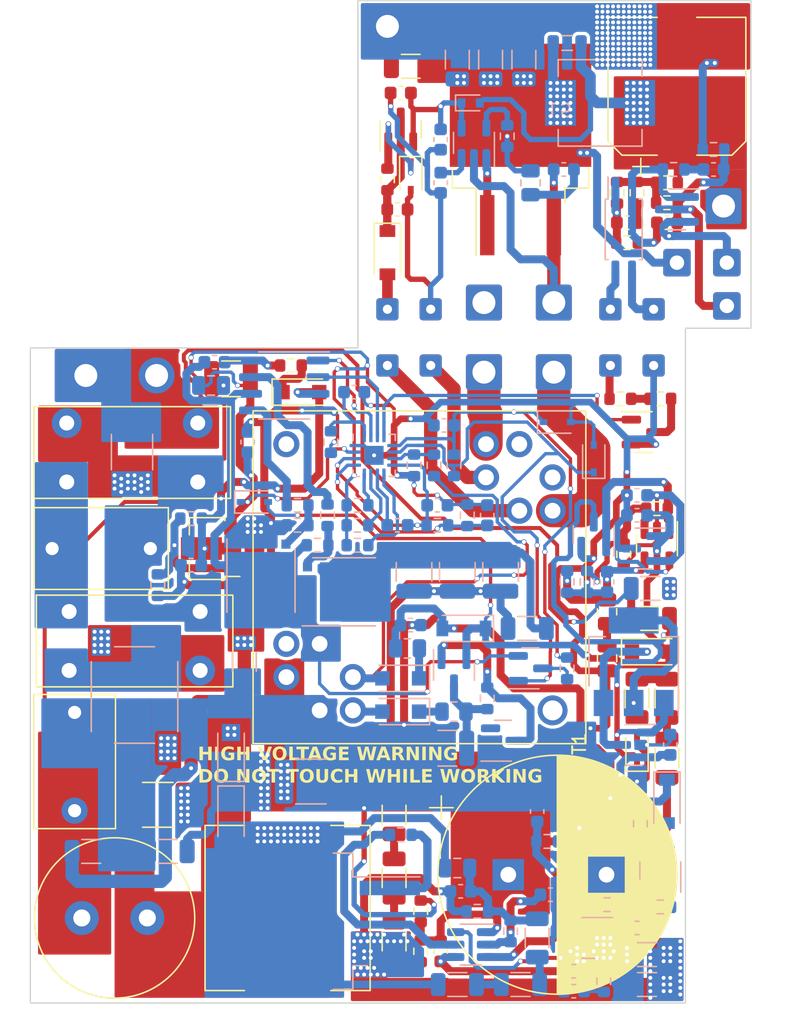
<source format=kicad_pcb>
(kicad_pcb (version 20230410) (generator pcbnew)
  (layers (0 "F.Cu" signal) (31 "B.Cu" signal) (34 "B.Paste" user) (35 "F.Paste" user) (36 "B.SilkS" user "B.Silkscreen") (37 "F.SilkS" user "F.Silkscreen") (38 "B.Mask" user) (39 "F.Mask" user) (44 "Edge.Cuts" user))
  (net 0 "")
  (net 1 "Net-(C1-Pad1)")
  (net 2 "Net-(C1-Pad2)")
  (net 3 "HT")
  (net 4 "GNDPWR")
  (net 5 "Net-(D3-A)")
  (net 6 "Net-(C4-Pad2)")
  (net 7 "Net-(Q1-S)")
  (net 8 "Net-(C6-Pad1)")
  (net 9 "/COMP")
  (net 10 "Net-(U1-ZCD)")
  (net 11 "Net-(U1-VOSNS)")
  (net 12 "VDC")
  (net 13 "Net-(U1-VCC)")
  (net 14 "/VDD3")
  (net 15 "/5V_LDO")
  (net 16 "/AC_SENSE")
  (net 17 "/VCC_PFC")
  (net 18 "Net-(C16-Pad1)")
  (net 19 "Net-(Q5-G)")
  (net 20 "Net-(Q7-D)")
  (net 21 "Net-(U5-HB)")
  (net 22 "/VSW")
  (net 23 "VDD")
  (net 24 "Net-(Q8-S)")
  (net 25 "Net-(D7-A)")
  (net 26 "/VDD2")
  (net 27 "/VDD1")
  (net 28 "/VREF")
  (net 29 "/FB")
  (net 30 "/BUR")
  (net 31 "/CS")
  (net 32 "Net-(D13-K)")
  (net 33 "Net-(C35-Pad1)")
  (net 34 "Net-(C35-Pad2)")
  (net 35 "Net-(C36-Pad1)")
  (net 36 "/CTL")
  (net 37 "Net-(U8-K)")
  (net 38 "Net-(Q12-S)")
  (net 39 "Net-(C38-Pad2)")
  (net 40 "VCOM")
  (net 41 "GNDS")
  (net 42 "LINE")
  (net 43 "VS")
  (net 44 "Net-(D15-K)")
  (net 45 "Net-(D17-K)")
  (net 46 "Net-(U9-REG)")
  (net 47 "Net-(D1-A)")
  (net 48 "Net-(D2-Pad3)")
  (net 49 "Net-(D2-Pad4)")
  (net 50 "/BROWN_OUT")
  (net 51 "Net-(D5-K)")
  (net 52 "Net-(D6-A)")
  (net 53 "Net-(D7-K)")
  (net 54 "Net-(D8-K)")
  (net 55 "/VSV")
  (net 56 "Net-(D9-K)")
  (net 57 "Net-(D9-A)")
  (net 58 "Net-(D12-K)")
  (net 59 "Net-(D14-K)")
  (net 60 "/VAUX")
  (net 61 "Net-(D16-K)")
  (net 62 "Net-(P1-AC_P)")
  (net 63 "Net-(F1-Pad2)")
  (net 64 "Net-(P1-AC_N)")
  (net 65 "Net-(Q1-G)")
  (net 66 "Net-(Q2-G)")
  (net 67 "Net-(Q7-G)")
  (net 68 "Net-(Q8-G)")
  (net 69 "Net-(Q10-S)")
  (net 70 "/RUN")
  (net 71 "Net-(Q11-D)")
  (net 72 "Net-(Q12-G)")
  (net 73 "Net-(U1-DRV)")
  (net 74 "Net-(R2-Pad1)")
  (net 75 "Net-(R3-Pad1)")
  (net 76 "Net-(R10-Pad1)")
  (net 77 "Net-(R11-Pad1)")
  (net 78 "Net-(R12-Pad1)")
  (net 79 "Net-(U3-+)")
  (net 80 "Net-(R19-Pad1)")
  (net 81 "Net-(R21-Pad2)")
  (net 82 "Net-(R22-Pad2)")
  (net 83 "Net-(Q3-D)")
  (net 84 "Net-(U5-HO)")
  (net 85 "Net-(U5-LO)")
  (net 86 "Net-(U6-ADJ)")
  (net 87 "Net-(U4-RDM)")
  (net 88 "Net-(U4-RTZ)")
  (net 89 "Net-(U4-VS)")
  (net 90 "Net-(R52-Pad1)")
  (net 91 "Net-(R52-Pad2)")
  (net 92 "Net-(R54-Pad1)")
  (net 93 "Net-(U9-VD)")
  (net 94 "Net-(U4-NTC)")
  (net 95 "/PWML")
  (net 96 "/PWMH")
  (net 97 "Net-(T1-SB)")
  (net 98 "Net-(T1-SD-Pad10)")
  (net 99 "Net-(T1-SA)")
  (net 100 "Net-(T1-SC-Pad8)")
  (net 101 "Net-(TP15-Pad1)")
  (net 102 "Net-(TP16-Pad1)")
  (footprint "Diode_SMD:D_SOD-123F" (layer "F.Cu") (at 147.32 123.19)
    (fp_text reference "D5" hide)
    (fp_text value "DSK16")
  )
  (footprint "Package_TO_SOT_SMD:TO-263-2" (layer "F.Cu") (at 137.414 84.86 90)
    (fp_text reference "Q12" hide)
    (fp_text value "NCEP15T14D")
  )
  (footprint "Connector_Wire:SolderWire-0.5sqmm_1x01_D0.9mm_OD2.1mm" (layer "F.Cu") (at 153.162 96.798)
    (fp_text reference "TP3" hide)
    (fp_text value "TestPoint_Alt")
  )
  (footprint "Capacitor_SMD:CP_Elec_10x10" (layer "F.Cu") (at 149.352 80.034 90)
    (fp_text reference "C43" hide)
    (fp_text value "680uF")
  )
  (footprint "Connector_Wire:SolderWire-0.15sqmm_1x01_D0.5mm_OD1.5mm" (layer "F.Cu") (at 130.556 97.052)
    (fp_text reference "TP11" hide)
    (fp_text value "TestPoint")
  )
  (footprint "LightningReed:CHOKE" (layer "F.Cu") (at 100.457 118.872)
    (fp_text reference "L2" hide)
    (fp_text value "5mH")
  )
  (footprint "Resistor_SMD:R_0603_1608Metric" (layer "F.Cu") (at 146.304 88.162 90)
    (fp_text reference "R55" hide)
    (fp_text value "562")
  )
  (footprint "Resistor_SMD:R_0603_1608Metric" (layer "F.Cu") (at 145.288 115.761 -90)
    (fp_text reference "R16" hide)
    (fp_text value "100K")
  )
  (footprint "Resistor_SMD:R_1206_3216Metric" (layer "F.Cu") (at 146.304 126.746 -90)
    (fp_text reference "R23" hide)
    (fp_text value "1K")
  )
  (footprint "Resistor_SMD:R_0603_1608Metric" (layer "F.Cu") (at 148.082 103.886)
    (fp_text reference "R53" hide)
    (fp_text value "432K")
  )
  (footprint "Capacitor_SMD:C_0603_1608Metric" (layer "F.Cu") (at 131.318 146.05 -90)
    (fp_text reference "C9" hide)
    (fp_text value "2200pF")
  )
  (footprint "Resistor_SMD:R_0805_2012Metric" (layer "F.Cu") (at 144.018 120.142 -90)
    (fp_text reference "R25" hide)
    (fp_text value "3M16")
  )
  (footprint "Diode_SMD:D_SOD-123" (layer "F.Cu") (at 127.254 92.734 -90)
    (fp_text reference "D15" hide)
    (fp_text value "RF081M2STR")
  )
  (footprint "Resistor_SMD:R_1206_3216Metric" (layer "F.Cu") (at 147.32 120.65 180)
    (fp_text reference "R24" hide)
    (fp_text value "3M24")
  )
  (footprint "Connector_Wire:SolderWire-1sqmm_1x01_D1.4mm_OD2.7mm" (layer "F.Cu") (at 127.254 75.462)
    (fp_text reference "REF**" hide)
    (fp_text value "SolderWire-1sqmm_1x01_D1.4mm_OD2.7mm")
  )
  (footprint "Package_TO_SOT_SMD:SOT-23-5" (layer "F.Cu") (at 147.828 115.062 -90)
    (fp_text reference "U3" hide)
    (fp_text value "LMC7111")
  )
  (footprint "Inductor_THT:L_Radial_D12.0mm_P5.00mm_Fastron_11P" (layer "F.Cu") (at 103.926 143.51)
    (fp_text reference "L3" hide)
    (fp_text value "SDA0912-150uH-0.45")
  )
  (footprint "LightningReed:RM10" (layer "F.Cu") (at 142.399 130.207 90)
    (fp_text reference "T1")
    (fp_text value "Transformer_2P_2S")
  )
  (footprint "Connector_Wire:SolderWire-0.15sqmm_1x01_D0.5mm_OD1.5mm" (layer "F.Cu") (at 130.556 101.346)
    (fp_text reference "TP10" hide)
    (fp_text value "TestPoint")
  )
  (footprint "Resistor_SMD:R_0603_1608Metric" (layer "F.Cu") (at 144.78 88.162 90)
    (fp_text reference "R56" hide)
    (fp_text value "10K")
  )
  (footprint "Connector_Wire:SolderWire-1sqmm_1x01_D1.4mm_OD2.7mm" (layer "F.Cu") (at 134.62 101.854)
    (fp_text reference "TP8" hide)
    (fp_text value "TestPoint")
  )
  (footprint "Capacitor_SMD:C_1206_3216Metric" (layer "F.Cu") (at 129.032 78.51 180)
    (fp_text reference "C42" hide)
    (fp_text value "33uF")
  )
  (footprint "Inductor_SMD:L_12x12mm_H8mm" (layer "F.Cu") (at 119.634 142.748 -90)
    (fp_text reference "L4" hide)
    (fp_text value "7447709471")
  )
  (footprint "Resistor_SMD:R_1206_3216Metric" (layer "F.Cu") (at 148.59 126.746 90)
    (fp_text reference "R22" hide)
    (fp_text value "1K")
  )
  (footprint "Connector_Wire:SolderWire-1sqmm_1x01_D1.4mm_OD2.7mm" (layer "F.Cu") (at 139.954 96.544)
    (fp_text reference "TP5" hide)
    (fp_text value "TestPoint")
  )
  (footprint "Resistor_SMD:R_0603_1608Metric" (layer "F.Cu") (at 127.254 87.146 -90)
    (fp_text reference "R63" hide)
    (fp_text value "75K")
  )
  (footprint "LightningReed:CHOKE" (layer "F.Cu") (at 100.276 104.486)
    (fp_text reference "L1" hide)
    (fp_text value "5mH")
  )
  (footprint "Connector_Wire:SolderWire-1sqmm_1x01_D1.4mm_OD2.7mm" (layer "F.Cu") (at 134.62 96.544)
    (fp_text reference "TP7" hide)
    (fp_text value "TestPoint")
  )
  (footprint "Connector_Wire:SolderWire-0.15sqmm_1x01_D0.5mm_OD1.5mm" (layer "F.Cu") (at 144.272 97.052)
    (fp_text reference "TP15" hide)
    (fp_text value "TestPoint")
  )
  (footprint "Connector_Wire:SolderWire-0.15sqmm_1x01_D0.5mm_OD1.5mm" (layer "F.Cu") (at 147.574 101.346)
    (fp_text reference "TP14" hide)
    (fp_text value "TestPoint")
  )
  (footprint "Capacitor_SMD:C_0603_1608Metric" (layer "F.Cu") (at 148.603 90.448)
    (fp_text reference "C37" hide)
    (fp_text value "3.3pF")
  )
  (footprint "Connector_Wire:SolderWire-1sqmm_1x01_D1.4mm_OD2.7mm" (layer "F.Cu") (at 139.954 101.854)
    (fp_text reference "TP6" hide)
    (fp_text value "TestPoint")
  )
  (footprint "Connector_Wire:SolderWire-0.15sqmm_1x01_D0.5mm_OD1.5mm" (layer "F.Cu") (at 127.254 101.346)
    (fp_text reference "TP9" hide)
    (fp_text value "TestPoint")
  )
  (footprint "Resistor_SMD:R_0603_1608Metric" (layer "F.Cu") (at 148.59 87.4)
    (fp_text reference "R54" hide)
    (fp_text value "10")
  )
  (footprint "Package_TO_SOT_SMD:SOT-23" (layer "F.Cu") (at 146.812 106.426)
    (fp_text reference "Q11" hide)
    (fp_text value "2N7002K")
  )
  (footprint "Resistor_SMD:R_0603_1608Metric" (layer "F.Cu") (at 147.828 112.268 180)
    (fp_text reference "R18" hide)
    (fp_text value "100K")
  )
  (footprint "LightningReed:C_Rect_L10.0mm_W6.0mm_P7.50mm_MKS4" (layer "F.Cu") (at 101.66 115.316)
    (fp_text reference "C1" hide)
    (fp_text value "470nF")
  )
  (footprint "Resistor_SMD:R_0603_1608Metric" (layer "F.Cu") (at 148.59 88.924 180)
    (fp_text reference "R58" hide)
    (fp_text value "150K")
  )
  (footprint "Capacitor_THT:CP_Radial_D18.0mm_P7.50mm" (layer "F.Cu") (at 136.47622 140.208)
    (fp_text reference "C10" hide)
    (fp_text value "68uF")
  )
  (footprint "Capacitor_SMD:C_0603_1608Metric" (layer "F.Cu") (at 128.27 80.542 180)
    (fp_text reference "C46" hide)
    (fp_text value "1uF")
  )
  (footprint "Resistor_SMD:R_0603_1608Metric" (layer "F.Cu") (at 145.034 103.886)
    (fp_text reference "R52" hide)
    (fp_text value "30K1")
  )
  (footprint "Capacitor_SMD:C_0805_2012Metric" (layer "F.Cu") (at 144.018 123.698 -90)
    (fp_text reference "C16" hide)
    (fp_text value "100nF")
  )
  (footprint "Resistor_SMD:R_1206_3216Metric" (layer "F.Cu") (at 147.32 118.364)
    (fp_text reference "R20" hide)
    (fp_text value "3M24")
  )
  (footprint "Connector_Wire:SolderWire-0.15sqmm_1x01_D0.5mm_OD1.5mm" (layer "F.Cu") (at 144.272 101.346)
    (fp_text reference "TP13" hide)
    (fp_text value "TestPoint")
  )
  (footprint "Package_TO_SOT_SMD:SOT-89-3" (layer "F.Cu") (at 113.792 115.316 180)
    (fp_text reference "U6" hide)
    (fp_text value "LM317LCPK")
  )
  (footprint "Capacitor_SMD:C_0603_1608Metric" (layer "F.Cu") (at 145.542 90.448 180)
    (fp_text reference "C35" hide)
    (fp_text value "4.7nF")
  )
  (footprint "Diode_SMD:D_SOD-323" (layer "F.Cu") (at 129.032 86.892 -90)
    (fp_text reference "D16" hide)
    (fp_text value "MM3Z10")
  )
  (footprint "Resistor_SMD:R_1206_3216Metric" (layer "F.Cu") (at 127.762 135.636 90)
    (fp_text reference "R10" hide)
    (fp_text value "3M24")
  )
  (footprint "Diode_SMD:D_SOD-323" (layer "F.Cu") (at 146.304 130.81 90)
    (fp_text reference "D4" hide)
    (fp_text value "BZT52C16S")
  )
  (footprint "Connector_Wire:SolderWire-0.15sqmm_1x01_D0.5mm_OD1.5mm" (layer "F.Cu") (at 147.574 97.052)
    (fp_text reference "TP16" hide)
    (fp_text value "TestPoint")
  )
  (footprint "Resistor_SMD:R_1206_3216Metric" (layer "F.Cu") (at 127.762 145.288 90)
    (fp_text reference "R12" hide)
    (fp_text value "3M24")
  )
  (footprint "Capacitor_SMD:C_1812_4532Metric" (layer "F.Cu") (at 109.728 134.874)
    (fp_text reference "C3" hide)
    (fp_text value "470nF")
  )
  (footprint "Resistor_SMD:R_0603_1608Metric" (layer "F.Cu") (at 129.794 146.05 -90)
    (fp_text reference "R13" hide)
    (fp_text value "274K")
  )
  (footprint "Connector_Wire:SolderWire-0.5sqmm_1x01_D0.9mm_OD2.1mm" (layer "F.Cu") (at 153.162 93.496)
    (fp_text reference "TP4" hide)
    (fp_text value "TestPoint_Alt")
  )
  (footprint "Resistor_SMD:R_0603_1608Metric" (layer "F.Cu") (at 145.542 91.972 180)
    (fp_text reference "R57" hide)
    (fp_text value "15K")
  )
  (footprint "Capacitor_SMD:C_0603_1608Metric" (layer "F.Cu") (at 128.016 89.432 180)
    (fp_text reference "C44" hide)
    (fp_text value "1uF")
  )
  (footprint "Diode_SMD:D_SOD-123F" (layer "F.Cu") (at 120.65 103.378)
    (fp_text reference "D7" hide)
    (fp_text value "U1J")
  )
  (footprint "Connector_Wire:SolderWire-0.15sqmm_1x01_D0.5mm_OD1.5mm" (layer "F.Cu") (at 127.254 97.052)
    (fp_text reference "TP12" hide)
    (fp_text value "TestPoint")
  )
  (footprint "Connector_Wire:SolderWire-1sqmm_1x02_P5.4mm_D1.4mm_OD2.7mm" (layer "F.Cu") (at 104.234 102.108)
    (fp_text reference "P1" hide)
    (fp_text value "Conn_WallPlug")
  )
  (footprint "Connector_Wire:SolderWire-0.5sqmm_1x01_D0.9mm_OD2.1mm" (layer "F.Cu") (at 149.352 93.496)
    (fp_text reference "TP2" hide)
    (fp_text value "TestPoint_Alt")
  )
  (footprint "Resistor_SMD:R_1206_3216Metric" (layer "F.Cu") (at 148.59 131.318 90)
    (fp_text reference "R21" hide)
    (fp_text value "1K")
  )
  (footprint "LightningReed:C_Rect_L10.0mm_W6.0mm_P7.50mm_MKS4" (layer "F.Cu") (at 103.378 135.322 90)
    (fp_text reference "C2" hide)
    (fp_text value "220nF")
  )
  (footprint "Resistor_SMD:R_0603_1608Metric" (layer "F.Cu") (at 119.888 101.346)
    (fp_text reference "R35" hide)
    (fp_text value "10")
  )
  (footprint "Package_TO_SOT_SMD:SOT-23" (layer "F.Cu") (at 128.27 83.336 90)
    (fp_text reference "Q13" hide)
    (fp_text value "BSS123")
  )
  (footprint "Resistor_SMD:R_1206_3216Metric" (layer "F.Cu") (at 127.762 140.462 90)
    (fp_text reference "R11" hide)
    (fp_text value "3M24")
  )
  (footprint "Capacitor_SMD:C_1210_3225Metric" (layer "F.Cu") (at 115.316 102.362)
    (fp_text reference "C29" hide)
    (fp_text value "22uF")
  )
  (footprint "Connector_Wire:SolderWire-1sqmm_1x01_D1.4mm_OD2.7mm" (layer "F.Cu") (at 152.908 89.178)
    (fp_text reference "TP1" hide)
    (fp_text value "TestPoint_Alt")
  )
  (footprint "Resistor_SMD:R_0603_1608Metric" (layer "F.Cu") (at 129.794 143.002 -90)
    (fp_text reference "R14" hide)
    (fp_text value "64k9")
  )
  (footprint "Resistor_SMD:R_0603_1608Metric" (layer "B.Cu") (at 109.728 118.11 -90)
    (fp_text reference "R37" hide)
    (fp_text value "3K24")
  )
  (footprint "Diode_SMD:D_SOD-523" (layer "B.Cu") (at 133.604 81.304)
    (fp_text reference "D17" hide)
    (fp_text value "RFU02VSM8S")
  )
  (footprint "Capacitor_SMD:C_0603_1608Metric" (layer "B.Cu") (at 141.478 147.574 180)
    (fp_text reference "C7" hide)
    (fp_text value "33nF")
  )
  (footprint "Diode_SMD:D_SOD-323" (layer "B.Cu") (at 140.208 105.664)
    (fp_text reference "D13" hide)
    (fp_text value "MM3Z20")
  )
  (footprint "Package_TO_SOT_SMD:SOT-23-5" (layer "B.Cu") (at 133.858 84.352 90)
    (fp_text reference "U9" hide)
    (fp_text value "UCC24612-1DBV")
  )
  (footprint "LightningReed:JFC2410" (layer "B.Cu") (at 106.1835 107.95 -90)
    (fp_text reference "F1" hide)
    (fp_text value "JFC2410-1500TS")
  )
  (footprint "Resistor_SMD:R_0805_2012Metric" (layer "B.Cu") (at 132.334 127.762)
    (fp_text reference "R41" hide)
    (fp_text value "1")
  )
  (footprint "Capacitor_SMD:C_0603_1608Metric" (layer "B.Cu") (at 114.059 101.092 180)
    (fp_text reference "C23" hide)
    (fp_text value "47nF")
  )
  (footprint "Resistor_SMD:R_1206_3216Metric" (layer "B.Cu") (at 137.922 121.412 180)
    (fp_text reference "R30" hide)
    (fp_text value "2M21")
  )
  (footprint "Capacitor_SMD:C_1210_3225Metric" (layer "B.Cu") (at 131.826 130.556)
    (fp_text reference "C27" hide)
    (fp_text value "4.7uF")
  )
  (footprint "Capacitor_SMD:C_0603_1608Metric" (layer "B.Cu") (at 131.318 84.098 90)
    (fp_text reference "C45" hide)
    (fp_text value "1uF")
  )
  (footprint "Inductor_SMD:L_0805_2012Metric" (layer "B.Cu") (at 140.97 76.732)
    (fp_text reference "L6" hide)
    (fp_text value "680nH")
  )
  (footprint "Resistor_SMD:R_1206_3216Metric" (layer "B.Cu") (at 147.066 148.59)
    (fp_text reference "R6" hide)
    (fp_text value "220m")
  )
  (footprint "Resistor_SMD:R_0805_2012Metric" (layer "B.Cu") (at 138.176 87.4 -90)
    (fp_text reference "R61" hide)
    (fp_text value "22")
  )
  (footprint "Resistor_SMD:R_0603_1608Metric" (layer "B.Cu") (at 146.558 136.3195 90)
    (fp_text reference "R27" hide)
    (fp_text value "49K9")
  )
  (footprint "Resistor_SMD:R_1206_3216Metric" (layer "B.Cu") (at 147.066 146.304)
    (fp_text reference "R7" hide)
    (fp_text value "220m")
  )
  (footprint "Resistor_SMD:R_1206_3216Metric" (layer "B.Cu") (at 147.32 118.364 180)
    (fp_text reference "R19" hide)
    (fp_text value "3M24")
  )
  (footprint "Capacitor_SMD:C_0603_1608Metric" (layer "B.Cu") (at 140.716 86.384)
    (fp_text reference "C38" hide)
    (fp_text value "220pF")
  )
  (footprint "Capacitor_SMD:C_1210_3225Metric" (layer "B.Cu") (at 129.286 117.094 90)
    (fp_text reference "C22" hide)
    (fp_text value "330nF")
  )
  (footprint "Capacitor_SMD:C_0603_1608Metric" (layer "B.Cu") (at 128.016 113.538)
    (fp_text reference "C31" hide)
    (fp_text value "220pF")
  )
  (footprint "Package_SON:VSONP-8-1EP_5x6_P1.27mm" (layer "B.Cu") (at 123.952 118.618)
    (fp_text reference "Q7" hide)
    (fp_text value "CMSA65R280Q")
  )
  (footprint "Package_TO_SOT_SMD:SOT-23" (layer "B.Cu") (at 138.176 124.46)
    (fp_text reference "Q10" hide)
    (fp_text value "DMZ6005E")
  )
  (footprint "Resistor_SMD:R_0603_1608Metric" (layer "B.Cu") (at 124.968 115.062)
    (fp_text reference "TH1" hide)
    (fp_text value "100K")
  )
  (footprint "Resistor_SMD:R_1206_3216Metric" (layer "B.Cu") (at 138.684 145.034 -90)
    (fp_text reference "R4" hide)
    (fp_text value "3M24")
  )
  (footprint "Capacitor_SMD:C_1206_3216Metric" (layer "B.Cu") (at 135.128 78.002 90)
    (fp_text reference "C40" hide)
    (fp_text value "33uF")
  )
  (footprint "Resistor_SMD:R_0603_1608Metric" (layer "B.Cu") (at 132.334 108.966 -90)
    (fp_text reference "R48" hide)
    (fp_text value "1M")
  )
  (footprint "Capacitor_SMD:C_0805_2012Metric" (layer "B.Cu") (at 113.792 102.87 180)
    (fp_text reference "C28" hide)
    (fp_text value "4.7uF")
  )
  (footprint "Diode_SMD:D_SOD-323" (layer "B.Cu") (at 117.094 111.76)
    (fp_text reference "D11" hide)
    (fp_text value "BAS70WS")
  )
  (footprint "Resistor_SMD:R_0603_1608Metric" (layer "B.Cu") (at 134.112 143.002)
    (fp_text reference "R5" hide)
    (fp_text value "24K3")
  )
  (footprint "Capacitor_SMD:C_0603_1608Metric" (layer "B.Cu") (at 139.7 141.732)
    (fp_text reference "C8" hide)
    (fp_text value "220pF")
  )
  (footprint "Package_TO_SOT_SMD:SOT-23" (layer "B.Cu") (at 142.748 145.034 180)
    (fp_text reference "Q5" hide)
    (fp_text value "2N7002K")
  )
  (footprint "Capacitor_SMD:C_0603_1608Metric" (layer "B.Cu") (at 132.842 141.478 180)
    (fp_text reference "C5" hide)
    (fp_text value "3900pF")
  )
  (footprint "Resistor_SMD:R_0603_1608Metric" (layer "B.Cu") (at 136.652 144.526 -90)
    (fp_text reference "R9" hide)
    (fp_text value "750")
  )
  (footprint "Capacitor_SMD:C_0603_1608Metric" (layer "B.Cu") (at 131.064 112.014)
    (fp_text reference "C30" hide)
    (fp_text value "100nF")
  )
  (footprint "Package_SON:VSONP-8-1EP_5x6_P1.27mm" (layer "B.Cu") (at 117.602 117.78 -90)
    (fp_text reference "Q8" hide)
    (fp_text value "CMSA65R280Q")
  )
  (footprint "Capacitor_SMD:C_0603_1608Metric" (layer "B.Cu") (at 112.268 116.586 180)
    (fp_text reference "C25" hide)
    (fp_text value "1uF")
  )
  (footprint "Resistor_SMD:R_0603_1608Metric" (layer "B.Cu") (at 130.81 108.966 90)
    (fp_text reference "R51" hide)
    (fp_text value "75K")
  )
  (footprint "Diode_SMD:D_SOD-123" (layer "B.Cu") (at 133.096 121.412 180)
    (fp_text reference "D10" hide)
    (fp_text value "SD103AW")
  )
  (footprint "Package_SO:SO-8_3.9x4.9mm_P1.27mm" (layer "B.Cu") (at 119.38 102.87 180)
    (fp_text reference "U5" hide)
    (fp_text value "UCC27712")
  )
  (footprint "Diode_SMD:D_SOD-123F" (layer "B.Cu") (at 128.27 127.762 180)
    (fp_text reference "D9" hide)
    (fp_text value "ES1JW")
  )
  (footprint "Resistor_SMD:R_0603_1608Metric" (layer "B.Cu") (at 140.97 117.856 90)
    (fp_text reference "R26" hide)
    (fp_text value "178K")
  )
  (footprint "Diode_SMD:D_SOD-123F" (layer "B.Cu") (at 128.27 125.222 180)
    (fp_text reference "D8" hide)
    (fp_text value "ES1JW")
  )
  (footprint "Resistor_SMD:R_0603_1608Metric" (layer "B.Cu") (at 112.268 113.03 180)
    (fp_text reference "R36" hide)
    (fp_text value "470")
  )
  (footprint "Diode_SMD:D_SOD-123F" (layer "B.Cu") (at 115.316 135.636 -90)
    (fp_text reference "D3" hide)
    (fp_text value "ES2JW")
  )
  (footprint "LightningReed:UMSB" (layer "B.Cu") (at 107.95 126.492 90)
    (fp_text reference "D2" hide)
    (fp_text value "MSB40M")
  )
  (footprint "Capacitor_SMD:C_0603_1608Metric" (layer "B.Cu") (at 152.146 86.384)
    (fp_text reference "C36" hide)
    (fp_text value "10nF")
  )
  (footprint "Package_TO_SOT_SMD:SOT-23" (layer "B.Cu") (at 146.05 130.302 180)
    (fp_text reference "Q4" hide)
    (fp_text value "2N7002")
  )
  (footprint "Resistor_SMD:R_0603_1608Metric" (layer "B.Cu") (at 148.082 142.6695)
    (fp_text reference "R29" hide)
    (fp_text value "10K")
  )
  (footprint "Package_TO_SOT_SMD:SOT-23-6" (layer "B.Cu") (at 133.604 145.542 180)
    (fp_text reference "U1" hide)
    (fp_text value "UCC28056")
  )
  (footprint "Capacitor_SMD:C_1206_3216Metric" (layer "B.Cu") (at 137.668 78.002 90)
    (fp_text reference "C39" hide)
    (fp_text value "33uF")
  )
  (footprint "Diode_SMD:D_SOD-323" (layer "B.Cu") (at 143.002 108.458 90)
    (fp_text reference "D14" hide)
    (fp_text value "MM3Z24")
  )
  (footprint "Package_SO:SOP-4_4.4x2.6mm_P1.27mm" (layer "B.Cu") (at 145.288 90.956 -90)
    (fp_text reference "U7" hide)
    (fp_text value "FODM8801A")
  )
  (footprint "Resistor_SMD:R_0603_1608Metric" (layer "B.Cu") (at 121.92 115.062 180)
    (fp_text reference "R32" hide)
    (fp_text value "10K")
  )
  (footprint "Package_TO_SOT_SMD:TO-263-2" (layer "B.Cu") (at 121.666 143.764 180)
    (fp_text reference "Q1" hide)
    (fp_text value "NCE65T180D")
  )
  (footprint "Capacitor_SMD:C_0603_1608Metric" (layer "B.Cu") (at 146.304 112.776 180)
    (fp_text reference "C12" hide)
    (fp_text value "1uF")
  )
  (footprint "Resistor_SMD:R_0603_1608Metric" (layer "B.Cu") (at 134.874 126.746 -90)
    (fp_text reference "R42" hide)
    (fp_text value "150K")
  )
  (footprint "Resistor_SMD:R_1206_3216Metric" (layer "B.Cu") (at 137.414 148.59 180)
    (fp_text reference "R3" hide)
    (fp_text value "3M24")
  )
  (footprint "Capacitor_SMD:C_0603_1608Metric" (layer "B.Cu") (at 146.304 111.252 180)
    (fp_text reference "C13" hide)
    (fp_text value "1uF")
  )
  (footprint "Resistor_SMD:R_0603_1608Metric" (layer "B.Cu") (at 120.396 113.538 180)
    (fp_text reference "R34" hide)
    (fp_text value "10K")
  )
  (footprint "Package_TO_SOT_SMD:SOT-23" (layer "B.Cu") (at 148.082 139.8755 90)
    (fp_text reference "Q6" hide)
    (fp_text value "2N7002K")
  )
  (footprint "Resistor_SMD:R_0603_1608Metric" (layer "B.Cu") (at 152.146 84.86)
    (fp_text reference "R60" hide)
    (fp_text value "150K")
  )
  (footprint "Capacitor_SMD:C_0603_1608Metric" (layer "B.Cu") (at 144.018 117.856 -90)
    (fp_text reference "C14" hide)
    (fp_text value "220pF")
  )
  (footprint "Resistor_SMD:R_0603_1608Metric" (layer "B.Cu") (at 124.968 113.538)
    (fp_text reference "R44" hide)
    (fp_text value "274K")
  )
  (footprint "Capacitor_SMD:C_0603_1608Metric" (layer "B.Cu") (at 116.586 107.188 90)
    (fp_text reference "C24" hide)
    (fp_text value "100nF")
  )
  (footprint "Capacitor_SMD:C_1210_3225Metric" (layer "B.Cu") (at 135.89 117.094 90)
    (fp_text reference "C21" hide)
    (fp_text value "330nF")
  )
  (footprint "Resistor_SMD:R_0603_1608Metric" (layer "B.Cu") (at 140.97 124.46 -90)
    (fp_text reference "R49" hide)
    (fp_text value "121")
  )
  (footprint "Capacitor_SMD:C_0805_2012Metric" (layer "B.Cu") (at 132.588 139.7)
    (fp_text reference "C4" hide)
    (fp_text value "10pF")
  )
  (footprint "Package_TO_SOT_SMD:SOT-23" (layer "B.Cu") (at 143.002 114.2215 90)
    (fp_text reference "Q2" hide)
    (fp_text value "2N7002")
  )
  (footprint "Resistor_SMD:R_0603_1608Metric" (layer "B.Cu") (at 143.764 148.336 -90)
    (fp_text reference "R8" hide)
    (fp_text value "182K")
  )
  (footprint "Package_TO_SOT_SMD:SOT-23" (layer "B.Cu") (at 132.334 124.714 -90)
    (fp_text reference "Q9" hide)
    (fp_text value "NCE0102")
  )
  (footprint "Resistor_SMD:R_0603_1608Metric" (layer "B.Cu") (at 139.446 137.668)
    (fp_text reference "R15" hide)
    (fp_text value "2")
  )
  (footprint "Capacitor_SMD:C_0603_1608Metric" (layer "B.Cu") (at 124.714 103.378 180)
    (fp_text reference "C33" hide)
    (fp_text value "33pF")
  )
  (footprint "Capacitor_SMD:C_0603_1608Metric" (layer "B.Cu") (at 129.032 121.158 180)
    (fp_text reference "C26" hide)
    (fp_text value "2.2uF")
  )
  (footprint "Capacitor_SMD:C_1206_3216Metric" (layer "B.Cu") (at 132.588 78.002 90)
    (fp_text reference "C41" hide)
    (fp_text value "33uF")
  )
  (footprint "Capacitor_SMD:C_1206_3216Metric" (layer "B.Cu") (at 110.49 138.43 180)
    (fp_text reference "C18" hide)
    (fp_text value "100nF")
  )
  (footprint "Resistor_SMD:R_0603_1608Metric" (layer "B.Cu") (at 133.35 112.776 -90)
    (fp_text reference "R46" hide)
    (fp_text value "332K")
  )
  (footprint "Resistor_SMD:R_0603_1608Metric" (layer "B.Cu") (at 122.936 107.188 90)
    (fp_text reference "R47" hide)
    (fp_text value "1K21")
  )
  (footprint "Resistor_SMD:R_0603_1608Metric" (layer "B.Cu") (at 136.398 83.844 90)
    (fp_text reference "R62" hide)
    (fp_text value "100")
  )
  (footprint "Resistor_SMD:R_1206_3216Metric" (layer "B.Cu") (at 132.588 148.59 180)
    (fp_text reference "R2" hide)
    (fp_text value "3M24")
  )
  (footprint "Resistor_SMD:R_0603_1608Metric" (layer "B.Cu") (at 129.286 108.966 90)
    (fp_text reference "R50" hide)
    (fp_text value "12K4")
  )
  (footprint "Package_TO_SOT_SMD:SOT-223-3_TabPin2" (layer "B.Cu") (at 146.05 123.952 90)
    (fp_text reference "Q3" hide)
    (fp_text value "1N60G")
  )
  (footprint "Capacitor_SMD:C_0603_1608Metric" (layer "B.Cu") (at 131.572 105.918 180)
    (fp_text reference "C34" hide)
    (fp_text value "22pF")
  )
  (footprint "Package_TO_SOT_SMD:SOT-23" (layer "B.Cu") (at 136.0655 129.982)
    (fp_text reference "D12" hide)
    (fp_text value "BZX84C16")
  )
  (footprint "Resistor_SMD:R_0603_1608Metric" (layer "B.Cu") (at 142.494 117.856 90)
    (fp_text reference "R17" hide)
    (fp_text value "39K2")
  )
  (footprint "Capacitor_SMD:C_0603_1608Metric" (layer "B.Cu") (at 148.844 130.289 90)
    (fp_text reference "C15" hide)
    (fp_text value "1uF")
  )
  (footprint "Resistor_SMD:R_1206_3216Metric" (layer "B.Cu") (at 116.332 123.952 90)
    (fp_text reference "R39" hide)
    (fp_text value "220m")
  )
  (footprint "Resistor_SMD:R_0603_1608Metric" (layer "B.Cu") (at 149.098 86.384 180)
    (fp_text reference "R59" hide)
    (fp_text value "56K2")
  )
  (footprint "LightningReed:CKST0603" (layer "B.Cu") (at 140.462 81.304)
    (fp_text reference "L5")
    (fp_text value "1uH")
  )
  (footprint "Capacitor_SMD:C_0603_1608Metric" (layer "B.Cu") (at 146.304 144.272)
    (fp_text reference "C17" hide)
    (fp_text value "220pF")
  )
  (footprint "Package_TO_SOT_SMD:SOT-23" (layer "B.Cu") (at 149.352 89.432 180)
    (fp_text reference "U8" hide)
    (fp_text value "TL431DBZ")
  )
  (footprint "Resistor_SMD:R_0805_2012Metric" (layer "B.Cu") (at 128.778 122.936 180)
    (fp_text reference "R40" hide)
    (fp_text value "1")
  )
  (footprint "Capacitor_SMD:C_0603_1608Metric" (layer "B.Cu") (at 134.874 112.776 -90)
    (fp_text reference "C32" hide)
    (fp_text value "220pF")
  )
  (footprint "Package_TO_SOT_SMD:SOT-23" (layer "B.Cu") (at 146.812 115.316 180)
    (fp_text reference "U2" hide)
    (fp_text value "78L05S")
  )
  (footprint "Capacitor_SMD:C_1812_4532Metric" (layer "B.Cu") (at 121.412 133.096)
    (fp_text reference "C19" hide)
    (fp_text value "470nF")
  )
  (footprint "Resistor_SMD:R_0603_1608Metric" (layer "B.Cu") (at 131.064 113.538 180)
    (fp_text reference "R45" hide)
    (fp_text value "332K")
  )
  (footprint "Capacitor_SMD:C_0603_1608Metric" (layer "B.Cu") (at 138.684 135.382 90)
    (fp_text reference "C11" hide)
    (fp_text value "1uF")
  )
  (footprint "Package_DFN_QFN:QFN-16-1EP_3x3mm_P0.5mm_EP1.45x1.45mm" (layer "B.Cu") (at 126.238 108.204 -90)
    (fp_text reference "U4" hide)
    (fp_text value "UCC28780")
  )
  (footprint "Resistor_SMD:R_0603_1608Metric" (layer "B.Cu") (at 128.27 137.16)
    (fp_text reference "R1" hide)
    (fp_text value "10")
  )
  (footprint "Resistor_SMD:R_0603_1608Metric" (layer "B.Cu") (at 120.396 112.014 180)
    (fp_text reference "R33" hide)
    (fp_text value "24.9")
  )
  (footprint "Capacitor_SMD:C_0603_1608Metric" (layer "B.Cu") (at 141.478 149.098 180)
    (fp_text reference "C6" hide)
    (fp_text value "1uF")
  )
  (footprint "Resistor_SMD:R_0603_1608Metric" (layer "B.Cu") (at 144.018 142.494)
    (fp_text reference "R28" hide)
    (fp_text value "100K")
  )
  (footprint "Diode_SMD:D_SOD-123" (layer "B.Cu") (at 148.59 134.62 -90)
    (fp_text reference "D6" hide)
    (fp_text value "BZT52C13")
  )
  (footprint "Diode_SMD:D_SMF" (layer "B.Cu") (at 115.316 130.81 90)
    (fp_text reference "D1" hide)
    (fp_text value "ES3JF")
  )
  (footprint "Resistor_SMD:R_1206_3216Metric" (layer "B.Cu") (at 104.648 138.43 180)
    (fp_text reference "R38" hide)
    (fp_text value "220m")
  )
  (footprint "Resistor_SMD:R_0603_1608Metric" (layer "B.Cu") (at 124.968 112.014)
    (fp_text reference "R43" hide)
    (fp_text value "150K")
  )
  (footprint "Resistor_SMD:R_0603_1608Metric" (layer "B.Cu") (at 122.682 112.776 90)
    (fp_text reference "R31" hide)
    (fp_text value "10")
  )
  (footprint "Capacitor_SMD:C_0603_1608Metric" (layer "B.Cu") (at 131.318 87.4 90)
    (fp_text reference "C47" hide)
    (fp_text value "2.2uF")
  )
  (footprint "Capacitor_SMD:C_1210_3225Metric" (layer "B.Cu") (at 132.588 117.094 90)
    (fp_text reference "C20" hide)
    (fp_text value "330nF")
  )
  (gr_line (start 125 73.5) (end 125 98.5) (stroke (width 0.1)) (layer "Edge.Cuts"))
  (gr_line (start 155 98.5) (end 155 73.5) (stroke (width 0.1)) (layer "Edge.Cuts"))
  (gr_line (start 155 73.5) (end 125 73.5) (stroke (width 0.1)) (layer "Edge.Cuts"))
  (gr_line (start 150 150) (end 150 122.5) (stroke (width 0.1)) (layer "Edge.Cuts"))
  (gr_line (start 150 98.5) (end 155 98.5) (stroke (width 0.1)) (layer "Edge.Cuts"))
  (gr_line (start 125 100) (end 100 100) (stroke (width 0.1)) (layer "Edge.Cuts"))
  (gr_line (start 150 100) (end 150 122.5) (stroke (width 0.1)) (layer "Edge.Cuts"))
  (gr_line (start 150 98.5) (end 150 100) (stroke (width 0.1)) (layer "Edge.Cuts"))
  (gr_line (start 100 150) (end 150 150) (stroke (width 0.1)) (layer "Edge.Cuts"))
  (gr_line (start 125 98.5) (end 125 100) (stroke (width 0.1)) (layer "Edge.Cuts"))
  (gr_line (start 100 100) (end 100 150) (stroke (width 0.1)) (layer "Edge.Cuts"))
  (gr_text "HIGH VOLTAGE WARNING\nDO NOT TOUCH WHILE WORKING" (at 112.776 133.35) (layer "F.SilkS") (effects (font (size 1.016 1.016) (thickness 0.254) bold) (justify left bottom)))
  (segment (start 132.2901 113.7481) (end 131.572 113.03) (width 0.3048) (layer "F.Cu") (net 3))
  (segment (start 124.968 103.124) (end 124.968 101.346) (width 0.3048) (layer "F.Cu") (net 3))
  (segment (start 112.9871 103.681078) (end 113.296922 103.9909) (width 0.3048) (layer "F.Cu") (net 3))
  (segment (start 114.467605 103.9909) (end 114.808 104.331295) (width 0.3048) (layer "F.Cu") (net 3))
  (segment (start 139.6751 119.8631) (end 139.6751 116.586) (width 0.3048) (layer "F.Cu") (net 3))
  (segment (start 125.349 103.505) (end 124.968 103.124) (width 0.3048) (layer "F.Cu") (net 3))
  (segment (start 123.816597 100.194597) (end 112.039395 100.194597) (width 0.3048) (layer "F.Cu") (net 3))
  (segment (start 140.208 115.062) (end 140.208 116.0531) (width 0.3048) (layer "F.Cu") (net 3))
  (segment (start 125.349 108.566495) (end 125.349 103.505) (width 0.3048) (layer "F.Cu") (net 3))
  (segment (start 107.188 111.76) (end 101.092 117.856) (width 0.3048) (layer "F.Cu") (net 3))
  (segment (start 138.8941 113.7481) (end 132.2901 113.7481) (width 0.3048) (layer "F.Cu") (net 3))
  (segment (start 129.812505 113.03) (end 125.349 108.566495) (width 0.3048) (layer "F.Cu") (net 3))
  (segment (start 111.76 108.458) (end 110.998 109.22) (width 0.3048) (layer "F.Cu") (net 3))
  (segment (start 101.092 117.856) (end 101.092 129.794) (width 0.3048) (layer "F.Cu") (net 3))
  (segment (start 110.998 111.76) (end 107.188 111.76) (width 0.3048) (layer "F.Cu") (net 3))
  (segment (start 140.208 115.062) (end 138.8941 113.7481) (width 0.3048) (layer "F.Cu") (net 3))
  (segment (start 111.8621 101.121102) (end 111.8621 102.02213) (width 0.3048) (layer "F.Cu") (net 3))
  (segment (start 114.808 104.331295) (end 114.808 108.458) (width 0.3048) (layer "F.Cu") (net 3))
  (segment (start 110.998 109.22) (end 110.998 111.76) (width 0.3048) (layer "F.Cu") (net 3))
  (segment (start 112.607871 102.7679) (end 112.9871 102.7679) (width 0.3048) (layer "F.Cu") (net 3))
  (segment (start 111.8621 102.02213) (end 112.607871 102.7679) (width 0.3048) (layer "F.Cu") (net 3))
  (segment (start 112.039395 100.194597) (end 111.7161 100.517892) (width 0.3048) (layer "F.Cu") (net 3))
  (segment (start 140.208 116.0531) (end 139.6751 116.586) (width 0.3048) (layer "F.Cu") (net 3))
  (segment (start 140.716 120.904) (end 139.6751 119.8631) (width 0.3048) (layer "F.Cu") (net 3))
  (segment (start 124.968 101.346) (end 123.816597 100.194597) (width 0.3048) (layer "F.Cu") (net 3))
  (segment (start 112.9871 102.7679) (end 112.9871 103.681078) (width 0.3048) (layer "F.Cu") (net 3))
  (segment (start 113.296922 103.9909) (end 114.467605 103.9909) (width 0.3048) (layer "F.Cu") (net 3))
  (segment (start 131.572 113.03) (end 129.812505 113.03) (width 0.3048) (layer "F.Cu") (net 3))
  (segment (start 111.7161 100.975102) (end 111.8621 101.121102) (width 0.3048) (layer "F.Cu") (net 3))
  (segment (start 141.478 120.904) (end 140.716 120.904) (width 0.3048) (layer "F.Cu") (net 3))
  (segment (start 114.808 108.458) (end 111.76 108.458) (width 0.3048) (layer "F.Cu") (net 3))
  (segment (start 111.7161 100.517892) (end 111.7161 100.975102) (width 0.3048) (layer "F.Cu") (net 3))
  (via (at 110.49 130.302) (size 0.4) (drill 0.3) (layers "F.Cu" "B.Cu") (net 3))
  (via (at 141.478 120.904) (size 0.4) (drill 0.3) (layers "F.Cu" "B.Cu") (net 3))
  (via (at 110.49 130.81) (size 0.4) (drill 0.3) (layers "F.Cu" "B.Cu") (net 3))
  (via (at 109.982 130.81) (size 0.4) (drill 0.3) (layers "F.Cu" "B.Cu") (net 3))
  (via (at 109.982 130.302) (size 0.4) (drill 0.3) (layers "F.Cu" "B.Cu") (net 3))
  (via (at 110.998 130.302) (size 0.4) (drill 0.3) (layers "F.Cu" "B.Cu") (net 3))
  (via (at 110.998 131.318) (size 0.4) (drill 0.3) (layers "F.Cu" "B.Cu") (net 3))
  (via (at 109.982 131.318) (size 0.4) (drill 0.3) (layers "F.Cu" "B.Cu") (net 3))
  (via (at 110.998 129.794) (size 0.4) (drill 0.3) (layers "F.Cu" "B.Cu") (net 3))
  (via (at 110.49 131.318) (size 0.4) (drill 0.3) (layers "F.Cu" "B.Cu") (net 3))
  (via (at 110.998 130.81) (size 0.4) (drill 0.3) (layers "F.Cu" "B.Cu") (net 3))
  (via (at 109.982 129.794) (size 0.4) (drill 0.3) (layers "F.Cu" "B.Cu") (net 3))
  (via (at 110.49 129.794) (size 0.4) (drill 0.3) (layers "F.Cu" "B.Cu") (net 3))
  (segment (start 143.4571 119.4329) (end 143.256 119.634) (width 0.3048) (layer "B.Cu") (net 3))
  (segment (start 143.256 119.634) (end 143.256 119.888) (width 0.3048) (layer "B.Cu") (net 3))
  (segment (start 143.256 119.888) (end 142.24 120.904) (width 0.3048) (layer "B.Cu") (net 3))
  (segment (start 142.24 120.904) (end 141.478 120.904) (width 0.3048) (layer "B.Cu") (net 3))
  (segment (start 145.8575 118.364) (end 144.7886 119.4329) (width 0.3048) (layer "B.Cu") (net 3))
  (segment (start 144.7886 119.4329) (end 143.4571 119.4329) (width 0.3048) (layer "B.Cu") (net 3))
  (segment (start 130.493 142.177) (end 130.81 142.494) (width 0.4064) (layer "F.Cu") (net 4))
  (segment (start 129.286 110.744) (end 129.286 110.49) (width 0.254) (layer "F.Cu") (net 4))
  (segment (start 127.762 107.188) (end 127.762 109.474) (width 0.508) (layer "F.Cu") (net 4))
  (segment (start 144.018 128.778) (end 143.764 129.032) (width 0.508) (layer "F.Cu") (net 4))
  (segment (start 142.748 116.332) (end 142.494 116.586) (width 0.508) (layer "F.Cu") (net 4))
  (segment (start 114.742 102.55) (end 114.554 102.362) (width 0.254) (layer "F.Cu") (net 4))
  (segment (start 124.714 105.41) (end 124.46 105.156) (width 0.254) (layer "F.Cu") (net 4))
  (segment (start 128.27 105.41) (end 127.762 105.918) (width 0.508) (layer "F.Cu") (net 4))
  (segment (start 123.19 103.886) (end 123.19 101.854) (width 0.254) (layer "F.Cu") (net 4))
  (segment (start 144.018 124.648) (end 144.018 128.778) (width 0.508) (layer "F.Cu") (net 4))
  (segment (start 146.304 130.302) (end 146.558 130.556) (width 0.4064) (layer "F.Cu") (net 4))
  (segment (start 142.1315 121.92) (end 142.1315 120.633311) (width 0.508) (layer "F.Cu") (net 4))
  (segment (start 140.97 147.574) (end 141.732 146.812) (width 0.6096) (layer "F.Cu") (net 4))
  (segment (start 143.002 114.808) (end 144.7255 113.0845) (width 0.508) (layer "F.Cu") (net 4))
  (segment (start 128.778 121.158) (end 130.302 121.158) (width 0.6096) (layer "F.Cu") (net 4))
  (segment (start 127.508 104.394) (end 125.73 102.616) (width 0.254) (layer "F.Cu") (net 4))
  (segment (start 129.794 142.177) (end 130.493 142.177) (width 0.4064) (layer "F.Cu") (net 4))
  (segment (start 128.524 121.412) (end 128.524 128.778) (width 0.6096) (layer "F.Cu") (net 4))
  (segment (start 125.73 102.616) (end 125.73 101.346) (width 0.254) (layer "F.Cu") (net 4))
  (segment (start 130.302 121.158) (end 130.81 120.65) (width 0.6096) (layer "F.Cu") (net 4))
  (segment (start 145.529 109.487) (end 145.542 109.474) (width 0.508) (layer "F.Cu") (net 4))
  (segment (start 140.208 117.094) (end 140.462 116.84) (width 0.508) (layer "F.Cu") (net 4))
  (segment (start 127.762 106.426) (end 127.762 107.188) (width 0.508) (layer "F.Cu") (net 4))
  (segment (start 142.494 117.8845) (end 142.494 116.586) (width 0.508) (layer "F.Cu") (net 4))
  (segment (start 112.776 102.362) (end 113.841 102.362) (width 0.254) (layer "F.Cu") (net 4))
  (segment (start 141.640189 120.142) (end 140.97 120.142) (width 0.508) (layer "F.Cu") (net 4))
  (segment (start 127.508 104.394) (end 127.762 104.648) (width 0.254) (layer "F.Cu") (net 4))
  (segment (start 143.002 115.57) (end 143.002 116.078) (width 0.508) (layer "F.Cu") (net 4))
  (segment (start 143.764 129.032) (end 142.748 129.032) (width 0.508) (layer "F.Cu") (net 4))
  (segment (start 144.7255 113.0845) (end 144.7255 111.8145) (width 0.508) (layer "F.Cu") (net 4))
  (segment (start 125.984 104.394) (end 127.508 104.394) (width 0.254) (layer "F.Cu") (net 4))
  (segment (start 127.762 109.474) (end 128.016 109.728) (width 0.508) (layer "F.Cu") (net 4))
  (segment (start 145.288 111.252) (end 145.529 111.252) (width 0.508) (layer "F.Cu") (net 4))
  (segment (start 141.92 124.648) (end 141.478 124.206) (width 0.508) (layer "F.Cu") (net 4))
  (segment (start 148.778 116.1995) (end 148.778 116.793) (width 0.3048) (layer "F.Cu") (net 4))
  (segment (start 129.54 111.252) (end 131.064 111.252) (width 0.254) (layer "F.Cu") (net 4))
  (segment (start 143.002 116.078) (end 142.748 116.332) (width 0.508) (layer "F.Cu") (net 4))
  (segment (start 129.286 110.744) (end 129.286 110.998) (width 0.254) (layer "F.Cu") (net 4))
  (segment (start 142.1315 120.633311) (end 141.640189 120.142) (width 0.508) (layer "F.Cu") (net 4))
  (segment (start 144.018 124.648) (end 141.92 124.648) (width 0.508) (layer "F.Cu") (net 4))
  (segment (start 127.762 104.648) (end 127.762 106.426) (width 0.254) (layer "F.Cu") (net 4))
  (segment (start 142.24 116.84) (end 142.748 116.332) (width 0.508) (layer "F.Cu") (net 4))
  (segment (start 124.46 105.156) (end 123.19 103.886) (width 0.254) (layer "F.Cu") (net 4))
  (segment (start 146.558 130.556) (end 147.066 131.064) (width 0.4064) (layer "F.Cu") (net 4))
  (segment (start 140.462 116.84) (end 142.24 116.84) (width 0.508) (layer "F.Cu") (net 4))
  (segment (start 140.208 119.38) (end 140.208 117.094) (width 0.508) (layer "F.Cu") (net 4))
  (segment (start 129.151 121.158) (end 128.778 121.158) (width 0.6096) (layer "F.Cu") (net 4))
  (segment (start 132.067 147.574) (end 140.97 147.574) (width 0.6096) (layer "F.Cu") (net 4))
  (segment (start 127.762 107.188) (end 127.762 107.696) (width 0.508) (layer "F.Cu") (net 4))
  (segment (start 112.268 101.854) (end 112.776 102.362) (width 0.254) (layer "F.Cu") (net 4))
  (segment (start 127.254 108.204) (end 126.238 108.204) (width 0.508) (layer "F.Cu") (net 4))
  (segment (start 148.778 116.793) (end 148.4815 117.0895) (width 0.3048) (layer "F.Cu") (net 4))
  (segment (start 114.554 102.362) (end 113.841 102.362) (width 0.254) (layer "F.Cu") (net 4))
  (segment (start 144.7255 111.8145) (end 145.288 111.252) (width 0.508) (layer "F.Cu") (net 4))
  (segment (start 140.97 120.142) (end 140.208 119.38) (width 0.508) (layer "F.Cu") (net 4))
  (segment (start 129.286 110.998) (end 129.54 111.252) (width 0.254) (layer "F.Cu") (net 4))
  (segment (start 147.066 130.302) (end 147.066 131.064) (width 0.254) (layer "F.Cu") (net 4))
  (segment (start 131.318 146.825) (end 132.067 147.574) (width 0.6096) (layer "F.Cu") (net 4))
  (segment (start 112.268 100.746497) (end 112.268 101.854) (width 0.254) (layer "F.Cu") (net 4))
  (segment (start 147.066 132.842) (end 146.812 133.096) (width 0.4064) (layer "F.Cu") (net 4))
  (segment (start 147.066 131.064) (end 147.066 132.334) (width 0.4064) (layer "F.Cu") (net 4))
  (segment (start 129.032 105.41) (end 128.27 105.41) (width 0.508) (layer "F.Cu") (net 4))
  (segment (start 147.066 132.334) (end 147.066 132.842) (width 0.4064) (layer "F.Cu") (net 4))
  (segment (start 141.478 124.206) (end 141.478 122.5735) (width 0.508) (layer "F.Cu") (net 4))
  (segment (start 145.529 111.252) (end 145.529 109.487) (width 0.508) (layer "F.Cu") (net 4))
  (segment (start 114.742 102.87) (end 114.742 102.55) (width 0.254) (layer "F.Cu") (net 4))
  (segment (start 146.812 133.096) (end 146.304 133.096) (width 0.4064) (layer "F.Cu") (net 4))
  (segment (start 127.762 105.918) (end 127.762 106.426) (width 0.508) (layer "F.Cu") (net 4))
  (segment (start 128.778 121.158) (end 128.524 121.412) (width 0.6096) (layer "F.Cu") (net 4))
  (segment (start 146.304 129.76) (end 146.304 130.302) (width 0.4064) (layer "F.Cu") (net 4))
  (segment (start 147.730255 107.376) (end 145.8745 107.376) (width 0.508) (layer "F.Cu") (net 4))
  (segment (start 125.476 139.192) (end 125.476 135.128) (width 0.4064) (layer "F.Cu") (net 4))
  (segment (start 127.762 107.696) (end 127.254 108.204) (width 0.508) (layer "F.Cu") (net 4))
  (segment (start 147.741494 107.364761) (end 147.730255 107.376) (width 0.508) (layer "F.Cu") (net 4))
  (segment (start 124.714 109.728) (end 124.714 105.41) (width 0.254) (layer "F.Cu") (net 4))
  (segment (start 141.478 122.5735) (end 142.1315 121.92) (width 0.508) (layer "F.Cu") (net 4))
  (segment (start 123.444 101.6) (end 123.19 101.854) (width 0.254) (layer "F.Cu") (net 4))
  (segment (start 143.002 115.57) (end 143.002 114.808) (width 0.508) (layer "F.Cu") (net 4))
  (via (at 125.984 104.394) (size 0.4) (drill 0.3) (layers "F.Cu" "B.Cu") (net 4))
  (via (at 147.066 130.302) (size 0.4) (drill 0.3) (layers "F.Cu" "B.Cu") (net 4))
  (via (at 124.714 109.728) (size 0.4) (drill 0.3) (layers "F.Cu" "B.Cu") (net 4))
  (via (at 125.476 139.192) (size 0.4) (drill 0.3) (layers "F.Cu" "B.Cu") (net 4))
  (via (at 143.256 146.558) (size 0.4) (drill 0.3) (layers "F.Cu" "B.Cu") (net 4))
  (via (at 112.014 136.144) (size 0.4) (drill 0.3) (layers "F.Cu" "B.Cu") (net 4))
  (via (at 141.732 146.812) (size 0.4) (drill 0.3) (layers "F.Cu" "B.Cu") (net 4))
  (via (at 147.741494 107.364761) (size 0.4) (drill 0.3) (layers "F.Cu" "B.Cu") (net 4))
  (via (at 112.014 134.62) (size 0.4) (drill 0.3) (layers "F.Cu" "B.Cu") (net 4))
  (via (at 143.256 145.034) (size 0.4) (drill 0.3) (layers "F.Cu" "B.Cu") (net 4))
  (via (at 145.542 146.304) (size 0.4) (drill 0.3) (layers "F.Cu" "B.Cu") (net 4))
  (via (at 111.506 134.62) (size 0.4) (drill 0.3) (layers "F.Cu" "B.Cu") (net 4))
  (via (at 114.742 102.87) (size 0.4) (drill 0.3) (layers "F.Cu" "B.Cu") (net 4))
  (via (at 129.032 105.41) (size 0.4) (drill 0.3) (layers "F.Cu" "B.Cu") (net 4))
  (via (at 141.732 145.796) (size 0.4) (drill 0.3) (layers "F.Cu" "B.Cu") (net 4))
  (via (at 112.268 100.746497) (size 0.4) (drill 0.3) (layers "F.Cu" "B.Cu") (net 4))
  (via (at 123.444 101.6) (size 0.4) (drill 0.3) (layers "F.Cu" "B.Cu") (net 4))
  (via (at 146.304 133.096) (size 0.4) (drill 0.3) (layers "F.Cu" "B.Cu") (net 4))
  (via (at 143.764 146.558) (size 0.4) (drill 0.3) (layers "F.Cu" "B.Cu") (net 4))
  (via (at 112.014 135.128) (size 0.4) (drill 0.3) (layers "F.Cu" "B.Cu") (net 4))
  (via (at 144.272 146.558) (size 0.4) (drill 0.3) (layers "F.Cu" "B.Cu") (net 4))
  (via (at 143.002 146.05) (size 0.4) (drill 0.3) (layers "F.Cu" "B.Cu") (net 4))
  (via (at 144.526 146.05) (size 0.4) (drill 0.3) (layers "F.Cu" "B.Cu") (net 4))
  (via (at 130.81 142.494) (size 0.4) (drill 0.3) (layers "F.Cu" "B.Cu") (net 4))
  (via (at 142.24 146.304) (size 0.4) (drill 0.3) (layers "F.Cu" "B.Cu") (net 4))
  (via (at 143.256 145.542) (size 0.4) (drill 0.3) (layers "F.Cu" "B.Cu") (net 4))
  (via (at 131.318 146.825) (size 0.4) (drill 0.3) (layers "F.Cu" "B.Cu") (net 4))
  (via (at 145.529 111.252) (size 0.4) (drill 0.3) (layers "F.Cu" "B.Cu") (net 4))
  (via (at 145.542 109.474) (size 0.4) (drill 0.3) (layers "F.Cu" "B.Cu") (net 4))
  (via (at 111.506 136.144) (size 0.4) (drill 0.3) (layers "F.Cu" "B.Cu") (net 4))
  (via (at 125.476 135.128) (size 0.4) (drill 0.3) (layers "F.Cu" "B.Cu") (net 4))
  (via (at 142.748 129.032) (size 0.4) (drill 0.3) (layers "F.Cu" "B.Cu") (net 4))
  (via (at 141.224 146.05) (size 0.4) (drill 0.3) (layers "F.Cu" "B.Cu") (net 4))
  (via (at 148.4815 117.0895) (size 0.4) (drill 0.3) (layers "F.Cu" "B.Cu") (net 4))
  (via (at 129.151 121.158) (size 0.4) (drill 0.3) (layers "F.Cu" "B.Cu") (net 4))
  (via (at 143.002 116.078) (size 0.4) (drill 0.3) (layers "F.Cu" "B.Cu") (net 4))
  (via (at 144.272 145.034) (size 0.4) (drill 0.3) (layers "F.Cu" "B.Cu") (net 4))
  (via (at 143.764 146.05) (size 0.4) (drill 0.3) (layers "F.Cu" "B.Cu") (net 4))
  (via (at 129.286 110.49) (size 0.4) (drill 0.3) (layers "F.Cu" "B.Cu") (net 4))
  (via (at 144.272 145.542) (size 0.4) (drill 0.3) (layers "F.Cu" "B.Cu") (net 4))
  (via (at 125.73 101.346) (size 0.4) (drill 0.3) (layers "F.Cu" "B.Cu") (net 4))
  (via (at 112.014 135.636) (size 0.4) (drill 0.3) (layers "F.Cu" "B.Cu") (net 4))
  (via (at 111.506 135.128) (size 0.4) (drill 0.3) (layers "F.Cu" "B.Cu") (net 4))
  (via (at 143.764 145.542) (size 0.4) (drill 0.3) (layers "F.Cu" "B.Cu") (net 4))
  (via (at 111.506 135.636) (size 0.4) (drill 0.3) (layers "F.Cu" "B.Cu") (net 4))
  (via (at 142.494 117.8845) (size 0.4) (drill 0.3) (layers "F.Cu" "B.Cu") (net 4))
  (via (at 128.524 128.778) (size 0.4) (drill 0.3) (layers "F.Cu" "B.Cu") (net 4))
  (via (at 112.014 133.604) (size 0.4) (drill 0.3) (layers "F.Cu" "B.Cu") (net 4))
  (via (at 131.064 111.252) (size 0.4) (drill 0.3) (layers "F.Cu" "B.Cu") (net 4))
  (via (at 141.732 146.304) (size 0.4) (drill 0.3) (layers "F.Cu" "B.Cu") (net 4))
  (via (at 128.016 109.728) (size 0.4) (drill 0.3) (layers "F.Cu" "B.Cu") (net 4))
  (via (at 112.014 134.112) (size 0.4) (drill 0.3) (layers "F.Cu" "B.Cu") (net 4))
  (via (at 111.506 134.112) (size 0.4) (drill 0.3) (layers "F.Cu" "B.Cu") (net 4))
  (via (at 143.764 145.034) (size 0.4) (drill 0.3) (layers "F.Cu" "B.Cu") (net 4))
  (via (at 145.542 146.812) (size 0.4) (drill 0.3) (layers "F.Cu" "B.Cu") (net 4))
  (via (at 145.542 145.796) (size 0.4) (drill 0.3) (layers "F.Cu" "B.Cu") (net 4))
  (via (at 111.506 133.604) (size 0.4) (drill 0.3) (layers "F.Cu" "B.Cu") (net 4))
  (via (at 142.24 146.812) (size 0.4) (drill 0.3) (layers "F.Cu" "B.Cu") (net 4))
  (via (at 126.238 108.204) (size 0.4) (drill 0.3) (layers "F.Cu" "B.Cu") (net 4))
  (segment (start 145.542 145.796) (end 145.542 146.2425) (width 0.6096) (layer "B.Cu") (net 4))
  (segment (start 124.8045 107.458) (end 125.492 107.458) (width 0.254) (layer "B.Cu") (net 4))
  (segment (start 131.839 112.014) (end 131.826 112.014) (width 0.254) (layer "B.Cu") (net 4))
  (segment (start 143.698 145.984) (end 143.764 146.05) (width 0.6096) (layer "B.Cu") (net 4))
  (segment (start 130.289 105.41) (end 130.797 105.918) (width 0.508) (layer "B.Cu") (net 4))
  (segment (start 145.542 146.304) (end 145.6035 146.304) (width 0.6096) (layer "B.Cu") (net 4))
  (segment (start 145.8745 115.316) (end 145.034 115.316) (width 0.508) (layer "B.Cu") (net 4))
  (segment (start 143.764 145.542) (end 143.256 145.542) (width 0.6096) (layer "B.Cu") (net 4))
  (segment (start 112.268 100.584) (end 112.522 100.33) (width 0.254) (layer "B.Cu") (net 4))
  (segment (start 147.257 142.6695) (end 147.257 141.923) (width 0.6096) (layer "B.Cu") (net 4))
  (segment (start 143.6855 145.984) (end 143.764 145.542) (width 0.6096) (layer "B.Cu") (net 4))
  (segment (start 143.764 146.05) (end 143.83 145.984) (width 0.6096) (layer "B.Cu") (net 4))
  (segment (start 130.048 105.41) (end 130.289 105.41) (width 0.508) (layer "B.Cu") (net 4))
  (segment (start 147.132 141.798) (end 147.132 140.813) (width 0.6096) (layer "B.Cu") (net 4))
  (segment (start 131.651 146.492) (end 131.318 146.825) (width 0.6096) (layer "B.Cu") (net 4))
  (segment (start 142.748 104.14) (end 145.542 106.934) (width 0.508) (layer "B.Cu") (net 4))
  (segment (start 145.034 115.316) (end 144.78 115.062) (width 0.508) (layer "B.Cu") (net 4))
  (segment (start 142.56 145.984) (end 142.24 146.304) (width 0.6096) (layer "B.Cu") (net 4))
  (segment (start 124.968 142.748) (end 124.714 142.494) (width 0.4064) (layer "B.Cu") (net 4))
  (segment (start 147.101806 117.0895) (end 148.4815 117.0895) (width 0.3048) (layer "B.Cu") (net 4))
  (segment (start 147.257 141.923) (end 147.132 141.798) (width 0.6096) (layer "B.Cu") (net 4))
  (segment (start 143.764 147.511) (end 142.316 147.511) (width 0.6096) (layer "B.Cu") (net 4))
  (segment (start 145.542 146.812) (end 145.6035 146.8735) (width 1.016) (layer "B.Cu") (net 4))
  (segment (start 141.258 105.664) (end 141.258 104.614) (width 0.254) (layer "B.Cu") (net 4))
  (segment (start 144.78 113.525) (end 145.529 112.776) (width 0.508) (layer "B.Cu") (net 4))
  (segment (start 129.223 109.728) (end 129.286 109.791) (width 0.508) (layer "B.Cu") (net 4))
  (segment (start 130.556 143.256) (end 125.476 143.256) (width 0.4064) (layer "B.Cu") (net 4))
  (segment (start 147.066 106.934) (end 147.574 106.426) (width 0.508) (layer "B.Cu") (net 4))
  (segment (start 143.83 145.984) (end 144.272 145.542) (width 0.6096) (layer "B.Cu") (net 4))
  (segment (start 142.316 147.511) (end 142.253 147.574) (width 0.6096) (layer "B.Cu") (net 4))
  (segment (start 124.143 115.062) (end 124.143 113.538) (width 0.25) (layer "B.Cu") (net 4))
  (segment (start 142.494 118.681) (end 143.968 118.681) (width 0.508) (layer "B.Cu") (net 4))
  (segment (start 129.807 121.158) (end 129.151 121.158) (width 0.6096) (layer "B.Cu") (net 4))
  (segment (start 143.6855 145.984) (end 143.698 145.984) (width 0.6096) (layer "B.Cu") (net 4))
  (segment (start 131.902 111.951) (end 131.839 112.014) (width 0.254) (layer "B.Cu") (net 4))
  (segment (start 148.59 130.302) (end 147.066 130.302) (width 0.254) (layer "B.Cu") (net 4))
  (segment (start 128.016 109.728) (end 129.223 109.728) (width 0.508) (layer "B.Cu") (net 4))
  (segment (start 142.936 145.984) (end 142.56 145.984) (width 0.6096) (layer "B.Cu") (net 4))
  (segment (start 125.489 103.378) (end 125.489 104.153) (width 0.254) (layer "B.Cu") (net 4))
  (segment (start 145.6035 146.304) (end 145.6035 146.304) (width 0.6096) (layer "B.Cu") (net 4))
  (segment (start 142.24 146.304) (end 142.253 146.317) (width 0.6096) (layer "B.Cu") (net 4))
  (segment (start 112.268 100.746497) (end 112.268 100.584) (width 0.254) (layer "B.Cu") (net 4))
  (segment (start 124.714 139.954) (end 125.476 139.192) (width 0.4064) (layer "B.Cu") (net 4))
  (segment (start 125.492 107.458) (end 126.238 108.204) (width 0.254) (layer "B.Cu") (net 4))
  (segment (start 147.257 142.6695) (end 147.257 143.447) (width 0.6096) (layer "B.Cu") (net 4))
  (segment (start 142.253 146.799) (end 142.24 146.812) (width 0.6096) (layer "B.Cu") (net 4))
  (segment (start 130.81 143.002) (end 130.556 143.256) (width 0.4064) (layer "B.Cu") (net 4))
  (segment (start 131.826 112.014) (end 131.064 111.252) (width 0.254) (layer "B.Cu") (net 4))
  (segment (start 146.558 106.934) (end 147.066 106.934) (width 0.508) (layer "B.Cu") (net 4))
  (segment (start 148.844 129.514) (end 148.844 130.048) (width 0.254) (layer "B.Cu") (net 4))
  (segment (start 130.048 105.41) (end 131.318 104.14) (width 0.508) (layer "B.Cu") (net 4))
  (segment (start 145.6035 146.304) (end 145.6035 146.7505) (width 1.016) (layer "B.Cu") (net 4))
  (segment (start 147.079 143.625) (end 147.079 144.272) (width 0.6096) (layer "B.Cu") (net 4))
  (segment (start 131.318 104.14) (end 141.732 104.14) (width 0.508) (layer "B.Cu") (net 4))
  (segment (start 145.542 106.934) (end 146.558 106.934) (width 0.508) (layer "B.Cu") (net 4))
  (segment (start 142.052 115.159) (end 142.052 115.89) (width 0.508) (layer "B.Cu") (net 4))
  (segment (start 145.542 146.2425) (end 145.542 146.2425) (width 0.6096) (layer "B.Cu") (net 4))
  (segment (start 147.310733 106.934) (end 146.558 106.934) (width 0.508) (layer "B.Cu") (net 4))
  (segment (start 142.052 115.89) (end 142.24 116.078) (width 0.508) (layer "B.Cu") (net 4))
  (segment (start 148.844 130.048) (end 148.59 130.302) (width 0.254) (layer "B.Cu") (net 4))
  (segment (start 145.6035 146.8735) (end 145.6035 148.59) (width 1.016) (layer "B.Cu") (net 4))
  (segment (start 143.256 145.542) (end 143.068 145.984) (width 0.6096) (layer "B.Cu") (net 4))
  (segment (start 125.73 104.394) (end 125.984 104.394) (width 0.254) (layer "B.Cu") (net 4))
  (segment (start 143.068 145.984) (end 143.002 146.05) (width 0.6096) (layer "B.Cu") (net 4))
  (segment (start 144.78 115.062) (end 144.78 113.525) (width 0.508) (layer "B.Cu") (net 4))
  (segment (start 145.6035 146.7505) (end 145.542 146.812) (width 1.016) (layer "B.Cu") (net 4))
  (segment (start 125.489 104.153) (end 125.73 104.394) (width 0.254) (layer "B.Cu") (net 4))
  (segment (start 124.143 110.299) (end 124.714 109.728) (width 0.254) (layer "B.Cu") (net 4))
  (segment (start 125.476 143.256) (end 124.968 142.748) (width 0.4064) (layer "B.Cu") (net 4))
  (segment (start 143.968 118.681) (end 144.018 118.631) (width 0.508) (layer "B.Cu") (net 4))
  (segment (start 129.286 110.49) (end 129.286 109.791) (width 0.254) (layer "B.Cu") (net 4))
  (segment (start 124.143 112.014) (end 124.143 113.538) (width 0.254) (layer "B.Cu") (net 4))
  (segment (start 145.542 109.474) (end 145.542 106.934) (width 0.508) (layer "B.Cu") (net 4))
  (segment (start 143.002 105.918) (end 142.748 105.664) (width 0.254) (layer "B.Cu") (net 4))
  (segment (start 147.741494 107.364761) (end 147.310733 106.934) (width 0.508) (layer "B.Cu") (net 4))
  (segment (start 144.526 146.05) (end 144.592 145.984) (width 0.6096) (layer "B.Cu") (net 4))
  (segment (start 147.574 106.426) (end 147.574 101.346) (width 0.508) (layer "B.Cu") (net 4))
  (segment (start 145.529 112.776) (end 145.529 111.252) (width 0.508) (layer "B.Cu") (net 4))
  (segment (start 142.494 118.681) (end 140.97 118.681) (width 0.508) (layer "B.Cu") (net 4))
  (segment (start 125.73 100.838) (end 125.73 101.346) (width 0.254) (layer "B.Cu") (net 4))
  (segment (start 125.222 100.33) (end 125.73 100.838) (width 0.254) (layer "B.Cu") (net 4))
  (segment (start 144.78 116.078) (end 145.034 116.332) (width 0.3048) (layer "B.Cu") (net 4))
  (segment (start 133.35 111.951) (end 134.824 111.951) (width 0.254) (layer "B.Cu") (net 4))
  (segment (start 146.344305 116.332) (end 147.101806 117.0895) (width 0.3048) (layer "B.Cu") (net 4))
  (segment (start 144.46 145.984) (end 144.526 146.05) (width 0.6096) (layer "B.Cu") (net 4))
  (segment (start 145.542 146.2425) (end 145.542 146.304) (width 0.6096) (layer "B.Cu") (net 4))
  (segment (start 145.034 116.332) (end 146.344305 116.332) (width 0.3048) (layer "B.Cu") (net 4))
  (segment (start 130.81 142.494) (end 130.81 143.002) (width 0.4064) (layer "B.Cu") (net 4))
  (segment (start 124.143 112.014) (end 124.143 110.299) (width 0.254) (layer "B.Cu") (net 4))
  (segment (start 133.35 111.951) (end 131.902 111.951) (width 0.254) (layer "B.Cu") (net 4))
  (segment (start 112.522 100.33) (end 125.222 100.33) (width 0.254) (layer "B.Cu") (net 4))
  (segment (start 144.78 115.062) (end 144.78 116.078) (width 0.3048) (layer "B.Cu") (net 4))
  (segment (start 143.002 107.408) (end 143.002 105.918) (width 0.254) (layer "B.Cu") (net 4))
  (segment (start 145.0955 145.796) (end 145.542 145.796) (width 0.6096) (layer "B.Cu") (net 4))
  (segment (start 142.24 146.812) (end 142.253 146.825) (width 0.6096) (layer "B.Cu") (net 4))
  (segment (start 145.2835 145.984) (end 145.0955 145.796) (width 0.6096) (layer "B.Cu") (net 4))
  (segment (start 143.002 146.05) (end 142.936 145.984) (width 0.6096) (layer "B.Cu") (net 4))
  (segment (start 134.824 111.951) (end 134.874 112.001) (width 0.254) (layer "B.Cu") (net 4))
  (segment (start 142.748 105.664) (end 141.258 105.664) (width 0.254) (layer "B.Cu") (net 4))
  (segment (start 144.592 145.984) (end 145.2835 145.984) (width 0.6096) (layer "B.Cu") (net 4))
  (segment (start 132.4665 146.492) (end 131.651 146.492) (width 0.6096) (layer "B.Cu") (net 4))
  (segment (start 147.257 143.447) (end 147.079 143.625) (width 0.6096) (layer "B.Cu") (net 4))
  (segment (start 124.8005 107.454) (end 124.8045 107.458) (width 0.254) (layer "B.Cu") (net 4))
  (segment (start 129.032 105.41) (end 130.048 105.41) (width 0.508) (layer "B.Cu") (net 4))
  (segment (start 141.732 104.14) (end 142.748 104.14) (width 0.508) (layer "B.Cu") (net 4))
  (segment (start 142.253 146.825) (end 142.253 147.574) (width 0.6096) (layer "B.Cu") (net 4))
  (segment (start 142.24 116.078) (end 143.002 116.078) (width 0.508) (layer "B.Cu") (net 4))
  (segment (start 144.272 145.542) (end 144.46 145.984) (width 0.6096) (layer "B.Cu") (net 4))
  (segment (start 141.258 104.614) (end 141.732 104.14) (width 0.254) (layer "B.Cu") (net 4))
  (segment (start 124.714 142.494) (end 124.714 139.954) (width 0.4064) (layer "B.Cu") (net 4))
  (segment (start 142.253 146.317) (end 142.253 146.799) (width 0.6096) (layer "B.Cu") (net 4))
  (segment (start 142.494 118.681) (end 142.494 117.8845) (width 0.508) (layer "B.Cu") (net 4))
  (segment (start 125.476 101.6) (end 125.73 101.346) (width 0.254) (layer "B.Cu") (net 4))
  (segment (start 125.476 101.6) (end 123.444 101.6) (width 0.254) (layer "B.Cu") (net 4))
  (via (at 120.396 137.668) (size 0.4) (drill 0.3) (layers "F.Cu" "B.Cu") (net 5))
  (via (at 121.92 137.16) (size 0.4) (drill 0.3) (layers "F.Cu" "B.Cu") (net 5))
  (via (at 120.904 136.652) (size 0.4) (drill 0.3) (layers "F.Cu" "B.Cu") (net 5))
  (via (at 117.856 137.668) (size 0.4) (drill 0.3) (layers "F.Cu" "B.Cu") (net 5))
  (via (at 118.364 137.668) (size 0.4) (drill 0.3) (layers "F.Cu" "B.Cu") (net 5))
  (via (at 119.38 137.668) (size 0.4) (drill 0.3) (layers "F.Cu" "B.Cu") (net 5))
  (via (at 118.872 136.652) (size 0.4) (drill 0.3) (layers "F.Cu" "B.Cu") (net 5))
  (via (at 121.412 137.668) (size 0.4) (drill 0.3) (layers "F.Cu" "B.Cu") (net 5))
  (via (at 119.38 136.652) (size 0.4) (drill 0.3) (layers "F.Cu" "B.Cu") (net 5))
  (via (at 120.396 137.16) (size 0.4) (drill 0.3) (layers "F.Cu" "B.Cu") (net 5))
  (via (at 118.872 137.668) (size 0.4) (drill 0.3) (layers "F.Cu" "B.Cu") (net 5))
  (via (at 118.364 136.652) (size 0.4) (drill 0.3) (layers "F.Cu" "B.Cu") (net 5))
  (via (at 118.364 137.16) (size 0.4) (drill 0.3) (layers "F.Cu" "B.Cu") (net 5))
  (via (at 120.904 137.16) (size 0.4) (drill 0.3) (layers "F.Cu" "B.Cu") (net 5))
  (via (at 121.92 136.652) (size 0.4) (drill 0.3) (layers "F.Cu" "B.Cu") (net 5))
  (via (at 117.856 136.652) (size 0.4) (drill 0.3) (layers "F.Cu" "B.Cu") (net 5))
  (via (at 117.856 137.16) (size 0.4) (drill 0.3) (layers "F.Cu" "B.Cu") (net 5))
  (via (at 119.888 136.652) (size 0.4) (drill 0.3) (layers "F.Cu" "B.Cu") (net 5))
  (via (at 118.872 137.16) (size 0.4) (drill 0.3) (layers "F.Cu" "B.Cu") (net 5))
  (via (at 119.888 137.668) (size 0.4) (drill 0.3) (layers "F.Cu" "B.Cu") (net 5))
  (via (at 121.92 137.668) (size 0.4) (drill 0.3) (layers "F.Cu" "B.Cu") (net 5))
  (via (at 119.888 137.16) (size 0.4) (drill 0.3) (layers "F.Cu" "B.Cu") (net 5))
  (via (at 117.348 137.668) (size 0.4) (drill 0.3) (layers "F.Cu" "B.Cu") (net 5))
  (via (at 121.412 136.652) (size 0.4) (drill 0.3) (layers "F.Cu" "B.Cu") (net 5))
  (via (at 117.348 137.16) (size 0.4) (drill 0.3) (layers "F.Cu" "B.Cu") (net 5))
  (via (at 120.396 136.652) (size 0.4) (drill 0.3) (layers "F.Cu" "B.Cu") (net 5))
  (via (at 121.412 137.16) (size 0.4) (drill 0.3) (layers "F.Cu" "B.Cu") (net 5))
  (via (at 120.904 137.668) (size 0.4) (drill 0.3) (layers "F.Cu" "B.Cu") (net 5))
  (via (at 117.348 136.652) (size 0.4) (drill 0.3) (layers "F.Cu" "B.Cu") (net 5))
  (via (at 119.38 137.16) (size 0.4) (drill 0.3) (layers "F.Cu" "B.Cu") (net 5))
  (segment (start 130.81 136.144) (end 130.556 135.89) (width 0.6096) (layer "B.Cu") (net 5))
  (segment (start 125.222 136.906) (end 123.444 136.906) (width 0.6096) (layer "B.Cu") (net 5))
  (segment (start 128.016 135.89) (end 126.238 135.89) (width 0.6096) (layer "B.Cu") (net 5))
  (segment (start 126.238 135.89) (end 125.222 136.906) (width 0.6096) (layer "B.Cu") (net 5))
  (segment (start 131.1255 148.59) (end 123.444 148.59) (width 0.6096) (layer "B.Cu") (net 5))
  (segment (start 131.638 139.7) (end 131.638 136.972) (width 0.6096) (layer "B.Cu") (net 5))
  (segment (start 131.638 136.972) (end 130.81 136.144) (width 0.6096) (layer "B.Cu") (net 5))
  (segment (start 130.556 135.89) (end 128.016 135.89) (width 0.6096) (layer "B.Cu") (net 5))
  (segment (start 134.937 142.049) (end 134.937 143.002) (width 0.6096) (layer "B.Cu") (net 6))
  (segment (start 134.937 143.002) (end 135.953 143.002) (width 0.6096) (layer "B.Cu") (net 6))
  (segment (start 133.538 139.7) (end 133.538 141.399) (width 0.6096) (layer "B.Cu") (net 6))
  (segment (start 135.953 143.002) (end 136.652 143.701) (width 0.6096) (layer "B.Cu") (net 6))
  (segment (start 138.5545 143.701) (end 138.684 143.5715) (width 0.6096) (layer "B.Cu") (net 6))
  (segment (start 133.538 141.399) (end 133.617 141.478) (width 0.6096) (layer "B.Cu") (net 6))
  (segment (start 133.617 141.478) (end 134.366 141.478) (width 0.6096) (layer "B.Cu") (net 6))
  (segment (start 136.652 143.701) (end 138.5545 143.701) (width 0.6096) (layer "B.Cu") (net 6))
  (segment (start 134.366 141.478) (end 134.937 142.049) (width 0.6096) (layer "B.Cu") (net 6))
  (segment (start 125.476 140.97) (end 125.476 144.78) (width 0.6096) (layer "F.Cu") (net 7))
  (segment (start 129.794 140.462) (end 125.984 140.462) (width 0.6096) (layer "F.Cu") (net 7))
  (segment (start 130.81 141.478) (end 129.794 140.462) (width 0.6096) (layer "F.Cu") (net 7))
  (segment (start 125.984 140.462) (end 125.476 140.97) (width 0.6096) (layer "F.Cu") (net 7))
  (segment (start 131.318 141.478) (end 130.81 141.478) (width 0.6096) (layer "F.Cu") (net 7))
  (via (at 127 147.828) (size 0.4) (drill 0.3) (layers "F.Cu" "B.Cu") (net 7))
  (via (at 124.968 147.828) (size 0.4) (drill 0.3) (layers "F.Cu" "B.Cu") (net 7))
  (via (at 124.714 147.32) (size 0.4) (drill 0.3) (layers "F.Cu" "B.Cu") (net 7))
  (via (at 127 144.78) (size 0.4) (drill 0.3) (layers "F.Cu" "B.Cu") (net 7))
  (via (at 149.606 146.304) (size 0.4) (drill 0.3) (layers "F.Cu" "B.Cu") (net 7))
  (via (at 126.492 147.828) (size 0.4) (drill 0.3) (layers "F.Cu" "B.Cu") (net 7))
  (via (at 148.844 148.59) (size 0.4) (drill 0.3) (layers "F.Cu" "B.Cu") (net 7))
  (via (at 148.844 149.098) (size 0.4) (drill 0.3) (layers "F.Cu" "B.Cu") (net 7))
  (via (at 148.336 148.082) (size 0.4) (drill 0.3) (layers "F.Cu" "B.Cu") (net 7))
  (via (at 124.714 146.812) (size 0.4) (drill 0.3) (layers "F.Cu" "B.Cu") (net 7))
  (via (at 148.336 148.59) (size 0.4) (drill 0.3) (layers "F.Cu" "B.Cu") (net 7))
  (via (at 127.762 145.288) (size 0.4) (drill 0.3) (layers "F.Cu" "B.Cu") (net 7))
  (via (at 128.27 145.288) (size 0.4) (drill 0.3) (layers "F.Cu" "B.Cu") (net 7))
  (via (at 148.844 148.082) (size 0.4) (drill 0.3) (layers "F.Cu" "B.Cu") (net 7))
  (via (at 124.714 145.288) (size 0.4) (drill 0.3) (layers "F.Cu" "B.Cu") (net 7))
  (via (at 131.318 141.478) (size 0.4) (drill 0.3) (layers "F.Cu" "B.Cu") (net 7))
  (via (at 147.32 147.574) (size 0.4) (drill 0.3) (layers "F.Cu" "B.Cu") (net 7))
  (via (at 127.254 145.288) (size 0.4) (drill 0.3) (layers "F.Cu" "B.Cu") (net 7))
  (via (at 128.524 144.78) (size 0.4) (drill 0.3) (layers "F.Cu" "B.Cu") (net 7))
  (via (at 128.778 145.288) (size 0.4) (drill 0.3) (layers "F.Cu" "B.Cu") (net 7))
  (via (at 149.606 149.352) (size 0.4) (drill 0.3) (layers "F.Cu" "B.Cu") (net 7))
  (via (at 125.476 146.05) (size 0.4) (drill 0.3) (layers "F.Cu" "B.Cu") (net 7))
  (via (at 149.606 148.844) (size 0.4) (drill 0.3) (layers "F.Cu" "B.Cu") (net 7))
  (via (at 125.984 146.05) (size 0.4) (drill 0.3) (layers "F.Cu" "B.Cu") (net 7))
  (via (at 148.844 146.304) (size 0.4) (drill 0.3) (layers "F.Cu" "B.Cu") (net 7))
  (via (at 125.222 147.32) (size 0.4) (drill 0.3) (layers "F.Cu" "B.Cu") (net 7))
  (via (at 124.968 144.78) (size 0.4) (drill 0.3) (layers "F.Cu" "B.Cu") (net 7))
  (via (at 126.746 145.288) (size 0.4) (drill 0.3) (layers "F.Cu" "B.Cu") (net 7))
  (via (at 147.32 148.082) (size 0.4) (drill 0.3) (layers "F.Cu" "B.Cu") (net 7))
  (via (at 149.606 148.336) (size 0.4) (drill 0.3) (layers "F.Cu" "B.Cu") (net 7))
  (via (at 149.606 146.812) (size 0.4) (drill 0.3) (layers "F.Cu" "B.Cu") (net 7))
  (via (at 149.606 145.288) (size 0.4) (drill 0.3) (layers "F.Cu" "B.Cu") (net 7))
  (via (at 148.844 145.796) (size 0.4) (drill 0.3) (layers "F.Cu" "B.Cu") (net 7))
  (via (at 147.32 149.606) (size 0.4) (drill 0.3) (layers "F.Cu" "B.Cu") (net 7))
  (via (at 148.336 149.098) (size 0.4) (drill 0.3) (layers "F.Cu" "B.Cu") (net 7))
  (via (at 148.336 146.812) (size 0.4) (drill 0.3) (layers "F.Cu" "B.Cu") (net 7))
  (via (at 147.32 146.558) (size 0.4) (drill 0.3) (layers "F.Cu" "B.Cu") (net 7))
  (via (at 126.238 145.288) (size 0.4) (drill 0.3) (layers "F.Cu" "B.Cu") (net 7))
  (via (at 149.606 147.32) (size 0.4) (drill 0.3) (layers "F.Cu" "B.Cu") (net 7))
  (via (at 149.606 147.828) (size 0.4) (drill 0.3) (layers "F.Cu" "B.Cu") (net 7))
  (via (at 125.73 145.288) (size 0.4) (drill 0.3) (layers "F.Cu" "B.Cu") (net 7))
  (via (at 149.606 145.796) (size 0.4) (drill 0.3) (layers "F.Cu" "B.Cu") (net 7))
  (via (at 148.336 145.796) (size 0.4) (drill 0.3) (layers "F.Cu" "B.Cu") (net 7))
  (via (at 125.73 147.32) (size 0.4) (drill 0.3) (layers "F.Cu" "B.Cu") (net 7))
  (via (at 147.32 146.05) (size 0.4) (drill 0.3) (layers "F.Cu" "B.Cu") (net 7))
  (via (at 124.714 146.304) (size 0.4) (drill 0.3) (layers "F.Cu" "B.Cu") (net 7))
  (via (at 126.492 144.78) (size 0.4) (drill 0.3) (layers "F.Cu" "B.Cu") (net 7))
  (via (at 125.984 147.828) (size 0.4) (drill 0.3) (layers "F.Cu" "B.Cu") (net 7))
  (via (at 124.714 145.796) (size 0.4) (drill 0.3) (layers "F.Cu" "B.Cu") (net 7))
  (via (at 125.476 146.558) (size 0.4) (drill 0.3) (layers "F.Cu" "B.Cu") (net 7))
  (via (at 125.984 146.558) (size 0.4) (drill 0.3) (layers "F.Cu" "B.Cu") (net 7))
  (via (at 125.476 144.78) (size 0.4) (drill 0.3) (layers "F.Cu" "B.Cu") (net 7))
  (via (at 148.336 146.304) (size 0.4) (drill 0.3) (layers "F.Cu" "B.Cu") (net 7))
  (via (at 147.32 147.066) (size 0.4) (drill 0.3) (layers "F.Cu" "B.Cu") (net 7))
  (via (at 148.844 146.812) (size 0.4) (drill 0.3) (layers "F.Cu" "B.Cu") (net 7))
  (via (at 147.32 149.098) (size 0.4) (drill 0.3) (layers "F.Cu" "B.Cu") (net 7))
  (via (at 147.32 148.59) (size 0.4) (drill 0.3) (layers "F.Cu" "B.Cu") (net 7))
  (via (at 126.238 147.32) (size 0.4) (drill 0.3) (layers "F.Cu" "B.Cu") (net 7))
  (via (at 125.476 147.828) (size 0.4) (drill 0.3) (layers "F.Cu" "B.Cu") (net 7))
  (via (at 125.222 145.288) (size 0.4) (drill 0.3) (layers "F.Cu" "B.Cu") (net 7))
  (via (at 125.984 144.78) (size 0.4) (drill 0.3) (layers "F.Cu" "B.Cu") (net 7))
  (segment (start 132.067 141.478) (end 132.067 142.735) (width 0.6096) (layer "B.Cu") (net 7))
  (segment (start 132.067 142.735) (end 132.334 143.002) (width 0.6096) (layer "B.Cu") (net 7))
  (segment (start 132.067 141.478) (end 131.318 141.478) (width 0.6096) (layer "B.Cu") (net 7))
  (segment (start 132.334 143.002) (end 133.287 143.002) (width 0.6096) (layer "B.Cu") (net 7))
  (segment (start 142.253 149.098) (end 143.701 149.098) (width 0.3048) (layer "B.Cu") (net 8))
  (segment (start 143.701 149.098) (end 143.764 149.161) (width 0.3048) (layer "B.Cu") (net 8))
  (segment (start 139.192 146.558) (end 140.462 146.558) (width 0.3048) (layer "F.Cu") (net 9))
  (segment (start 137.409506 146.812021) (end 138.937979 146.812021) (width 0.3048) (layer "F.Cu") (net 9))
  (segment (start 138.937979 146.812021) (end 139.192 146.558) (width 0.3048) (layer "F.Cu") (net 9))
  (via (at 137.409506 146.812021) (size 0.4) (drill 0.3) (layers "F.Cu" "B.Cu") (net 9))
  (via (at 140.462 146.558) (size 0.4) (drill 0.3) (layers "F.Cu" "B.Cu") (net 9))
  (segment (start 140.462 146.558) (end 140.462 145.288) (width 0.3048) (layer "B.Cu") (net 9))
  (segment (start 137.409506 146.812021) (end 136.901527 147.32) (width 0.3048) (layer "B.Cu") (net 9))
  (segment (start 140.716 145.034) (end 141.8105 145.034) (width 0.3048) (layer "B.Cu") (net 9))
  (segment (start 140.703 147.574) (end 140.703 146.799) (width 0.3048) (layer "B.Cu") (net 9))
  (segment (start 133.369206 144.592) (end 132.4665 144.592) (width 0.3048) (layer "B.Cu") (net 9))
  (segment (start 140.462 145.288) (end 140.716 145.034) (width 0.3048) (layer "B.Cu") (net 9))
  (segment (start 134.112 147.32) (end 133.604 146.812) (width 0.3048) (layer "B.Cu") (net 9))
  (segment (start 133.604 146.812) (end 133.604 144.826794) (width 0.3048) (layer "B.Cu") (net 9))
  (segment (start 140.703 147.574) (end 140.703 149.098) (width 0.3048) (layer "B.Cu") (net 9))
  (segment (start 140.703 146.799) (end 140.462 146.558) (width 0.3048) (layer "B.Cu") (net 9))
  (segment (start 133.604 144.826794) (end 133.369206 144.592) (width 0.3048) (layer "B.Cu") (net 9))
  (segment (start 136.901527 147.32) (end 134.112 147.32) (width 0.3048) (layer "B.Cu") (net 9))
  (segment (start 136.906 142.24) (end 137.414 142.24) (width 0.6096) (layer "F.Cu") (net 10))
  (segment (start 136.652 142.494) (end 136.652 144.6053) (width 0.6096) (layer "F.Cu") (net 10))
  (segment (start 136.652 142.494) (end 136.906 142.24) (width 0.6096) (layer "F.Cu") (net 10))
  (via (at 137.414 142.24) (size 0.4) (drill 0.3) (layers "F.Cu" "B.Cu") (net 10))
  (via (at 136.652 144.6053) (size 0.4) (drill 0.3) (layers "F.Cu" "B.Cu") (net 10))
  (segment (start 136.652 145.351) (end 136.652 144.6053) (width 0.6096) (layer "B.Cu") (net 10))
  (segment (start 134.7415 145.542) (end 135.636 145.542) (width 0.6096) (layer "B.Cu") (net 10))
  (segment (start 135.827 145.351) (end 135.636 145.542) (width 0.6096) (layer "B.Cu") (net 10))
  (segment (start 138.925 141.732) (end 138.925 141.745) (width 0.6096) (layer "B.Cu") (net 10))
  (segment (start 138.925 141.745) (end 138.43 142.24) (width 0.6096) (layer "B.Cu") (net 10))
  (segment (start 138.43 142.24) (end 137.414 142.24) (width 0.6096) (layer "B.Cu") (net 10))
  (segment (start 136.652 145.351) (end 135.827 145.351) (width 0.6096) (layer "B.Cu") (net 10))
  (segment (start 131.318 145.275) (end 131.318 143.764) (width 0.6096) (layer "F.Cu") (net 11))
  (segment (start 129.794 145.225) (end 129.794 143.827) (width 0.6096) (layer "F.Cu") (net 11))
  (segment (start 135.636 143.51) (end 135.636 144.272) (width 0.6096) (layer "F.Cu") (net 11))
  (segment (start 135.382 143.256) (end 135.636 143.51) (width 0.6096) (layer "F.Cu") (net 11))
  (segment (start 131.318 143.764) (end 131.826 143.256) (width 0.6096) (layer "F.Cu") (net 11))
  (segment (start 131.268 145.225) (end 131.318 145.275) (width 0.6096) (layer "F.Cu") (net 11))
  (segment (start 129.794 145.225) (end 131.268 145.225) (width 0.6096) (layer "F.Cu") (net 11))
  (segment (start 131.826 143.256) (end 135.382 143.256) (width 0.6096) (layer "F.Cu") (net 11))
  (via (at 135.636 144.272) (size 0.4) (drill 0.3) (layers "F.Cu" "B.Cu") (net 11))
  (segment (start 134.7415 144.592) (end 135.316 144.592) (width 0.6096) (layer "B.Cu") (net 11))
  (segment (start 135.316 144.592) (end 135.636 144.272) (width 0.6096) (layer "B.Cu") (net 11))
  (segment (start 130.81 118.569) (end 128.827 118.569) (width 0.6096) (layer "F.Cu") (net 12))
  (segment (start 147.828 137.414) (end 143.256 137.414) (width 0.6096) (layer "F.Cu") (net 12))
  (segment (start 128.827 118.569) (end 127.508 119.888) (width 0.6096) (layer "F.Cu") (net 12))
  (segment (start 143.002 137.668) (end 139.192 137.668) (width 0.6096) (layer "F.Cu") (net 12))
  (segment (start 143.256 137.414) (end 143.002 137.668) (width 0.6096) (layer "F.Cu") (net 12))
  (segment (start 148.59 132.7805) (end 148.59 136.652) (width 0.6096) (layer "F.Cu") (net 12))
  (segment (start 127.508 119.888) (end 127.508 131.318) (width 0.6096) (layer "F.Cu") (net 12))
  (segment (start 148.59 136.652) (end 147.828 137.414) (width 0.6096) (layer "F.Cu") (net 12))
  (segment (start 134.366 118.569) (end 130.81 118.569) (width 0.6096) (layer "F.Cu") (net 12))
  (via (at 119.634 131.826) (size 0.4) (drill 0.3) (layers "F.Cu" "B.Cu") (net 12))
  (via (at 117.602 132.08) (size 0.4) (drill 0.3) (layers "F.Cu" "B.Cu") (net 12))
  (via (at 119.126 133.858) (size 0.4) (drill 0.3) (layers "F.Cu" "B.Cu") (net 12))
  (via (at 119.634 132.842) (size 0.4) (drill 0.3) (layers "F.Cu" "B.Cu") (net 12))
  (via (at 118.11 133.096) (size 0.4) (drill 0.3) (layers "F.Cu" "B.Cu") (net 12))
  (via (at 119.126 131.826) (size 0.4) (drill 0.3) (layers "F.Cu" "B.Cu") (net 12))
  (via (at 118.11 132.588) (size 0.4) (drill 0.3) (layers "F.Cu" "B.Cu") (net 12))
  (via (at 117.602 131.572) (size 0.4) (drill 0.3) (layers "F.Cu" "B.Cu") (net 12))
  (via (at 117.602 135.128) (size 0.4) (drill 0.3) (layers "F.Cu" "B.Cu") (net 12))
  (via (at 119.126 133.35) (size 0.4) (drill 0.3) (layers "F.Cu" "B.Cu") (net 12))
  (via (at 117.602 133.096) (size 0.4) (drill 0.3) (layers "F.Cu" "B.Cu") (net 12))
  (via (at 117.602 132.588) (size 0.4) (drill 0.3) (layers "F.Cu" "B.Cu") (net 12))
  (via (at 117.602 134.112) (size 0.4) (drill 0.3) (layers "F.Cu" "B.Cu") (net 12))
  (via (at 117.602 131.064) (size 0.4) (drill 0.3) (layers "F.Cu" "B.Cu") (net 12))
  (via (at 119.126 132.842) (size 0.4) (drill 0.3) (layers "F.Cu" "B.Cu") (net 12))
  (via (at 118.11 134.62) (size 0.4) (drill 0.3) (layers "F.Cu" "B.Cu") (net 12))
  (via (at 119.634 132.334) (size 0.4) (drill 0.3) (layers "F.Cu" "B.Cu") (net 12))
  (via (at 117.602 134.62) (size 0.4) (drill 0.3) (layers "F.Cu" "B.Cu") (net 12))
  (via (at 118.11 135.128) (size 0.4) (drill 0.3) (layers "F.Cu" "B.Cu") (net 12))
  (via (at 119.126 134.366) (size 0.4) (drill 0.3) (layers "F.Cu" "B.Cu") (net 12))
  (via (at 118.11 133.604) (size 0.4) (drill 0.3) (layers "F.Cu" "B.Cu") (net 12))
  (via (at 118.11 131.572) (size 0.4) (drill 0.3) (layers "F.Cu" "B.Cu") (net 12))
  (via (at 119.126 132.334) (size 0.4) (drill 0.3) (layers "F.Cu" "B.Cu") (net 12))
  (via (at 118.11 134.112) (size 0.4) (drill 0.3) (layers "F.Cu" "B.Cu") (net 12))
  (via (at 119.634 133.858) (size 0.4) (drill 0.3) (layers "F.Cu" "B.Cu") (net 12))
  (via (at 134.366 118.569) (size 0.4) (drill 0.3) (layers "F.Cu" "B.Cu") (net 12))
  (via (at 118.11 132.08) (size 0.4) (drill 0.3) (layers "F.Cu" "B.Cu") (net 12))
  (via (at 118.11 131.064) (size 0.4) (drill 0.3) (layers "F.Cu" "B.Cu") (net 12))
  (via (at 130.81 118.569) (size 0.4) (drill 0.3) (layers "F.Cu" "B.Cu") (net 12))
  (via (at 117.602 133.604) (size 0.4) (drill 0.3) (layers "F.Cu" "B.Cu") (net 12))
  (via (at 119.634 133.35) (size 0.4) (drill 0.3) (layers "F.Cu" "B.Cu") (net 12))
  (via (at 119.634 134.366) (size 0.4) (drill 0.3) (layers "F.Cu" "B.Cu") (net 12))
  (segment (start 132.588 118.569) (end 130.81 118.569) (width 0.6096) (layer "B.Cu") (net 12))
  (segment (start 136.4595 120.4575) (end 135.89 119.888) (width 0.6096) (layer "B.Cu") (net 12))
  (segment (start 112.268 137.16) (end 113.284 137.16) (width 0.6096) (layer "B.Cu") (net 12))
  (segment (start 135.89 119.888) (end 135.89 118.569) (width 0.6096) (layer "B.Cu") (net 12))
  (segment (start 134.366 118.569) (end 132.588 118.569) (width 0.6096) (layer "B.Cu") (net 12))
  (segment (start 136.4595 121.412) (end 136.4595 120.4575) (width 0.6096) (layer "B.Cu") (net 12))
  (segment (start 113.284 137.16) (end 113.792 136.652) (width 0.6096) (layer "B.Cu") (net 12))
  (segment (start 130.81 118.569) (end 129.286 118.569) (width 0.6096) (layer "B.Cu") (net 12))
  (segment (start 111.965 137.463) (end 112.268 137.16) (width 0.6096) (layer "B.Cu") (net 12))
  (segment (start 113.792 135.382) (end 114.046 135.128) (width 0.6096) (layer "B.Cu") (net 12))
  (segment (start 113.792 136.652) (end 113.792 135.89) (width 0.6096) (layer "B.Cu") (net 12))
  (segment (start 135.89 118.569) (end 134.366 118.569) (width 0.6096) (layer "B.Cu") (net 12))
  (segment (start 111.965 138.43) (end 111.965 137.463) (width 0.6096) (layer "B.Cu") (net 12))
  (segment (start 113.792 135.89) (end 113.792 135.382) (width 0.6096) (layer "B.Cu") (net 12))
  (segment (start 137.922 145.288) (end 136.906 146.304) (width 0.6096) (layer "F.Cu") (net 13))
  (segment (start 139.827 139.827) (end 140.208 140.208) (width 0.6096) (layer "F.Cu") (net 13))
  (segment (start 140.208 140.208) (end 140.208 144.78) (width 0.6096) (layer "F.Cu") (net 13))
  (segment (start 139.7 145.288) (end 137.922 145.288) (width 0.6096) (layer "F.Cu") (net 13))
  (segment (start 140.208 144.78) (end 139.7 145.288) (width 0.6096) (layer "F.Cu") (net 13))
  (via (at 136.906 146.304) (size 0.4) (drill 0.3) (layers "F.Cu" "B.Cu") (net 13))
  (via (at 139.827 139.827) (size 0.4) (drill 0.3) (layers "F.Cu" "B.Cu") (net 13))
  (segment (start 136.718 146.492) (end 136.906 146.304) (width 0.6096) (layer "B.Cu") (net 13))
  (segment (start 139.827 139.827) (end 138.621 138.621) (width 0.6096) (layer "B.Cu") (net 13))
  (segment (start 138.684 136.157) (end 138.684 137.605) (width 0.6096) (layer "B.Cu") (net 13))
  (segment (start 138.621 138.621) (end 138.621 137.668) (width 0.6096) (layer "B.Cu") (net 13))
  (segment (start 134.7415 146.492) (end 136.718 146.492) (width 0.6096) (layer "B.Cu") (net 13))
  (segment (start 138.684 137.605) (end 138.621 137.668) (width 0.6096) (layer "B.Cu") (net 13))
  (segment (start 125.73 113.792) (end 126.492 114.554) (width 0.254) (layer "F.Cu") (net 14))
  (segment (start 147.828 117.094) (end 147.828 115.5172) (width 0.508) (layer "F.Cu") (net 14))
  (segment (start 120.396 112.776) (end 124.714 112.776) (width 0.254) (layer "F.Cu") (net 14))
  (segment (start 143.1412 123.698) (end 142.748 123.698) (width 0.508) (layer "F.Cu") (net 14))
  (segment (start 124.714 112.776) (end 125.73 113.792) (width 0.254) (layer "F.Cu") (net 14))
  (segment (start 135.128 115.316) (end 135.128 119.634) (width 0.254) (layer "F.Cu") (net 14))
  (segment (start 148.59 123.19) (end 147.066 121.666) (width 0.508) (layer "F.Cu") (net 14))
  (segment (start 148.72 124.076) (end 148.59 124.206) (width 0.508) (layer "F.Cu") (net 14))
  (segment (start 134.366 114.554) (end 134.874 115.062) (width 0.254) (layer "F.Cu") (net 14))
  (segment (start 126.492 114.554) (end 129.286 114.554) (width 0.254) (layer "F.Cu") (net 14))
  (segment (start 129.286 114.554) (end 134.366 114.554) (width 0.254) (layer "F.Cu") (net 14))
  (segment (start 148.72 123.19) (end 148.59 123.19) (width 0.508) (layer "F.Cu") (net 14))
  (segment (start 148.59 124.206) (end 145.210622 124.206) (width 0.508) (layer "F.Cu") (net 14))
  (segment (start 144.702622 123.698) (end 143.1412 123.698) (width 0.508) (layer "F.Cu") (net 14))
  (segment (start 147.066 117.856) (end 147.828 117.094) (width 0.508) (layer "F.Cu") (net 14))
  (segment (start 148.72 123.19) (end 148.72 124.076) (width 0.508) (layer "F.Cu") (net 14))
  (segment (start 145.210622 124.206) (end 144.702622 123.698) (width 0.508) (layer "F.Cu") (net 14))
  (segment (start 142.748 123.698) (end 142.494 123.444) (width 0.508) (layer "F.Cu") (net 14))
  (segment (start 134.874 115.062) (end 135.128 115.316) (width 0.254) (layer "F.Cu") (net 14))
  (segment (start 147.066 121.666) (end 147.066 117.856) (width 0.508) (layer "F.Cu") (net 14))
  (via (at 135.128 119.634) (size 0.4) (drill 0.3) (layers "F.Cu" "B.Cu") (net 14))
  (via (at 147.828 115.5172) (size 0.4) (drill 0.3) (layers "F.Cu" "B.Cu") (net 14))
  (via (at 120.396 112.776) (size 0.4) (drill 0.3) (layers "F.Cu" "B.Cu") (net 14))
  (via (at 142.494 123.444) (size 0.4) (drill 0.3) (layers "F.Cu" "B.Cu") (net 14))
  (segment (start 118.364 112.522) (end 118.618 112.776) (width 0.254) (layer "B.Cu") (net 14))
  (segment (start 142.24 123.444) (end 141.478 122.682) (width 0.508) (layer "B.Cu") (net 14))
  (segment (start 147.7495 114.366) (end 148.524 114.366) (width 0.6096) (layer "B.Cu") (net 14))
  (segment (start 118.144 111.76) (end 118.144 112.302) (width 0.254) (layer "B.Cu") (net 14))
  (segment (start 148.59 112.776) (end 147.079 112.776) (width 0.6096) (layer "B.Cu") (net 14))
  (segment (start 118.144 112.302) (end 118.364 112.522) (width 0.254) (layer "B.Cu") (net 14))
  (segment (start 135.128 120.269) (end 134.746 120.651) (width 0.254) (layer "B.Cu") (net 14))
  (segment (start 148.7969 112.9829) (end 148.59 112.776) (width 0.6096) (layer "B.Cu") (net 14))
  (segment (start 148.524 114.366) (end 148.7969 114.0931) (width 0.6096) (layer "B.Cu") (net 14))
  (segment (start 148.7969 114.0931) (end 147.828 115.062) (width 0.6096) (layer "B.Cu") (net 14))
  (segment (start 142.494 123.444) (end 142.24 123.444) (width 0.508) (layer "B.Cu") (net 14))
  (segment (start 118.618 112.776) (end 120.396 112.776) (width 0.254) (layer "B.Cu") (net 14))
  (segment (start 141.478 122.682) (end 135 122.682) (width 0.508) (layer "B.Cu") (net 14))
  (segment (start 133.284 121.732) (end 133.604 121.412) (width 0.6096) (layer "B.Cu") (net 14))
  (segment (start 134.746 122.428) (end 134.746 121.412) (width 0.508) (layer "B.Cu") (net 14))
  (segment (start 133.604 121.412) (end 134.746 121.412) (width 0.6096) (layer "B.Cu") (net 14))
  (segment (start 148.7969 114.0931) (end 148.7969 112.9829) (width 0.6096) (layer "B.Cu") (net 14))
  (segment (start 134.746 120.651) (end 134.746 121.412) (width 0.254) (layer "B.Cu") (net 14))
  (segment (start 147.828 115.316) (end 147.828 115.5172) (width 0.6096) (layer "B.Cu") (net 14))
  (segment (start 135.128 119.634) (end 135.128 120.269) (width 0.254) (layer "B.Cu") (net 14))
  (segment (start 133.284 123.7765) (end 133.284 121.732) (width 0.6096) (layer "B.Cu") (net 14))
  (segment (start 135 122.682) (end 134.746 122.428) (width 0.508) (layer "B.Cu") (net 14))
  (segment (start 147.828 115.062) (end 147.828 115.316) (width 0.6096) (layer "B.Cu") (net 14))
  (segment (start 146.05 115.316) (end 146.304 115.062) (width 0.3048) (layer "F.Cu") (net 15))
  (segment (start 147.828 113.9245) (end 147.828 114.736695) (width 0.3048) (layer "F.Cu") (net 15))
  (segment (start 145.288 116.586) (end 146.05 115.824) (width 0.3048) (layer "F.Cu") (net 15))
  (segment (start 147.828 113.9245) (end 147.828 111.252) (width 0.3048) (layer "F.Cu") (net 15))
  (segment (start 147.828 114.736695) (end 147.502695 115.062) (width 0.3048) (layer "F.Cu") (net 15))
  (segment (start 146.304 115.062) (end 147.502695 115.062) (width 0.3048) (layer "F.Cu") (net 15))
  (segment (start 146.05 115.824) (end 146.05 115.316) (width 0.3048) (layer "F.Cu") (net 15))
  (via (at 147.828 111.252) (size 0.4) (drill 0.3) (layers "F.Cu" "B.Cu") (net 15))
  (segment (start 148.844 111.252) (end 147.828 111.252) (width 0.6096) (layer "B.Cu") (net 15))
  (segment (start 149.606 112.014) (end 148.844 111.252) (width 0.6096) (layer "B.Cu") (net 15))
  (segment (start 148.91 116.266) (end 149.606 115.57) (width 0.6096) (layer "B.Cu") (net 15))
  (segment (start 147.828 111.252) (end 147.079 111.252) (width 0.6096) (layer "B.Cu") (net 15))
  (segment (start 147.7495 116.266) (end 148.91 116.266) (width 0.6096) (layer "B.Cu") (net 15))
  (segment (start 149.606 115.57) (end 149.606 112.014) (width 0.6096) (layer "B.Cu") (net 15))
  (segment (start 146.878 116.774) (end 146.6673 116.9847) (width 0.508) (layer "F.Cu") (net 16))
  (segment (start 141.3275 119.2295) (end 140.97 118.872) (width 0.6096) (layer "F.Cu") (net 16))
  (segment (start 144.018 117.6767) (end 144.018 119.2295) (width 0.6096) (layer "F.Cu") (net 16))
  (segment (start 146.6673 116.9847) (end 146.2165 116.9847) (width 0.508) (layer "F.Cu") (net 16))
  (segment (start 144.018 119.2295) (end 141.3275 119.2295) (width 0.6096) (layer "F.Cu") (net 16))
  (segment (start 140.97 118.872) (end 140.97 117.7767) (width 0.6096) (layer "F.Cu") (net 16))
  (segment (start 146.878 116.1995) (end 146.878 116.774) (width 0.508) (layer "F.Cu") (net 16))
  (via (at 146.2165 116.9847) (size 0.4) (drill 0.3) (layers "F.Cu" "B.Cu") (net 16))
  (via (at 140.97 117.7767) (size 0.4) (drill 0.3) (layers "F.Cu" "B.Cu") (net 16))
  (via (at 144.018 117.6767) (size 0.4) (drill 0.3) (layers "F.Cu" "B.Cu") (net 16))
  (segment (start 140.97 117.031) (end 140.97 117.7767) (width 0.6096) (layer "B.Cu") (net 16))
  (segment (start 146.2165 116.9847) (end 144.1143 116.9847) (width 0.508) (layer "B.Cu") (net 16))
  (segment (start 144.1143 116.9847) (end 144.018 117.081) (width 0.508) (layer "B.Cu") (net 16))
  (segment (start 144.018 117.081) (end 144.018 117.6767) (width 0.6096) (layer "B.Cu") (net 16))
  (segment (start 145.034 135.636) (end 144.399 136.271) (width 0.6096) (layer "F.Cu") (net 17))
  (segment (start 145.034 132.588) (end 145.034 135.636) (width 0.6096) (layer "F.Cu") (net 17))
  (segment (start 142.148495 136.398) (end 144.272 136.398) (width 0.635) (layer "F.Cu") (net 17))
  (segment (start 141.901912 136.644583) (end 142.148495 136.398) (width 0.635) (layer "F.Cu") (net 17))
  (segment (start 144.272 136.398) (end 144.399 136.271) (width 0.635) (layer "F.Cu") (net 17))
  (via (at 145.034 132.588) (size 0.4) (drill 0.3) (layers "F.Cu" "B.Cu") (net 17))
  (via (at 141.901912 136.644583) (size 0.4) (drill 0.3) (layers "F.Cu" "B.Cu") (net 17))
  (segment (start 147.894 131.252) (end 148.082 131.064) (width 0.6096) (layer "B.Cu") (net 17))
  (segment (start 145.608 131.252) (end 145.288 131.572) (width 0.6096) (layer "B.Cu") (net 17))
  (segment (start 145.288 131.572) (end 145.034 131.826) (width 0.6096) (layer "B.Cu") (net 17))
  (segment (start 148.082 131.064) (end 148.844 131.064) (width 0.6096) (layer "B.Cu") (net 17))
  (segment (start 145.034 131.826) (end 145.034 132.588) (width 0.6096) (layer "B.Cu") (net 17))
  (segment (start 141.901912 136.644583) (end 140.878495 137.668) (width 0.635) (layer "B.Cu") (net 17))
  (segment (start 146.9875 131.252) (end 145.608 131.252) (width 0.6096) (layer "B.Cu") (net 17))
  (segment (start 140.878495 137.668) (end 140.271 137.668) (width 0.635) (layer "B.Cu") (net 17))
  (segment (start 146.9875 131.252) (end 147.894 131.252) (width 0.6096) (layer "B.Cu") (net 17))
  (segment (start 144.018 121.0545) (end 145.453 121.0545) (width 0.6096) (layer "F.Cu") (net 18))
  (segment (start 145.453 121.0545) (end 145.8575 120.65) (width 0.6096) (layer "F.Cu") (net 18))
  (segment (start 144.018 122.748) (end 144.018 121.0545) (width 0.6096) (layer "F.Cu") (net 18))
  (segment (start 145.8575 120.65) (end 145.8575 118.364) (width 0.6096) (layer "F.Cu") (net 18))
  (segment (start 144.592 144.084) (end 144.78 144.272) (width 0.3048) (layer "B.Cu") (net 19))
  (segment (start 143.6855 144.084) (end 144.592 144.084) (width 0.3048) (layer "B.Cu") (net 19))
  (segment (start 145.034 143.256) (end 144.843 143.065) (width 0.3048) (layer "B.Cu") (net 19))
  (segment (start 148.082 137.668) (end 148.082 138.938) (width 0.3048) (layer "B.Cu") (net 19))
  (segment (start 146.558 137.1445) (end 147.5585 137.1445) (width 0.3048) (layer "B.Cu") (net 19))
  (segment (start 144.843 143.065) (end 144.843 142.494) (width 0.3048) (layer "B.Cu") (net 19))
  (segment (start 146.3559 145.0989) (end 145.529 144.272) (width 0.3048) (layer "B.Cu") (net 19))
  (segment (start 148.082 144.55986) (end 147.54296 145.0989) (width 0.3048) (layer "B.Cu") (net 19))
  (segment (start 145.529 143.497) (end 145.288 143.256) (width 0.3048) (layer "B.Cu") (net 19))
  (segment (start 147.54296 145.0989) (end 146.3559 145.0989) (width 0.3048) (layer "B.Cu") (net 19))
  (segment (start 148.082 138.938) (end 148.082 144.55986) (width 0.3048) (layer "B.Cu") (net 19))
  (segment (start 145.288 143.256) (end 145.034 143.256) (width 0.3048) (layer "B.Cu") (net 19))
  (segment (start 147.5585 137.1445) (end 148.082 137.668) (width 0.3048) (layer "B.Cu") (net 19))
  (segment (start 144.78 144.272) (end 145.529 144.272) (width 0.3048) (layer "B.Cu") (net 19))
  (segment (start 145.529 144.272) (end 145.529 143.497) (width 0.3048) (layer "B.Cu") (net 19))
  (segment (start 138.176 116.332) (end 138.176 121.158) (width 0.6096) (layer "B.Cu") (net 20))
  (segment (start 137.463 115.619) (end 138.176 116.332) (width 0.6096) (layer "B.Cu") (net 20))
  (segment (start 135.89 115.619) (end 137.463 115.619) (width 0.6096) (layer "B.Cu") (net 20))
  (segment (start 138.43 121.412) (end 139.3845 121.412) (width 0.6096) (layer "B.Cu") (net 20))
  (segment (start 138.176 121.158) (end 138.43 121.412) (width 0.6096) (layer "B.Cu") (net 20))
  (segment (start 119.063 101.346) (end 118.11 101.346) (width 0.6096) (layer "F.Cu") (net 21))
  (via (at 118.11 101.346) (size 0.4) (drill 0.3) (layers "F.Cu" "B.Cu") (net 21))
  (segment (start 116.805 100.965) (end 117.729 100.965) (width 0.6096) (layer "B.Cu") (net 21))
  (segment (start 114.961 100.965) (end 114.834 101.092) (width 0.6096) (layer "B.Cu") (net 21))
  (segment (start 117.729 100.965) (end 118.11 101.346) (width 0.6096) (layer "B.Cu") (net 21))
  (segment (start 116.805 100.965) (end 114.961 100.965) (width 0.6096) (layer "B.Cu") (net 21))
  (segment (start 130.556 123.952) (end 130.302 124.206) (width 0.254) (layer "F.Cu") (net 22))
  (segment (start 130.302 124.206) (end 130.302 126.238) (width 0.254) (layer "F.Cu") (net 22))
  (segment (start 134.112 123.952) (end 130.556 123.952) (width 0.254) (layer "F.Cu") (net 22))
  (via (at 130.302 126.238) (size 0.4) (drill 0.3) (layers "F.Cu" "B.Cu") (net 22))
  (via (at 134.112 123.952) (size 0.4) (drill 0.3) (layers "F.Cu" "B.Cu") (net 22))
  (segment (start 130.1595 126.3805) (end 130.302 126.238) (width 0.254) (layer "B.Cu") (net 22))
  (segment (start 122.079 125.635) (end 122.8245 126.3805) (width 0.254) (layer "B.Cu") (net 22))
  (segment (start 111.9107 103.627204) (end 112.309796 104.0263) (width 0.6096) (layer "B.Cu") (net 22))
  (segment (start 113.284 101.092) (end 112.925203 101.450797) (width 0.6096) (layer "B.Cu") (net 22))
  (segment (start 135.062 123.51) (end 134.62 123.952) (width 0.254) (layer "B.Cu") (net 22))
  (segment (start 111.9107 101.9573) (end 111.9107 103.627204) (width 0.6096) (layer "B.Cu") (net 22))
  (segment (start 114.046 114.3) (end 115.3127 113.0333) (width 0.6096) (layer "B.Cu") (net 22))
  (segment (start 115.316 103.984504) (end 115.274204 104.0263) (width 0.6096) (layer "B.Cu") (net 22))
  (segment (start 121.095 115.062) (end 120.904 115.062) (width 0.6096) (layer "B.Cu") (net 22))
  (segment (start 122.8245 126.3805) (end 130.1595 126.3805) (width 0.254) (layer "B.Cu") (net 22))
  (segment (start 115.3127 113.0333) (end 115.3127 104.9053) (width 0.6096) (layer "B.Cu") (net 22))
  (segment (start 114.046 116.332) (end 114.046 114.3) (width 0.6096) (layer "B.Cu") (net 22))
  (segment (start 115.316 104.902) (end 115.316 103.984504) (width 0.6096) (layer "B.Cu") (net 22))
  (segment (start 115.3127 104.9053) (end 115.316 104.902) (width 0.6096) (layer "B.Cu") (net 22))
  (segment (start 112.417203 101.450797) (end 111.9107 101.9573) (width 0.6096) (layer "B.Cu") (net 22))
  (segment (start 122.079 122.587) (end 122.079 125.635) (width 0.254) (layer "B.Cu") (net 22))
  (segment (start 112.309796 104.0263) (end 115.274204 104.0263) (width 0.6096) (layer "B.Cu") (net 22))
  (segment (start 112.925203 101.450797) (end 112.417203 101.450797) (width 0.6096) (layer "B.Cu") (net 22))
  (segment (start 114.1863 104.0263) (end 115.274204 104.0263) (width 0.6096) (layer "B.Cu") (net 22))
  (segment (start 115.316 103.886) (end 115.697 103.505) (width 0.6096) (layer "B.Cu") (net 22))
  (segment (start 137.2385 123.51) (end 135.062 123.51) (width 0.254) (layer "B.Cu") (net 22))
  (segment (start 120.904 115.062) (end 120.142 115.824) (width 0.6096) (layer "B.Cu") (net 22))
  (segment (start 134.62 123.952) (end 134.112 123.952) (width 0.254) (layer "B.Cu") (net 22))
  (segment (start 114.3 116.586) (end 114.046 116.332) (width 0.6096) (layer "B.Cu") (net 22))
  (segment (start 115.062 116.586) (end 114.3 116.586) (width 0.6096) (layer "B.Cu") (net 22))
  (segment (start 115.697 103.505) (end 116.805 103.505) (width 0.6096) (layer "B.Cu") (net 22))
  (segment (start 115.9732 105.2608) (end 115.9732 108.8612) (width 0.6096) (layer "F.Cu") (net 23))
  (segment (start 122.682 108.204) (end 122.682 109.982) (width 0.254) (layer "F.Cu") (net 23))
  (segment (start 121.158 111.506) (end 118.872 111.506) (width 0.254) (layer "F.Cu") (net 23))
  (segment (start 123.171 107.715) (end 122.682 108.204) (width 0.254) (layer "F.Cu") (net 23))
  (segment (start 115.9732 108.8612) (end 116.84 109.728) (width 0.6096) (layer "F.Cu") (net 23))
  (segment (start 115.824 102.87) (end 116.283 102.87) (width 0.254) (layer "F.Cu") (net 23))
  (segment (start 116.84 109.728) (end 117.0464 109.9344) (width 0.6096) (layer "F.Cu") (net 23))
  (segment (start 115.442 112.904) (end 115.442 113.816) (width 0.6096) (layer "F.Cu") (net 23))
  (segment (start 116.283 102.87) (end 116.791 102.362) (width 0.254) (layer "F.Cu") (net 23))
  (segment (start 116.586 111.76) (end 115.442 112.904) (width 0.6096) (layer "F.Cu") (net 23))
  (segment (start 123.933 107.715) (end 123.952 107.696) (width 0.254) (layer "F.Cu") (net 23))
  (segment (start 116.791 104.443) (end 115.9732 105.2608) (width 0.6096) (layer "F.Cu") (net 23))
  (segment (start 117.0464 109.9344) (end 117.0464 111.2996) (width 0.6096) (layer "F.Cu") (net 23))
  (segment (start 122.682 109.982) (end 121.158 111.506) (width 0.254) (layer "F.Cu") (net 23))
  (segment (start 123.171 107.715) (end 123.933 107.715) (width 0.254) (layer "F.Cu") (net 23))
  (segment (start 116.791 102.362) (end 116.791 104.443) (width 0.6096) (layer "F.Cu") (net 23))
  (segment (start 117.0464 111.2996) (end 116.586 111.76) (width 0.6096) (layer "F.Cu") (net 23))
  (via (at 116.586 111.76) (size 0.4) (drill 0.3) (layers "F.Cu" "B.Cu") (net 23))
  (via (at 123.952 107.696) (size 0.4) (drill 0.3) (layers "F.Cu" "B.Cu") (net 23))
  (via (at 118.872 111.506) (size 0.4) (drill 0.3) (layers "F.Cu" "B.Cu") (net 23))
  (via (at 116.84 109.728) (size 0.4) (drill 0.3) (layers "F.Cu" "B.Cu") (net 23))
  (via (at 115.824 102.87) (size 0.4) (drill 0.3) (layers "F.Cu" "B.Cu") (net 23))
  (segment (start 113.792 102.616) (end 113.538 102.87) (width 0.254) (layer "B.Cu") (net 23))
  (segment (start 118.872 111.506) (end 118.807345 111.506) (width 0.254) (layer "B.Cu") (net 23))
  (segment (start 113.538 102.87) (end 112.842 102.87) (width 0.254) (layer "B.Cu") (net 23))
  (segment (start 118.553345 111.252) (end 117.094 111.252) (width 0.254) (layer "B.Cu") (net 23))
  (segment (start 113.792 102.108) (end 113.792 102.616) (width 0.254) (layer "B.Cu") (net 23))
  (segment (start 116.586 111.76) (end 116.044 111.76) (width 0.254) (layer "B.Cu") (net 23))
  (segment (start 117.094 111.252) (end 116.586 111.76) (width 0.254) (layer "B.Cu") (net 23))
  (segment (start 116.84 109.728) (end 116.586 109.474) (width 0.6096) (layer "B.Cu") (net 23))
  (segment (start 115.824 102.87) (end 115.4955 102.5415) (width 0.254) (layer "B.Cu") (net 23))
  (segment (start 114.046 101.854) (end 113.792 102.108) (width 0.254) (layer "B.Cu") (net 23))
  (segment (start 115.316 101.854) (end 114.046 101.854) (width 0.254) (layer "B.Cu") (net 23))
  (segment (start 115.4955 102.5415) (end 115.4955 102.0335) (width 0.254) (layer "B.Cu") (net 23))
  (segment (start 115.4955 102.0335) (end 115.316 101.854) (width 0.254) (layer "B.Cu") (net 23))
  (segment (start 124.21 107.954) (end 123.952 107.696) (width 0.254) (layer "B.Cu") (net 23))
  (segment (start 124.8005 107.954) (end 124.21 107.954) (width 0.254) (layer "B.Cu") (net 23))
  (segment (start 118.807345 111.506) (end 118.553345 111.252) (width 0.254) (layer "B.Cu") (net 23))
  (segment (start 116.586 109.474) (end 116.586 107.963) (width 0.6096) (layer "B.Cu") (net 23))
  (segment (start 112.014 118.11) (end 118.11 118.11) (width 0.6096) (layer "F.Cu") (net 24))
  (segment (start 113.792 127) (end 112.776 127) (width 1.016) (layer "F.Cu") (net 24))
  (segment (start 112.268 127.508) (end 112.268 132.08) (width 1.016) (layer "F.Cu") (net 24))
  (segment (start 116.84 105.664) (end 117.856 105.664) (width 0.6096) (layer "F.Cu") (net 24))
  (segment (start 112.776 127) (end 112.268 127.508) (width 1.016) (layer "F.Cu") (net 24))
  (segment (start 123.444 106.934) (end 123.444 105.156) (width 0.254) (layer "F.Cu") (net 24))
  (segment (start 123.19 107.188) (end 123.444 106.934) (width 0.254) (layer "F.Cu") (net 24))
  (segment (start 118.364 117.856) (end 118.364 113.375503) (width 0.6096) (layer "F.Cu") (net 24))
  (segment (start 118.11 118.11) (end 118.364 117.856) (width 0.6096) (layer "F.Cu") (net 24))
  (segment (start 111.76 117.856) (end 112.014 118.11) (width 0.6096) (layer "F.Cu") (net 24))
  (segment (start 117.856 112.268) (end 118.364 112.776) (width 0.6096) (layer "F.Cu") (net 24))
  (segment (start 120.741109 104.7783) (end 118.7417 104.7783) (width 0.6096) (layer "F.Cu") (net 24))
  (segment (start 118.7417 104.7783) (end 117.856 105.664) (width 0.6096) (layer "F.Cu") (net 24))
  (segment (start 115.824 127) (end 113.792 127) (width 1.016) (layer "F.Cu") (net 24))
  (segment (start 116.332 126.492) (end 115.824 127) (width 1.016) (layer "F.Cu") (net 24))
  (segment (start 116.332 122.682) (end 116.332 126.492) (width 1.016) (layer "F.Cu") (net 24))
  (segment (start 118.364 112.776) (end 118.364 113.375503) (width 0.6096) (layer "F.Cu") (net 24))
  (segment (start 123.444 105.156) (end 123.19 104.902) (width 0.254) (layer "F.Cu") (net 24))
  (segment (start 117.856 105.664) (end 117.856 112.268) (width 0.6096) (layer "F.Cu") (net 24))
  (via (at 116.332 122.682) (size 0.4) (drill 0.3) (layers "F.Cu" "B.Cu") (net 24))
  (via (at 115.824 122.174) (size 0.4) (drill 0.3) (layers "F.Cu" "B.Cu") (net 24))
  (via (at 112.268 132.08) (size 0.4) (drill 0.3) (layers "F.Cu" "B.Cu") (net 24))
  (via (at 116.586 113.538) (size 0.4) (drill 0.3) (layers "F.Cu" "B.Cu") (net 24))
  (via (at 123.19 107.188) (size 0.4) (drill 0.3) (layers "F.Cu" "B.Cu") (net 24))
  (via (at 116.84 122.174) (size 0.4) (drill 0.3) (layers "F.Cu" "B.Cu") (net 24))
  (via (at 117.094 113.538) (size 0.4) (drill 0.3) (layers "F.Cu" "B.Cu") (net 24))
  (via (at 116.332 122.174) (size 0.4) (drill 0.3) (layers "F.Cu" "B.Cu") (net 24))
  (via (at 120.741109 104.7783) (size 0.4) (drill 0.3) (layers "F.Cu" "B.Cu") (net 24))
  (via (at 116.84 105.664) (size 0.4) (drill 0.3) (layers "F.Cu" "B.Cu") (net 24))
  (via (at 123.19 104.902) (size 0.4) (drill 0.3) (layers "F.Cu" "B.Cu") (net 24))
  (via (at 117.094 114.046) (size 0.4) (drill 0.3) (layers "F.Cu" "B.Cu") (net 24))
  (via (at 118.364 113.375503) (size 0.4) (drill 0.3) (layers "F.Cu" "B.Cu") (net 24))
  (via (at 117.602 114.046) (size 0.4) (drill 0.3) (layers "F.Cu" "B.Cu") (net 24))
  (via (at 117.602 113.538) (size 0.4) (drill 0.3) (layers "F.Cu" "B.Cu") (net 24))
  (via (at 116.84 122.682) (size 0.4) (drill 0.3) (layers "F.Cu" "B.Cu") (net 24))
  (via (at 111.76 117.856) (size 0.4) (drill 0.3) (layers "F.Cu" "B.Cu") (net 24))
  (via (at 115.824 122.682) (size 0.4) (drill 0.3) (layers "F.Cu" "B.Cu") (net 24))
  (via (at 116.586 113.03) (size 0.4) (drill 0.3) (layers "F.Cu" "B.Cu") (net 24))
  (via (at 117.094 113.03) (size 0.4) (drill 0.3) (layers "F.Cu" "B.Cu") (net 24))
  (via (at 116.586 114.046) (size 0.4) (drill 0.3) (layers "F.Cu" "B.Cu") (net 24))
  (segment (start 118.618 113.538) (end 118.237 113.919) (width 0.6096) (layer "B.Cu") (net 24))
  (segment (start 118.237 113.919) (end 118.237 114.98) (width 0.6096) (layer "B.Cu") (net 24))
  (segment (start 103.632 140.716) (end 109.982 140.716) (width 1.016) (layer "B.Cu") (net 24))
  (segment (start 110.298 140.4) (end 110.298 133.288) (width 1.016) (layer "B.Cu") (net 24))
  (segment (start 120.741109 104.7783) (end 120.744409 104.775) (width 0.6096) (layer "B.Cu") (net 24))
  (segment (start 123.063 104.775) (end 123.19 104.902) (width 0.6096) (layer "B.Cu") (net 24))
  (segment (start 110.998 132.588) (end 111.76 132.588) (width 1.016) (layer "B.Cu") (net 24))
  (segment (start 109.982 140.716) (end 110.298 140.4) (width 1.016) (layer "B.Cu") (net 24))
  (segment (start 121.955 104.775) (end 123.063 104.775) (width 0.6096) (layer "B.Cu") (net 24))
  (segment (start 118.364 113.792) (end 118.237 113.919) (width 0.6096) (layer "B.Cu") (net 24))
  (segment (start 111.493 118.377) (end 111.493 117.589) (width 0.6096) (layer "B.Cu") (net 24))
  (segment (start 123.19 107.188) (end 122.936 107.442) (width 0.254) (layer "B.Cu") (net 24))
  (segment (start 111.493 117.589) (end 111.76 117.856) (width 0.6096) (layer "B.Cu") (net 24))
  (segment (start 110.935 118.935) (end 111.493 118.377) (width 0.6096) (layer "B.Cu") (net 24))
  (segment (start 109.728 118.935) (end 110.935 118.935) (width 0.6096) (layer "B.Cu") (net 24))
  (segment (start 118.237 114.98) (end 115.697 114.98) (width 0.6096) (layer "B.Cu") (net 24))
  (segment (start 122.936 107.442) (end 122.936 108.013) (width 0.254) (layer "B.Cu") (net 24))
  (segment (start 111.493 116.586) (end 111.493 117.589) (width 0.6096) (layer "B.Cu") (net 24))
  (segment (start 118.364 113.375503) (end 118.364 113.792) (width 0.6096) (layer "B.Cu") (net 24))
  (segment (start 116.586 105.918) (end 116.84 105.664) (width 0.6096) (layer "B.Cu") (net 24))
  (segment (start 103.1855 140.2695) (end 103.632 140.716) (width 1.016) (layer "B.Cu") (net 24))
  (segment (start 116.586 106.413) (end 116.586 105.918) (width 0.6096) (layer "B.Cu") (net 24))
  (segment (start 111.76 132.588) (end 112.268 132.08) (width 1.016) (layer "B.Cu") (net 24))
  (segment (start 120.744409 104.775) (end 121.955 104.775) (width 0.6096) (layer "B.Cu") (net 24))
  (segment (start 110.298 133.288) (end 110.998 132.588) (width 1.016) (layer "B.Cu") (net 24))
  (segment (start 119.571 113.538) (end 118.618 113.538) (width 0.6096) (layer "B.Cu") (net 24))
  (segment (start 103.1855 138.43) (end 103.1855 140.2695) (width 1.016) (layer "B.Cu") (net 24))
  (segment (start 120.904 110.744) (end 118.872 110.744) (width 0.6096) (layer "F.Cu") (net 25))
  (segment (start 122.05 103.378) (end 122.05 109.598) (width 0.6096) (layer "F.Cu") (net 25))
  (segment (start 114.808 110.744) (end 115.316 110.236) (width 0.6096) (layer "F.Cu") (net 25))
  (segment (start 115.316 110.236) (end 116.306998 110.236) (width 0.6096) (layer "F.Cu") (net 25))
  (segment (start 122.05 109.598) (end 120.904 110.744) (width 0.6096) (layer "F.Cu") (net 25))
  (segment (start 114.554 110.998) (end 114.554 111.506) (width 0.6096) (layer "F.Cu") (net 25))
  (segment (start 122.05 103.378) (end 120.396 103.378) (width 0.6096) (layer "F.Cu") (net 25))
  (segment (start 114.808 110.744) (end 114.554 110.998) (width 0.6096) (layer "F.Cu") (net 25))
  (via (at 120.396 103.378) (size 0.4) (drill 0.3) (layers "F.Cu" "B.Cu") (net 25))
  (via (at 114.554 111.506) (size 0.4) (drill 0.3) (layers "F.Cu" "B.Cu") (net 25))
  (via (at 116.306998 110.236) (size 0.4) (drill 0.3) (layers "F.Cu" "B.Cu") (net 25))
  (via (at 118.872 110.744) (size 0.4) (drill 0.3) (layers "F.Cu" "B.Cu") (net 25))
  (via (at 113.2972 115.316) (size 0.4) (drill 0.3) (layers "F.Cu" "B.Cu") (net 25))
  (segment (start 113.093 114.808) (end 113.093 115.1118) (width 0.6096) (layer "B.Cu") (net 25))
  (segment (start 118.8349 110.744) (end 118.8349 110.7069) (width 0.6096) (layer "B.Cu") (net 25))
  (segment (start 113.093 115.1118) (end 113.2972 115.316) (width 0.6096) (layer "B.Cu") (net 25))
  (segment (start 118.618 110.49) (end 116.560997 110.49) (width 0.6096) (layer "B.Cu") (net 25))
  (segment (start 120.523 103.505) (end 120.396 103.378) (width 0.6096) (layer "B.Cu") (net 25))
  (segment (start 116.560997 110.49) (end 116.306998 110.236) (width 0.6096) (layer "B.Cu") (net 25))
  (segment (start 118.8349 110.7069) (end 118.618 110.49) (width 0.6096) (layer "B.Cu") (net 25))
  (segment (start 113.093 113.03) (end 113.093 114.808) (width 0.6096) (layer "B.Cu") (net 25))
  (segment (start 113.093 113.03) (end 114.046 113.03) (width 0.6096) (layer "B.Cu") (net 25))
  (segment (start 114.554 112.522) (end 114.554 111.506) (width 0.6096) (layer "B.Cu") (net 25))
  (segment (start 113.093 116.536) (end 113.043 116.586) (width 0.6096) (layer "B.Cu") (net 25))
  (segment (start 114.046 113.03) (end 114.3 112.776) (width 0.6096) (layer "B.Cu") (net 25))
  (segment (start 121.955 103.505) (end 120.523 103.505) (width 0.6096) (layer "B.Cu") (net 25))
  (segment (start 114.3 112.776) (end 114.554 112.522) (width 0.6096) (layer "B.Cu") (net 25))
  (segment (start 113.093 114.808) (end 113.093 116.536) (width 0.6096) (layer "B.Cu") (net 25))
  (segment (start 141.986 130.048) (end 141.986 126.238) (width 0.6096) (layer "F.Cu") (net 26))
  (segment (start 136.906 125.984) (end 141.732 125.984) (width 0.6096) (layer "F.Cu") (net 26))
  (segment (start 135.89 122.428) (end 134.874 121.412) (width 0.6096) (layer "F.Cu") (net 26))
  (segment (start 142.494 130.556) (end 141.986 130.048) (width 0.6096) (layer "F.Cu") (net 26))
  (segment (start 141.986 126.238) (end 141.732 125.984) (width 0.6096) (layer "F.Cu") (net 26))
  (segment (start 143.256 130.556) (end 142.494 130.556) (width 0.6096) (layer "F.Cu") (net 26))
  (segment (start 144.272 134.366) (end 144.272 131.572) (width 0.6096) (layer "F.Cu") (net 26))
  (segment (start 135.89 124.968) (end 136.906 125.984) (width 0.6096) (layer "F.Cu") (net 26))
  (segment (start 144.272 131.572) (end 143.256 130.556) (width 0.6096) (layer "F.Cu") (net 26))
  (segment (start 134.874 121.412) (end 132.334 121.412) (width 0.6096) (layer "F.Cu") (net 26))
  (segment (start 135.89 124.968) (end 135.89 122.428) (width 0.6096) (layer "F.Cu") (net 26))
  (via (at 132.334 121.412) (size 0.4) (drill 0.3) (layers "F.Cu" "B.Cu") (net 26))
  (via (at 144.272 134.366) (size 0.4) (drill 0.3) (layers "F.Cu" "B.Cu") (net 26))
  (segment (start 127.8655 122.936) (end 127.8655 121.5495) (width 0.6096) (layer "B.Cu") (net 26))
  (segment (start 148.082 134.62) (end 148.59 134.112) (width 0.6096) (layer "B.Cu") (net 26))
  (segment (start 144.272 135.128) (end 144.272 134.366) (width 0.6096) (layer "B.Cu") (net 26))
  (segment (start 131.446 120.524) (end 130.81 119.888) (width 0.6096) (layer "B.Cu") (net 26))
  (segment (start 146.812 134.62) (end 148.082 134.62) (width 0.6096) (layer "B.Cu") (net 26))
  (segment (start 144.6385 135.4945) (end 144.272 135.128) (width 0.6096) (layer "B.Cu") (net 26))
  (segment (start 130.81 119.888) (end 128.524 119.888) (width 0.6096) (layer "B.Cu") (net 26))
  (segment (start 148.59 134.112) (end 148.59 132.97) (width 0.6096) (layer "B.Cu") (net 26))
  (segment (start 146.558 135.4945) (end 146.558 134.874) (width 0.6096) (layer "B.Cu") (net 26))
  (segment (start 127.8655 121.5495) (end 128.257 121.158) (width 0.6096) (layer "B.Cu") (net 26))
  (segment (start 146.558 135.4945) (end 144.6385 135.4945) (width 0.6096) (layer "B.Cu") (net 26))
  (segment (start 146.558 134.874) (end 146.812 134.62) (width 0.6096) (layer "B.Cu") (net 26))
  (segment (start 128.257 120.155) (end 128.257 121.158) (width 0.6096) (layer "B.Cu") (net 26))
  (segment (start 128.524 119.888) (end 128.257 120.155) (width 0.6096) (layer "B.Cu") (net 26))
  (segment (start 131.446 121.412) (end 132.334 121.412) (width 0.6096) (layer "B.Cu") (net 26))
  (segment (start 131.446 121.412) (end 131.446 120.524) (width 0.6096) (layer "B.Cu") (net 26))
  (segment (start 133.4375 127.571) (end 133.2465 127.762) (width 0.6096) (layer "B.Cu") (net 27))
  (segment (start 134.874 127.571) (end 133.4375 127.571) (width 0.6096) (layer "B.Cu") (net 27))
  (segment (start 132.334 126.8495) (end 133.2465 127.762) (width 0.6096) (layer "B.Cu") (net 27))
  (segment (start 133.301 130.556) (end 133.301 127.8165) (width 0.6096) (layer "B.Cu") (net 27))
  (segment (start 132.334 125.6515) (end 132.334 126.8495) (width 0.6096) (layer "B.Cu") (net 27))
  (segment (start 133.301 127.8165) (end 133.2465 127.762) (width 0.6096) (layer "B.Cu") (net 27))
  (segment (start 124.9431 111.2271) (end 127.254 113.538) (width 0.254) (layer "F.Cu") (net 28))
  (segment (start 123.444 109.474) (end 124.9431 110.9731) (width 0.254) (layer "F.Cu") (net 28))
  (segment (start 123.444 108.966) (end 123.444 109.474) (width 0.254) (layer "F.Cu") (net 28))
  (segment (start 127.254 113.538) (end 129.54 113.538) (width 0.254) (layer "F.Cu") (net 28))
  (segment (start 124.9431 110.9731) (end 124.9431 111.2271) (width 0.254) (layer "F.Cu") (net 28))
  (via (at 123.444 108.966) (size 0.4) (drill 0.3) (layers "F.Cu" "B.Cu") (net 28))
  (via (at 129.54 113.538) (size 0.4) (drill 0.3) (layers "F.Cu" "B.Cu") (net 28))
  (segment (start 130.0815 109.2535) (end 130.0815 110.7905) (width 0.254) (layer "B.Cu") (net 28))
  (segment (start 130.289 112.014) (end 130.289 113.488) (width 0.254) (layer "B.Cu") (net 28))
  (segment (start 129.54 113.538) (end 130.289 113.538) (width 0.254) (layer "B.Cu") (net 28))
  (segment (start 130.289 113.488) (end 130.239 113.538) (width 0.254) (layer "B.Cu") (net 28))
  (segment (start 130.0815 110.7905) (end 130.289 110.998) (width 0.254) (layer "B.Cu") (net 28))
  (segment (start 129.782 108.954) (end 130.0815 109.2535) (width 0.254) (layer "B.Cu") (net 28))
  (segment (start 123.444 108.935184) (end 123.925184 108.454) (width 0.254) (layer "B.Cu") (net 28))
  (segment (start 130.289 110.998) (end 130.289 112.014) (width 0.254) (layer "B.Cu") (net 28))
  (segment (start 123.925184 108.454) (end 124.8005 108.454) (width 0.254) (layer "B.Cu") (net 28))
  (segment (start 123.444 108.966) (end 123.444 108.935184) (width 0.254) (layer "B.Cu") (net 28))
  (segment (start 128.791 113.538) (end 129.54 113.538) (width 0.254) (layer "B.Cu") (net 28))
  (segment (start 127.6755 108.954) (end 129.782 108.954) (width 0.254) (layer "B.Cu") (net 28))
  (segment (start 126.488 110.709185) (end 126.488 109.6415) (width 0.254) (layer "B.Cu") (net 29))
  (segment (start 127.241 113.538) (end 127.241 111.462185) (width 0.254) (layer "B.Cu") (net 29))
  (segment (start 127.241 111.462185) (end 126.488 110.709185) (width 0.254) (layer "B.Cu") (net 29))
  (segment (start 130.81 114.046) (end 131.064 113.792) (width 0.254) (layer "F.Cu") (net 30))
  (segment (start 123.444 110.744) (end 126.746 114.046) (width 0.254) (layer "F.Cu") (net 30))
  (segment (start 123.444 110.236) (end 123.444 110.744) (width 0.254) (layer "F.Cu") (net 30))
  (segment (start 126.746 114.046) (end 130.81 114.046) (width 0.254) (layer "F.Cu") (net 30))
  (via (at 131.064 113.792) (size 0.4) (drill 0.3) (layers "F.Cu" "B.Cu") (net 30))
  (via (at 123.444 110.236) (size 0.4) (drill 0.3) (layers "F.Cu" "B.Cu") (net 30))
  (segment (start 131.318 113.538) (end 131.889 113.538) (width 0.254) (layer "B.Cu") (net 30))
  (segment (start 133.4 113.551) (end 133.35 113.601) (width 0.254) (layer "B.Cu") (net 30))
  (segment (start 133.35 113.601) (end 131.952 113.601) (width 0.254) (layer "B.Cu") (net 30))
  (segment (start 124.206 108.966) (end 123.444 109.728) (width 0.254) (layer "B.Cu") (net 30))
  (segment (start 124.206 108.954) (end 124.206 108.966) (width 0.254) (layer "B.Cu") (net 30))
  (segment (start 124.206 108.954) (end 124.8005 108.954) (width 0.254) (layer "B.Cu") (net 30))
  (segment (start 134.874 113.551) (end 133.4 113.551) (width 0.254) (layer "B.Cu") (net 30))
  (segment (start 123.444 110.236) (end 123.444 109.728) (width 0.254) (layer "B.Cu") (net 30))
  (segment (start 131.952 113.601) (end 131.889 113.538) (width 0.254) (layer "B.Cu") (net 30))
  (segment (start 131.064 113.792) (end 131.318 113.538) (width 0.254) (layer "B.Cu") (net 30))
  (segment (start 122.936 106.363) (end 122.936 105.918) (width 0.254) (layer "B.Cu") (net 31))
  (segment (start 122.936 105.918) (end 123.19 105.664) (width 0.254) (layer "B.Cu") (net 31))
  (segment (start 124.714 105.664) (end 125.222 105.664) (width 0.254) (layer "B.Cu") (net 31))
  (segment (start 125.488 105.93) (end 125.488 106.7665) (width 0.254) (layer "B.Cu") (net 31))
  (segment (start 123.939 103.378) (end 123.939 104.889) (width 0.254) (layer "B.Cu") (net 31))
  (segment (start 123.939 104.889) (end 124.714 105.664) (width 0.254) (layer "B.Cu") (net 31))
  (segment (start 123.19 105.664) (end 125.222 105.664) (width 0.254) (layer "B.Cu") (net 31))
  (segment (start 125.222 105.664) (end 125.488 105.93) (width 0.254) (layer "B.Cu") (net 31))
  (segment (start 141.224 108.458) (end 141.224 110.744) (width 0.254) (layer "F.Cu") (net 32))
  (segment (start 137.668 104.902) (end 141.224 108.458) (width 0.254) (layer "F.Cu") (net 32))
  (segment (start 139.2692 115.57) (end 139.2692 120.2192) (width 0.254) (layer "F.Cu") (net 32))
  (segment (start 136.906 104.902) (end 137.668 104.902) (width 0.254) (layer "F.Cu") (net 32))
  (segment (start 140.208 121.158) (end 140.208 123.444) (width 0.254) (layer "F.Cu") (net 32))
  (segment (start 139.2692 120.2192) (end 140.208 121.158) (width 0.254) (layer "F.Cu") (net 32))
  (via (at 136.906 104.902) (size 0.4) (drill 0.3) (layers "F.Cu" "B.Cu") (net 32))
  (via (at 140.208 123.444) (size 0.4) (drill 0.3) (layers "F.Cu" "B.Cu") (net 32))
  (via (at 141.224 110.744) (size 0.4) (drill 0.3) (layers "F.Cu" "B.Cu") (net 32))
  (via (at 139.2692 115.57) (size 0.4) (drill 0.3) (layers "F.Cu" "B.Cu") (net 32))
  (segment (start 139.2692 115.100929) (end 141.224 113.146129) (width 0.254) (layer "B.Cu") (net 32))
  (segment (start 140.399 123.635) (end 140.208 123.444) (width 0.254) (layer "B.Cu") (net 32))
  (segment (start 140.97 123.635) (end 140.399 123.635) (width 0.254) (layer "B.Cu") (net 32))
  (segment (start 127.6755 107.454) (end 128.197784 107.454) (width 0.254) (layer "B.Cu") (net 32))
  (segment (start 139.2692 115.57) (end 139.2692 115.100929) (width 0.254) (layer "B.Cu") (net 32))
  (segment (start 132.334 107.442) (end 132.334 105.931) (width 0.254) (layer "B.Cu") (net 32))
  (segment (start 138.43 104.902) (end 139.158 105.63) (width 0.254) (layer "B.Cu") (net 32))
  (segment (start 128.717784 106.934) (end 132.08 106.934) (width 0.254) (layer "B.Cu") (net 32))
  (segment (start 132.334 107.442) (end 132.334 108.141) (width 0.254) (layer "B.Cu") (net 32))
  (segment (start 132.334 107.188) (end 132.334 107.442) (width 0.254) (layer "B.Cu") (net 32))
  (segment (start 139.158 105.63) (end 139.158 105.664) (width 0.254) (layer "B.Cu") (net 32))
  (segment (start 132.347 105.143) (end 132.347 105.918) (width 0.254) (layer "B.Cu") (net 32))
  (segment (start 128.197784 107.454) (end 128.717784 106.934) (width 0.254) (layer "B.Cu") (net 32))
  (segment (start 132.588 104.902) (end 132.347 105.143) (width 0.254) (layer "B.Cu") (net 32))
  (segment (start 132.08 106.934) (end 132.334 107.188) (width 0.254) (layer "B.Cu") (net 32))
  (segment (start 136.906 104.902) (end 138.43 104.902) (width 0.254) (layer "B.Cu") (net 32))
  (segment (start 141.224 113.146129) (end 141.224 110.744) (width 0.254) (layer "B.Cu") (net 32))
  (segment (start 132.334 105.931) (end 132.347 105.918) (width 0.254) (layer "B.Cu") (net 32))
  (segment (start 136.906 104.902) (end 132.588 104.902) (width 0.254) (layer "B.Cu") (net 32))
  (segment (start 146.317 89) (end 146.304 88.987) (width 0.6096) (layer "F.Cu") (net 33))
  (segment (start 146.317 90.448) (end 146.317 89) (width 0.6096) (layer "F.Cu") (net 33))
  (segment (start 144.767 90.448) (end 144.767 91.922) (width 0.6096) (layer "F.Cu") (net 34))
  (segment (start 144.767 90.448) (end 144.767 89.686) (width 0.6096) (layer "F.Cu") (net 34))
  (segment (start 144.767 89) (end 144.78 88.987) (width 0.6096) (layer "F.Cu") (net 34))
  (segment (start 144.767 89.686) (end 144.767 89) (width 0.6096) (layer "F.Cu") (net 34))
  (segment (start 144.767 91.922) (end 144.717 91.972) (width 0.6096) (layer "F.Cu") (net 34))
  (via (at 144.767 89.686) (size 0.4) (drill 0.3) (layers "F.Cu" "B.Cu") (net 34))
  (segment (start 144.653 89.572) (end 144.767 89.686) (width 0.6096) (layer "B.Cu") (net 34))
  (segment (start 144.653 87.7685) (end 144.653 89.572) (width 0.6096) (layer "B.Cu") (net 34))
  (segment (start 151.371 86.384) (end 149.923 86.384) (width 0.6096) (layer "B.Cu") (net 35))
  (segment (start 151.384 87.3717) (end 150.9673 87.3717) (width 0.6096) (layer "F.Cu") (net 36))
  (segment (start 149.378 88.961) (end 149.415 88.924) (width 0.6096) (layer "F.Cu") (net 36))
  (segment (start 149.378 90.448) (end 149.378 88.961) (width 0.6096) (layer "F.Cu") (net 36))
  (segment (start 150.9673 87.3717) (end 149.415 88.924) (width 0.6096) (layer "F.Cu") (net 36))
  (segment (start 149.098 91.464) (end 148.752497 91.464) (width 0.6096) (layer "F.Cu") (net 36))
  (segment (start 149.378 91.184) (end 149.098 91.464) (width 0.6096) (layer "F.Cu") (net 36))
  (segment (start 149.378 90.448) (end 149.378 91.184) (width 0.6096) (layer "F.Cu") (net 36))
  (via (at 148.752497 91.464) (size 0.4) (drill 0.3) (layers "F.Cu" "B.Cu") (net 36))
  (via (at 151.384 87.3717) (size 0.4) (drill 0.3) (layers "F.Cu" "B.Cu") (net 36))
  (segment (start 148.336 90.702) (end 148.656 90.382) (width 0.6096) (layer "B.Cu") (net 36))
  (segment (start 148.336 91.21) (end 148.336 90.702) (width 0.6096) (layer "B.Cu") (net 36))
  (segment (start 151.384 87.3717) (end 152.6823 87.3717) (width 0.6096) (layer "B.Cu") (net 36))
  (segment (start 152.971 86.334) (end 152.921 86.384) (width 0.6096) (layer "B.Cu") (net 36))
  (segment (start 152.971 84.86) (end 152.971 86.334) (width 0.6096) (layer "B.Cu") (net 36))
  (segment (start 153.162 93.496) (end 153.162 91.718) (width 0.6096) (layer "B.Cu") (net 36))
  (segment (start 152.6823 87.3717) (end 152.921 87.133) (width 0.6096) (layer "B.Cu") (net 36))
  (segment (start 148.656 90.382) (end 150.2895 90.382) (width 0.6096) (layer "B.Cu") (net 36))
  (segment (start 148.752497 91.464) (end 148.59 91.464) (width 0.6096) (layer "B.Cu") (net 36))
  (segment (start 148.59 91.464) (end 148.336 91.21) (width 0.6096) (layer "B.Cu") (net 36))
  (segment (start 152.921 87.133) (end 152.921 86.384) (width 0.6096) (layer "B.Cu") (net 36))
  (segment (start 152.908 91.464) (end 148.752497 91.464) (width 0.6096) (layer "B.Cu") (net 36))
  (segment (start 153.162 91.718) (end 152.908 91.464) (width 0.6096) (layer "B.Cu") (net 36))
  (segment (start 147.828 91.718) (end 147.828 90.448) (width 0.6096) (layer "F.Cu") (net 37))
  (segment (start 147.574 91.972) (end 147.828 91.718) (width 0.6096) (layer "F.Cu") (net 37))
  (segment (start 146.367 91.972) (end 147.574 91.972) (width 0.6096) (layer "F.Cu") (net 37))
  (via (at 147.574 91.972) (size 0.4) (drill 0.3) (layers "F.Cu" "B.Cu") (net 37))
  (segment (start 145.923 87.7685) (end 145.923 86.765) (width 0.6096) (layer "B.Cu") (net 37))
  (segment (start 148.656 88.482) (end 150.2895 88.482) (width 0.6096) (layer "B.Cu") (net 37))
  (segment (start 148.273 88.099) (end 148.656 88.482) (width 0.6096) (layer "B.Cu") (net 37))
  (segment (start 145.923 91.337) (end 146.558 91.972) (width 0.6096) (layer "B.Cu") (net 37))
  (segment (start 145.923 86.765) (end 146.304 86.384) (width 0.6096) (layer "B.Cu") (net 37))
  (segment (start 146.558 91.972) (end 147.574 91.972) (width 0.6096) (layer "B.Cu") (net 37))
  (segment (start 146.304 86.384) (end 148.273 86.384) (width 0.6096) (layer "B.Cu") (net 37))
  (segment (start 145.923 87.7685) (end 145.923 90.956) (width 0.6096) (layer "B.Cu") (net 37))
  (segment (start 148.273 86.384) (end 148.273 88.099) (width 0.6096) (layer "B.Cu") (net 37))
  (segment (start 145.923 90.956) (end 145.923 91.337) (width 0.6096) (layer "B.Cu") (net 37))
  (segment (start 139.954 96.544) (end 139.954 90.635) (width 1.016) (layer "F.Cu") (net 38))
  (segment (start 139.954 90.635) (end 139.954 87.4) (width 0.6096) (layer "F.Cu") (net 38))
  (via (at 139.954 87.4) (size 0.4) (drill 0.3) (layers "F.Cu" "B.Cu") (net 38))
  (segment (start 139.192 93.242) (end 139.954 94.004) (width 0.6096) (layer "B.Cu") (net 38))
  (segment (start 136.652 92.48) (end 137.414 93.242) (width 0.6096) (layer "B.Cu") (net 38))
  (segment (start 137.414 93.242) (end 139.192 93.242) (width 0.6096) (layer "B.Cu") (net 38))
  (segment (start 136.144 87.654) (end 136.652 88.162) (width 0.6096) (layer "B.Cu") (net 38))
  (segment (start 139.954 94.004) (end 139.954 96.544) (width 0.6096) (layer "B.Cu") (net 38))
  (segment (start 133.858 87.146) (end 134.366 87.654) (width 0.6096) (layer "B.Cu") (net 38))
  (segment (start 136.652 88.162) (end 136.652 92.48) (width 0.6096) (layer "B.Cu") (net 38))
  (segment (start 134.366 87.654) (end 136.144 87.654) (width 0.6096) (layer "B.Cu") (net 38))
  (segment (start 133.858 85.4895) (end 133.858 87.146) (width 0.6096) (layer "B.Cu") (net 38))
  (segment (start 139.954 87.4) (end 139.954 86.397) (width 0.6096) (layer "B.Cu") (net 38))
  (segment (start 139.954 86.397) (end 139.941 86.384) (width 0.6096) (layer "B.Cu") (net 38))
  (segment (start 138.176 88.3125) (end 140.8195 88.3125) (width 0.6096) (layer "B.Cu") (net 39))
  (segment (start 140.8195 88.3125) (end 141.491 87.641) (width 0.6096) (layer "B.Cu") (net 39))
  (segment (start 141.491 87.641) (end 141.491 86.384) (width 0.6096) (layer "B.Cu") (net 39))
  (via (at 136.398 83.844) (size 0.4) (drill 0.3) (layers "F.Cu" "B.Cu") (net 40))
  (via (at 140.208 80.288) (size 0.4) (drill 0.3) (layers "F.Cu" "B.Cu") (net 40))
  (via (at 135.636 79.78) (size 0.4) (drill 0.3) (layers "F.Cu" "B.Cu") (net 40))
  (via (at 141.224 80.288) (size 0.4) (drill 0.3) (layers "F.Cu" "B.Cu") (net 40))
  (via (at 140.208 82.32) (size 0.4) (drill 0.3) (layers "F.Cu" "B.Cu") (net 40))
  (via (at 133.096 79.272) (size 0.4) (drill 0.3) (layers "F.Cu" "B.Cu") (net 40))
  (via (at 140.716 81.812) (size 0.4) (drill 0.3) (layers "F.Cu" "B.Cu") (net 40))
  (via (at 135.128 79.272) (size 0.4) (drill 0.3) (layers "F.Cu" "B.Cu") (net 40))
  (via (at 141.224 80.796) (size 0.4) (drill 0.3) (layers "F.Cu" "B.Cu") (net 40))
  (via (at 142.494 85.114) (size 0.4) (drill 0.3) (layers "F.Cu" "B.Cu") (net 40))
  (via (at 139.7 82.828) (size 0.4) (drill 0.3) (layers "F.Cu" "B.Cu") (net 40))
  (via (at 138.176 79.272) (size 0.4) (drill 0.3) (layers "F.Cu" "B.Cu") (net 40))
  (via (at 141.224 81.304) (size 0.4) (drill 0.3) (layers "F.Cu" "B.Cu") (net 40))
  (via (at 132.588 79.78) (size 0.4) (drill 0.3) (layers "F.Cu" "B.Cu") (net 40))
  (via (at 134.62 79.272) (size 0.4) (drill 0.3) (layers "F.Cu" "B.Cu") (net 40))
  (via (at 139.7 80.796) (size 0.4) (drill 0.3) (layers "F.Cu" "B.Cu") (net 40))
  (via (at 141.224 82.32) (size 0.4) (drill 0.3) (layers "F.Cu" "B.Cu") (net 40))
  (via (at 137.16 79.272) (size 0.4) (drill 0.3) (layers "F.Cu" "B.Cu") (net 40))
  (via (at 135.128 79.78) (size 0.4) (drill 0.3) (layers "F.Cu" "B.Cu") (net 40))
  (via (at 139.7 81.812) (size 0.4) (drill 0.3) (layers "F.Cu" "B.Cu") (net 40))
  (via (at 137.668 79.272) (size 0.4) (drill 0.3) (layers "F.Cu" "B.Cu") (net 40))
  (via (at 140.716 82.32) (size 0.4) (drill 0.3) (layers "F.Cu" "B.Cu") (net 40))
  (via (at 140.208 81.812) (size 0.4) (drill 0.3) (layers "F.Cu" "B.Cu") (net 40))
  (via (at 140.208 80.796) (size 0.4) (drill 0.3) (layers "F.Cu" "B.Cu") (net 40))
  (via (at 140.208 79.78) (size 0.4) (drill 0.3) (layers "F.Cu" "B.Cu") (net 40))
  (via (at 135.636 79.272) (size 0.4) (drill 0.3) (layers "F.Cu" "B.Cu") (net 40))
  (via (at 140.208 82.828) (size 0.4) (drill 0.3) (layers "F.Cu" "B.Cu") (net 40))
  (via (at 133.096 79.78) (size 0.4) (drill 0.3) (layers "F.Cu" "B.Cu") (net 40))
  (via (at 140.716 80.288) (size 0.4) (drill 0.3) (layers "F.Cu" "B.Cu") (net 40))
  (via (at 141.986 85.114) (size 0.4) (drill 0.3) (layers "F.Cu" "B.Cu") (net 40))
  (via (at 134.62 79.78) (size 0.4) (drill 0.3) (layers "F.Cu" "B.Cu") (net 40))
  (via (at 140.716 79.78) (size 0.4) (drill 0.3) (layers "F.Cu" "B.Cu") (net 40))
  (via (at 138.176 79.78) (size 0.4) (drill 0.3) (layers "F.Cu" "B.Cu") (net 40))
  (via (at 139.7 79.78) (size 0.4) (drill 0.3) (layers "F.Cu" "B.Cu") (net 40))
  (via (at 137.668 79.78) (size 0.4) (drill 0.3) (layers "F.Cu" "B.Cu") (net 40))
  (via (at 141.224 82.828) (size 0.4) (drill 0.3) (layers "F.Cu" "B.Cu") (net 40))
  (via (at 139.7 82.32) (size 0.4) (drill 0.3) (layers "F.Cu" "B.Cu") (net 40))
  (via (at 139.7 80.288) (size 0.4) (drill 0.3) (layers "F.Cu" "B.Cu") (net 40))
  (via (at 139.7 81.304) (size 0.4) (drill 0.3) (layers "F.Cu" "B.Cu") (net 40))
  (via (at 140.716 81.304) (size 0.4) (drill 0.3) (layers "F.Cu" "B.Cu") (net 40))
  (via (at 141.224 81.812) (size 0.4) (drill 0.3) (layers "F.Cu" "B.Cu") (net 40))
  (via (at 140.716 80.796) (size 0.4) (drill 0.3) (layers "F.Cu" "B.Cu") (net 40))
  (via (at 140.208 81.304) (size 0.4) (drill 0.3) (layers "F.Cu" "B.Cu") (net 40))
  (via (at 137.16 79.78) (size 0.4) (drill 0.3) (layers "F.Cu" "B.Cu") (net 40))
  (via (at 132.588 79.272) (size 0.4) (drill 0.3) (layers "F.Cu" "B.Cu") (net 40))
  (via (at 140.716 82.828) (size 0.4) (drill 0.3) (layers "F.Cu" "B.Cu") (net 40))
  (via (at 141.224 79.78) (size 0.4) (drill 0.3) (layers "F.Cu" "B.Cu") (net 40))
  (segment (start 142.494 85.114) (end 141.986 85.114) (width 0.6096) (layer "B.Cu") (net 40))
  (segment (start 147.574 93.496) (end 146.8591 92.7811) (width 0.6096) (layer "B.Cu") (net 40))
  (segment (start 149.352 93.496) (end 147.574 93.496) (width 0.6096) (layer "B.Cu") (net 40))
  (segment (start 145.3351 92.7811) (end 143.256 90.702) (width 0.6096) (layer "B.Cu") (net 40))
  (segment (start 139.9075 80.4955) (end 140.208 80.796) (width 0.8128) (layer "B.Cu") (net 40))
  (segment (start 143.256 90.702) (end 143.256 85.368) (width 0.6096) (layer "B.Cu") (net 40))
  (segment (start 137.0095 86.4875) (end 136.398 85.876) (width 0.4064) (layer "B.Cu") (net 40))
  (segment (start 143.002 85.114) (end 142.494 85.114) (width 0.6096) (layer "B.Cu") (net 40))
  (segment (start 136.398 84.669) (end 136.398 83.844) (width 0.4064) (layer "B.Cu") (net 40))
  (segment (start 143.256 85.368) (end 143.002 85.114) (width 0.6096) (layer "B.Cu") (net 40))
  (segment (start 139.9075 80.7495) (end 140.462 81.304) (width 0.8128) (layer "B.Cu") (net 40))
  (segment (start 146.8591 92.7811) (end 145.3351 92.7811) (width 0.6096) (layer "B.Cu") (net 40))
  (segment (start 138.176 86.4875) (end 137.0095 86.4875) (width 0.4064) (layer "B.Cu") (net 40))
  (segment (start 139.9075 76.732) (end 139.9075 80.7495) (width 0.8128) (layer "B.Cu") (net 40))
  (segment (start 136.398 85.876) (end 136.398 84.669) (width 0.4064) (layer "B.Cu") (net 40))
  (segment (start 150.5207 89.432) (end 150.368 89.432) (width 0.6096) (layer "F.Cu") (net 41))
  (segment (start 127.557 78.51) (end 127.557 75.765) (width 0.8128) (layer "F.Cu") (net 41))
  (segment (start 151.0287 96.4427) (end 151.384 96.798) (width 0.6096) (layer "F.Cu") (net 41))
  (segment (start 151.0287 89.94) (end 150.5207 89.432) (width 0.6096) (layer "F.Cu") (net 41))
  (segment (start 151.0287 89.94) (end 151.0287 96.4427) (width 0.6096) (layer "F.Cu") (net 41))
  (segment (start 151.384 96.798) (end 153.162 96.798) (width 0.6096) (layer "F.Cu") (net 41))
  (segment (start 127.557 75.765) (end 127.254 75.462) (width 0.8128) (layer "F.Cu") (net 41))
  (via (at 145.6944 75.1572) (size 0.4) (drill 0.3) (layers "F.Cu" "B.Cu") (net 41))
  (via (at 146.5072 78.4084) (size 0.4) (drill 0.3) (layers "F.Cu" "B.Cu") (net 41))
  (via (at 146.1008 75.5636) (size 0.4) (drill 0.3) (layers "F.Cu" "B.Cu") (net 41))
  (via (at 143.6624 75.1572) (size 0.4) (drill 0.3) (layers "F.Cu" "B.Cu") (net 41))
  (via (at 146.1008 76.3764) (size 0.4) (drill 0.3) (layers "F.Cu" "B.Cu") (net 41))
  (via (at 150.368 89.432) (size 0.4) (drill 0.3) (layers "F.Cu" "B.Cu") (net 41))
  (via (at 146.9136 77.5956) (size 0.4) (drill 0.3) (layers "F.Cu" "B.Cu") (net 41))
  (via (at 143.6624 77.1892) (size 0.4) (drill 0.3) (layers "F.Cu" "B.Cu") (net 41))
  (via (at 151.638 78.256) (size 0.4) (drill 0.3) (layers "F.Cu" "B.Cu") (net 41))
  (via (at 147.32 76.3764) (size 0.4) (drill 0.3) (layers "F.Cu" "B.Cu") (net 41))
  (via (at 144.4752 77.5956) (size 0.4) (drill 0.3) (layers "F.Cu" "B.Cu") (net 41))
  (via (at 146.9136 75.97) (size 0.4) (drill 0.3) (layers "F.Cu" "B.Cu") (net 41))
  (via (at 144.4752 75.1572) (size 0.4) (drill 0.3) (layers "F.Cu" "B.Cu") (net 41))
  (via (at 145.288 75.97) (size 0.4) (drill 0.3) (layers "F.Cu" "B.Cu") (net 41))
  (via (at 144.8816 75.5636) (size 0.4) (drill 0.3) (layers "F.Cu" "B.Cu") (net 41))
  (via (at 146.1008 75.1572) (size 0.4) (drill 0.3) (layers "F.Cu" "B.Cu") (net 41))
  (via (at 146.5072 73.938) (size 0.4) (drill 0.3) (layers "F.Cu" "B.Cu") (net 41))
  (via (at 143.256 73.938) (size 0.4) (drill 0.3) (layers "F.Cu" "B.Cu") (net 41))
  (via (at 144.8816 75.97) (size 0.4) (drill 0.3) (layers "F.Cu" "B.Cu") (net 41))
  (via (at 144.0688 75.97) (size 0.4) (drill 0.3) (layers "F.Cu" "B.Cu") (net 41))
  (via (at 145.288 75.1572) (size 0.4) (drill 0.3) (layers "F.Cu" "B.Cu") (net 41))
  (via (at 147.32 77.1892) (size 0.4) (drill 0.3) (layers "F.Cu" "B.Cu") (net 41))
  (via (at 146.1008 77.1892) (size 0.4) (drill 0.3) (layers "F.Cu" "B.Cu") (net 41))
  (via (at 144.0688 74.7508) (size 0.4) (drill 0.3) (layers "F.Cu" "B.Cu") (net 41))
  (via (at 143.6624 78.002) (size 0.4) (drill 0.3) (layers "F.Cu" "B.Cu") (net 41))
  (via (at 145.6944 77.5956) (size 0.4) (drill 0.3) (layers "F.Cu" "B.Cu") (net 41))
  (via (at 144.8816 77.5956) (size 0.4) (drill 0.3) (layers "F.Cu" "B.Cu") (net 41))
  (via (at 146.9136 74.3444) (size 0.4) (drill 0.3) (layers "F.Cu" "B.Cu") (net 41))
  (via (at 144.8816 74.7508) (size 0.4) (drill 0.3) (layers "F.Cu" "B.Cu") (net 41))
  (via (at 147.32 77.5956) (size 0.4) (drill 0.3) (layers "F.Cu" "B.Cu") (net 41))
  (via (at 144.4752 74.3444) (size 0.4) (drill 0.3) (layers "F.Cu" "B.Cu") (net 41))
  (via (at 147.32 78.002) (size 0.4) (drill 0.3) (layers "F.Cu" "B.Cu") (net 41))
  (via (at 144.8816 76.3764) (size 0.4) (drill 0.3) (layers "F.Cu" "B.Cu") (net 41))
  (via (at 147.32 78.4084) (size 0.4) (drill 0.3) (layers "F.Cu" "B.Cu") (net 41))
  (via (at 147.32 74.7508) (size 0.4) (drill 0.3) (layers "F.Cu" "B.Cu") (net 41))
  (via (at 145.288 77.5956) (size 0.4) (drill 0.3) (layers "F.Cu" "B.Cu") (net 41))
  (via (at 146.1008 78.002) (size 0.4) (drill 0.3) (layers "F.Cu" "B.Cu") (net 41))
  (via (at 146.5072 75.1572) (size 0.4) (drill 0.3) (layers "F.Cu" "B.Cu") (net 41))
  (via (at 144.0688 75.5636) (size 0.4) (drill 0.3) (layers "F.Cu" "B.Cu") (net 41))
  (via (at 143.6624 77.5956) (size 0.4) (drill 0.3) (layers "F.Cu" "B.Cu") (net 41))
  (via (at 145.288 76.7828) (size 0.4) (drill 0.3) (layers "F.Cu" "B.Cu") (net 41))
  (via (at 146.1008 78.4084) (size 0.4) (drill 0.3) (layers "F.Cu" "B.Cu") (net 41))
  (via (at 143.256 74.7508) (size 0.4) (drill 0.3) (layers "F.Cu" "B.Cu") (net 41))
  (via (at 145.288 78.4084) (size 0.4) (drill 0.3) (layers "F.Cu" "B.Cu") (net 41))
  (via (at 146.5072 78.002) (size 0.4) (drill 0.3) (layers "F.Cu" "B.Cu") (net 41))
  (via (at 145.6944 74.7508) (size 0.4) (drill 0.3) (layers "F.Cu" "B.Cu") (net 41))
  (via (at 143.6624 75.5636) (size 0.4) (drill 0.3) (layers "F.Cu" "B.Cu") (net 41))
  (via (at 145.6944 77.1892) (size 0.4) (drill 0.3) (layers "F.Cu" "B.Cu") (net 41))
  (via (at 145.6944 75.5636) (size 0.4) (drill 0.3) (layers "F.Cu" "B.Cu") (net 41))
  (via (at 144.4752 78.002) (size 0.4) (drill 0.3) (layers "F.Cu" "B.Cu") (net 41))
  (via (at 146.5072 75.5636) (size 0.4) (drill 0.3) (layers "F.Cu" "B.Cu") (net 41))
  (via (at 145.6944 76.7828) (size 0.4) (drill 0.3) (layers "F.Cu" "B.Cu") (net 41))
  (via (at 143.256 78.002) (size 0.4) (drill 0.3) (layers "F.Cu" "B.Cu") (net 41))
  (via (at 146.9136 75.5636) (size 0.4) (drill 0.3) (layers "F.Cu" "B.Cu") (net 41))
  (via (at 143.6624 78.4084) (size 0.4) (drill 0.3) (layers "F.Cu" "B.Cu") (net 41))
  (via (at 144.0688 76.7828) (size 0.4) (drill 0.3) (layers "F.Cu" "B.Cu") (net 41))
  (via (at 144.8816 77.1892) (size 0.4) (drill 0.3) (layers "F.Cu" "B.Cu") (net 41))
  (via (at 143.256 77.1892) (size 0.4) (drill 0.3) (layers "F.Cu" "B.Cu") (net 41))
  (via (at 146.1008 73.938) (size 0.4) (drill 0.3) (layers "F.Cu" "B.Cu") (net 41))
  (via (at 144.0688 74.3444) (size 0.4) (drill 0.3) (layers "F.Cu" "B.Cu") (net 41))
  (via (at 146.5072 77.5956) (size 0.4) (drill 0.3) (layers "F.Cu" "B.Cu") (net 41))
  (via (at 144.4752 74.7508) (size 0.4) (drill 0.3) (layers "F.Cu" "B.Cu") (net 41))
  (via (at 147.32 74.3444) (size 0.4) (drill 0.3) (layers "F.Cu" "B.Cu") (net 41))
  (via (at 146.9136 78.4084) (size 0.4) (drill 0.3) (layers "F.Cu" "B.Cu") (net 41))
  (via (at 145.6944 73.938) (size 0.4) (drill 0.3) (layers "F.Cu" "B.Cu") (net 41))
  (via (at 145.6944 74.3444) (size 0.4) (drill 0.3) (layers "F.Cu" "B.Cu") (net 41))
  (via (at 146.1008 74.7508) (size 0.4) (drill 0.3) (layers "F.Cu" "B.Cu") (net 41))
  (via (at 143.6624 75.97) (size 0.4) (drill 0.3) (layers "F.Cu" "B.Cu") (net 41))
  (via (at 144.4752 73.938) (size 0.4) (drill 0.3) (layers "F.Cu" "B.Cu") (net 41))
  (via (at 144.4752 76.3764) (size 0.4) (drill 0.3) (layers "F.Cu" "B.Cu") (net 41))
  (via (at 146.5072 75.97) (size 0.4) (drill 0.3) (layers "F.Cu" "B.Cu") (net 41))
  (via (at 145.288 73.938) (size 0.4) (drill 0.3) (layers "F.Cu" "B.Cu") (net 41))
  (via (at 147.32 76.7828) (size 0.4) (drill 0.3) (layers "F.Cu" "B.Cu") (net 41))
  (via (at 143.6624 74.7508) (size 0.4) (drill 0.3) (layers "F.Cu" "B.Cu") (net 41))
  (via (at 144.8816 75.1572) (size 0.4) (drill 0.3) (layers "F.Cu" "B.Cu") (net 41))
  (via (at 146.1008 77.5956) (size 0.4) (drill 0.3) (layers "F.Cu" "B.Cu") (net 41))
  (via (at 146.9136 77.1892) (size 0.4) (drill 0.3) (layers "F.Cu" "B.Cu") (net 41))
  (via (at 145.288 78.002) (size 0.4) (drill 0.3) (layers "F.Cu" "B.Cu") (net 41))
  (via (at 143.256 77.5956) (size 0.4) (drill 0.3) (layers "F.Cu" "B.Cu") (net 41))
  (via (at 144.8816 76.7828) (size 0.4) (drill 0.3) (layers "F.Cu" "B.Cu") (net 41))
  (via (at 143.6624 76.7828) (size 0.4) (drill 0.3) (layers "F.Cu" "B.Cu") (net 41))
  (via (at 144.4752 77.1892) (size 0.4) (drill 0.3) (layers "F.Cu" "B.Cu") (net 41))
  (via (at 143.256 74.3444) (size 0.4) (drill 0.3) (layers "F.Cu" "B.Cu") (net 41))
  (via (at 143.256 75.97) (size 0.4) (drill 0.3) (layers "F.Cu" "B.Cu") (net 41))
  (via (at 144.0688 78.4084) (size 0.4) (drill 0.3) (layers "F.Cu" "B.Cu") (net 41))
  (via (at 147.32 73.938) (size 0.4) (drill 0.3) (layers "F.Cu" "B.Cu") (net 41))
  (via (at 144.0688 75.1572) (size 0.4) (drill 0.3) (layers "F.Cu" "B.Cu") (net 41))
  (via (at 144.8816 73.938) (size 0.4) (drill 0.3) (layers "F.Cu" "B.Cu") (net 41))
  (via (at 144.0688 77.5956) (size 0.4) (drill 0.3) (layers "F.Cu" "B.Cu") (net 41))
  (via (at 145.288 74.3444) (size 0.4) (drill 0.3) (layers "F.Cu" "B.Cu") (net 41))
  (via (at 143.256 76.7828) (size 0.4) (drill 0.3) (layers "F.Cu" "B.Cu") (net 41))
  (via (at 144.0688 78.002) (size 0.4) (drill 0.3) (layers "F.Cu" "B.Cu") (net 41))
  (via (at 146.9136 74.7508) (size 0.4) (drill 0.3) (layers "F.Cu" "B.Cu") (net 41))
  (via (at 144.0688 76.3764) (size 0.4) (drill 0.3) (layers "F.Cu" "B.Cu") (net 41))
  (via (at 144.8816 78.4084) (size 0.4) (drill 0.3) (layers "F.Cu" "B.Cu") (net 41))
  (via (at 144.4752 78.4084) (size 0.4) (drill 0.3) (layers "F.Cu" "B.Cu") (net 41))
  (via (at 144.4752 75.5636) (size 0.4) (drill 0.3) (layers "F.Cu" "B.Cu") (net 41))
  (via (at 144.4752 75.97) (size 0.4) (drill 0.3) (layers "F.Cu" "B.Cu") (net 41))
  (via (at 144.0688 77.1892) (size 0.4) (drill 0.3) (layers "F.Cu" "B.Cu") (net 41))
  (via (at 145.6944 76.3764) (size 0.4) (drill 0.3) (layers "F.Cu" "B.Cu") (net 41))
  (via (at 145.6944 78.4084) (size 0.4) (drill 0.3) (layers "F.Cu" "B.Cu") (net 41))
  (via (at 143.256 76.3764) (size 0.4) (drill 0.3) (layers "F.Cu" "B.Cu") (net 41))
  (via (at 143.6624 74.3444) (size 0.4) (drill 0.3) (layers "F.Cu" "B.Cu") (net 41))
  (via (at 145.288 75.5636) (size 0.4) (drill 0.3) (layers "F.Cu" "B.Cu") (net 41))
  (via (at 143.6624 76.3764) (size 0.4) (drill 0.3) (layers "F.Cu" "B.Cu") (net 41))
  (via (at 143.6624 73.938) (size 0.4) (drill 0.3) (layers "F.Cu" "B.Cu") (net 41))
  (via (at 143.256 78.4084) (size 0.4) (drill 0.3) (layers "F.Cu" "B.Cu") (net 41))
  (via (at 146.5072 77.1892) (size 0.4) (drill 0.3) (layers "F.Cu" "B.Cu") (net 41))
  (via (at 147.32 75.97) (size 0.4) (drill 0.3) (layers "F.Cu" "B.Cu") (net 41))
  (via (at 145.6944 75.97) (size 0.4) (drill 0.3) (layers "F.Cu" "B.Cu") (net 41))
  (via (at 146.5072 74.7508) (size 0.4) (drill 0.3) (layers "F.Cu" "B.Cu") (net 41))
  (via (at 145.288 74.7508) (size 0.4) (drill 0.3) (layers "F.Cu" "B.Cu") (net 41))
  (via (at 146.9136 75.1572) (size 0.4) (drill 0.3) (layers "F.Cu" "B.Cu") (net 41))
  (via (at 146.9136 73.938) (size 0.4) (drill 0.3) (layers "F.Cu" "B.Cu") (net 41))
  (via (at 145.288 77.1892) (size 0.4) (drill 0.3) (layers "F.Cu" "B.Cu") (net 41))
  (via (at 146.9136 76.3764) (size 0.4) (drill 0.3) (layers "F.Cu" "B.Cu") (net 41))
  (via (at 146.1008 75.97) (size 0.4) (drill 0.3) (layers "F.Cu" "B.Cu") (net 41))
  (via (at 146.5072 74.3444) (size 0.4) (drill 0.3) (layers "F.Cu" "B.Cu") (net 41))
  (via (at 144.4752 76.7828) (size 0.4) (drill 0.3) (layers "F.Cu" "B.Cu") (net 41))
  (via (at 144.8816 74.3444) (size 0.4) (drill 0.3) (layers "F.Cu" "B.Cu") (net 41))
  (via (at 146.1008 76.7828) (size 0.4) (drill 0.3) (layers "F.Cu" "B.Cu") (net 41))
  (via (at 152.237503 78.256) (size 0.4) (drill 0.3) (layers "F.Cu" "B.Cu") (net 41))
  (via (at 145.6944 78.002) (size 0.4) (drill 0.3) (layers "F.Cu" "B.Cu") (net 41))
  (via (at 146.5072 76.3764) (size 0.4) (drill 0.3) (layers "F.Cu" "B.Cu") (net 41))
  (via (at 145.288 76.3764) (size 0.4) (drill 0.3) (layers "F.Cu" "B.Cu") (net 41))
  (via (at 143.256 75.5636) (size 0.4) (drill 0.3) (layers "F.Cu" "B.Cu") (net 41))
  (via (at 146.9136 76.7828) (size 0.4) (drill 0.3) (layers "F.Cu" "B.Cu") (net 41))
  (via (at 143.256 75.1572) (size 0.4) (drill 0.3) (layers "F.Cu" "B.Cu") (net 41))
  (via (at 146.1008 74.3444) (size 0.4) (drill 0.3) (layers "F.Cu" "B.Cu") (net 41))
  (via (at 144.8816 78.002) (size 0.4) (drill 0.3) (layers "F.Cu" "B.Cu") (net 41))
  (via (at 147.32 75.5636) (size 0.4) (drill 0.3) (layers "F.Cu" "B.Cu") (net 41))
  (via (at 144.0688 73.938) (size 0.4) (drill 0.3) (layers "F.Cu" "B.Cu") (net 41))
  (via (at 147.32 75.1572) (size 0.4) (drill 0.3) (layers "F.Cu" "B.Cu") (net 41))
  (via (at 146.5072 76.7828) (size 0.4) (drill 0.3) (layers "F.Cu" "B.Cu") (net 41))
  (via (at 146.9136 78.002) (size 0.4) (drill 0.3) (layers "F.Cu" "B.Cu") (net 41))
  (segment (start 151.321 84.86) (end 151.321 78.573) (width 0.6096) (layer "B.Cu") (net 41))
  (segment (start 151.638 78.256) (end 152.237503 78.256) (width 0.6096) (layer "B.Cu") (net 41))
  (segment (start 151.321 78.573) (end 151.638 78.256) (width 0.6096) (layer "B.Cu") (net 41))
  (segment (start 148.4145 89.432) (end 150.368 89.432) (width 0.6096) (layer "B.Cu") (net 41))
  (segment (start 149.415 84.097) (end 149.352 84.034) (width 0.6096) (layer "F.Cu") (net 42))
  (segment (start 149.415 87.4) (end 149.415 84.097) (width 0.6096) (layer "F.Cu") (net 42))
  (via (at 146.05 82.828) (size 0.4) (drill 0.3) (layers "F.Cu" "B.Cu") (net 42))
  (via (at 147.066 80.288) (size 0.4) (drill 0.3) (layers "F.Cu" "B.Cu") (net 42))
  (via (at 147.066 82.828) (size 0.4) (drill 0.3) (layers "F.Cu" "B.Cu") (net 42))
  (via (at 146.05 82.32) (size 0.4) (drill 0.3) (layers "F.Cu" "B.Cu") (net 42))
  (via (at 146.05 80.796) (size 0.4) (drill 0.3) (layers "F.Cu" "B.Cu") (net 42))
  (via (at 147.066 81.812) (size 0.4) (drill 0.3) (layers "F.Cu" "B.Cu") (net 42))
  (via (at 145.542 80.796) (size 0.4) (drill 0.3) (layers "F.Cu" "B.Cu") (net 42))
  (via (at 147.066 82.32) (size 0.4) (drill 0.3) (layers "F.Cu" "B.Cu") (net 42))
  (via (at 147.066 80.796) (size 0.4) (drill 0.3) (layers "F.Cu" "B.Cu") (net 42))
  (via (at 145.542 80.288) (size 0.4) (drill 0.3) (layers "F.Cu" "B.Cu") (net 42))
  (via (at 146.558 82.32) (size 0.4) (drill 0.3) (layers "F.Cu" "B.Cu") (net 42))
  (via (at 146.558 81.304) (size 0.4) (drill 0.3) (layers "F.Cu" "B.Cu") (net 42))
  (via (at 145.542 81.812) (size 0.4) (drill 0.3) (layers "F.Cu" "B.Cu") (net 42))
  (via (at 145.542 82.828) (size 0.4) (drill 0.3) (layers "F.Cu" "B.Cu") (net 42))
  (via (at 146.558 82.828) (size 0.4) (drill 0.3) (layers "F.Cu" "B.Cu") (net 42))
  (via (at 146.05 81.304) (size 0.4) (drill 0.3) (layers "F.Cu" "B.Cu") (net 42))
  (via (at 146.558 80.288) (size 0.4) (drill 0.3) (layers "F.Cu" "B.Cu") (net 42))
  (via (at 146.05 79.78) (size 0.4) (drill 0.3) (layers "F.Cu" "B.Cu") (net 42))
  (via (at 147.066 81.304) (size 0.4) (drill 0.3) (layers "F.Cu" "B.Cu") (net 42))
  (via (at 147.066 79.78) (size 0.4) (drill 0.3) (layers "F.Cu" "B.Cu") (net 42))
  (via (at 146.05 81.812) (size 0.4) (drill 0.3) (layers "F.Cu" "B.Cu") (net 42))
  (via (at 145.542 81.304) (size 0.4) (drill 0.3) (layers "F.Cu" "B.Cu") (net 42))
  (via (at 146.558 79.78) (size 0.4) (drill 0.3) (layers "F.Cu" "B.Cu") (net 42))
  (via (at 146.558 81.812) (size 0.4) (drill 0.3) (layers "F.Cu" "B.Cu") (net 42))
  (via (at 146.05 80.288) (size 0.4) (drill 0.3) (layers "F.Cu" "B.Cu") (net 42))
  (via (at 146.558 80.796) (size 0.4) (drill 0.3) (layers "F.Cu" "B.Cu") (net 42))
  (via (at 145.542 79.78) (size 0.4) (drill 0.3) (layers "F.Cu" "B.Cu") (net 42))
  (via (at 145.542 82.32) (size 0.4) (drill 0.3) (layers "F.Cu" "B.Cu") (net 42))
  (segment (start 142.0325 78.5565) (end 142.0325 76.732) (width 0.8128) (layer "B.Cu") (net 42))
  (segment (start 142.0325 78.5565) (end 142.748 79.272) (width 0.8128) (layer "B.Cu") (net 42))
  (segment (start 142.748 79.272) (end 142.748 80.796) (width 0.8128) (layer "B.Cu") (net 42))
  (segment (start 134.304 81.304) (end 134.558 81.05) (width 0.4064) (layer "B.Cu") (net 42))
  (segment (start 142.748 83.336) (end 142.748 80.796) (width 0.4064) (layer "B.Cu") (net 42))
  (segment (start 137.668 83.59) (end 138.176 84.098) (width 0.4064) (layer "B.Cu") (net 42))
  (segment (start 143.256 81.304) (end 146.512 81.304) (width 0.8128) (layer "B.Cu") (net 42))
  (segment (start 141.986 84.098) (end 142.748 83.336) (width 0.4064) (layer "B.Cu") (net 42))
  (segment (start 136.652 81.05) (end 137.668 82.066) (width 0.4064) (layer "B.Cu") (net 42))
  (segment (start 137.668 82.066) (end 137.668 83.59) (width 0.4064) (layer "B.Cu") (net 42))
  (segment (start 134.558 81.05) (end 136.652 81.05) (width 0.4064) (layer "B.Cu") (net 42))
  (segment (start 138.176 84.098) (end 141.986 84.098) (width 0.4064) (layer "B.Cu") (net 42))
  (segment (start 142.748 80.796) (end 143.256 81.304) (width 0.8128) (layer "B.Cu") (net 42))
  (segment (start 128.791 88.657) (end 129.032 88.416) (width 0.4064) (layer "F.Cu") (net 43))
  (segment (start 130.048 94.766) (end 130.556 95.274) (width 0.4064) (layer "F.Cu") (net 43))
  (segment (start 129.032 87.942) (end 129.032 88.416) (width 0.4064) (layer "F.Cu") (net 43))
  (segment (start 129.032 94.766) (end 130.048 94.766) (width 0.4064) (layer "F.Cu") (net 43))
  (segment (start 128.791 89.432) (end 128.791 88.657) (width 0.4064) (layer "F.Cu") (net 43))
  (segment (start 127.495 81.545) (end 127.508 81.558) (width 0.4064) (layer "F.Cu") (net 43))
  (segment (start 128.791 94.525) (end 129.032 94.766) (width 0.4064) (layer "F.Cu") (net 43))
  (segment (start 130.556 95.274) (end 130.556 97.052) (width 0.4064) (layer "F.Cu") (net 43))
  (segment (start 127.495 80.542) (end 127.495 81.545) (width 0.4064) (layer "F.Cu") (net 43))
  (segment (start 128.791 89.432) (end 128.791 94.525) (width 0.4064) (layer "F.Cu") (net 43))
  (via (at 127.508 81.558) (size 0.4) (drill 0.3) (layers "F.Cu" "B.Cu") (net 43))
  (segment (start 130.543 84.873) (end 130.302 85.114) (width 0.4064) (layer "B.Cu") (net 43))
  (segment (start 130.302 86.13) (end 130.302 86.892) (width 0.4064) (layer "B.Cu") (net 43))
  (segment (start 130.556 95.274) (end 131.318 94.512) (width 0.4064) (layer "B.Cu") (net 43))
  (segment (start 130.302 86.892) (end 130.302 87.908) (width 0.4064) (layer "B.Cu") (net 43))
  (segment (start 127.508 82.066) (end 128.016 82.574) (width 0.4064) (layer "B.Cu") (net 43))
  (segment (start 128.016 82.574) (end 128.016 83.844) (width 0.4064) (layer "B.Cu") (net 43))
  (segment (start 130.569 88.175) (end 131.318 88.175) (width 0.4064) (layer "B.Cu") (net 43))
  (segment (start 131.318 94.512) (end 131.318 88.175) (width 0.4064) (layer "B.Cu") (net 43))
  (segment (start 131.318 84.873) (end 130.543 84.873) (width 0.4064) (layer "B.Cu") (net 43))
  (segment (start 130.302 85.114) (end 130.302 86.892) (width 0.4064) (layer "B.Cu") (net 43))
  (segment (start 130.302 87.908) (end 130.569 88.175) (width 0.4064) (layer "B.Cu") (net 43))
  (segment (start 127.508 81.558) (end 127.508 82.066) (width 0.4064) (layer "B.Cu") (net 43))
  (segment (start 128.016 83.844) (end 130.302 86.13) (width 0.4064) (layer "B.Cu") (net 43))
  (segment (start 130.556 97.052) (end 130.556 95.274) (width 0.4064) (layer "B.Cu") (net 43))
  (segment (start 128.27 86.955) (end 127.254 87.971) (width 0.6096) (layer "F.Cu") (net 44))
  (segment (start 127.241 89.432) (end 127.241 87.984) (width 0.635) (layer "F.Cu") (net 44))
  (segment (start 128.27 82.3985) (end 128.27 86.955) (width 0.6096) (layer "F.Cu") (net 44))
  (segment (start 127.241 89.432) (end 127.241 91.071) (width 0.635) (layer "F.Cu") (net 44))
  (segment (start 127.241 91.071) (end 127.254 91.084) (width 0.635) (layer "F.Cu") (net 44))
  (segment (start 127.241 87.984) (end 127.254 87.971) (width 0.635) (layer "F.Cu") (net 44))
  (segment (start 129.22 81.746) (end 129.22 84.2735) (width 0.4064) (layer "F.Cu") (net 45))
  (segment (start 129.045 81.571) (end 129.286 81.812) (width 0.4064) (layer "F.Cu") (net 45))
  (segment (start 129.286 81.812) (end 131.064 81.812) (width 0.4064) (layer "F.Cu") (net 45))
  (segment (start 129.045 81.571) (end 129.22 81.746) (width 0.4064) (layer "F.Cu") (net 45))
  (segment (start 131.064 81.812) (end 131.318 81.558) (width 0.4064) (layer "F.Cu") (net 45))
  (segment (start 129.045 80.542) (end 129.045 81.571) (width 0.4064) (layer "F.Cu") (net 45))
  (via (at 131.318 81.558) (size 0.4) (drill 0.3) (layers "F.Cu" "B.Cu") (net 45))
  (segment (start 131.318 83.323) (end 131.318 81.558) (width 0.4064) (layer "B.Cu") (net 45))
  (segment (start 132.908 83.2145) (end 132.908 81.308) (width 0.4064) (layer "B.Cu") (net 45))
  (segment (start 131.318 81.558) (end 131.572 81.304) (width 0.4064) (layer "B.Cu") (net 45))
  (segment (start 132.908 81.308) (end 132.904 81.304) (width 0.4064) (layer "B.Cu") (net 45))
  (segment (start 131.572 81.304) (end 132.904 81.304) (width 0.4064) (layer "B.Cu") (net 45))
  (segment (start 131.318 86.625) (end 132.601 86.625) (width 0.4064) (layer "B.Cu") (net 46))
  (segment (start 132.601 86.625) (end 132.908 86.318) (width 0.4064) (layer "B.Cu") (net 46))
  (segment (start 132.908 86.318) (end 132.908 85.4895) (width 0.4064) (layer "B.Cu") (net 46))
  (via (at 115.062 129.54) (size 0.4) (drill 0.3) (layers "F.Cu" "B.Cu") (net 47))
  (via (at 115.062 129.032) (size 0.4) (drill 0.3) (layers "F.Cu" "B.Cu") (net 47))
  (via (at 115.57 129.032) (size 0.4) (drill 0.3) (layers "F.Cu" "B.Cu") (net 47))
  (via (at 115.57 129.54) (size 0.4) (drill 0.3) (layers "F.Cu" "B.Cu") (net 47))
  (via (at 105.918 122.174) (size 0.4) (drill 0.3) (layers "F.Cu" "B.Cu") (net 48))
  (via (at 104.902 122.682) (size 0.4) (drill 0.3) (layers "F.Cu" "B.Cu") (net 48))
  (via (at 104.902 121.666) (size 0.4) (drill 0.3) (layers "F.Cu" "B.Cu") (net 48))
  (via (at 105.918 122.682) (size 0.4) (drill 0.3) (layers "F.Cu" "B.Cu") (net 48))
  (via (at 104.902 122.174) (size 0.4) (drill 0.3) (layers "F.Cu" "B.Cu") (net 48))
  (via (at 105.918 123.19) (size 0.4) (drill 0.3) (layers "F.Cu" "B.Cu") (net 48))
  (via (at 105.41 123.19) (size 0.4) (drill 0.3) (layers "F.Cu" "B.Cu") (net 48))
  (via (at 105.41 121.666) (size 0.4) (drill 0.3) (layers "F.Cu" "B.Cu") (net 48))
  (via (at 104.902 123.19) (size 0.4) (drill 0.3) (layers "F.Cu" "B.Cu") (net 48))
  (via (at 105.41 122.174) (size 0.4) (drill 0.3) (layers "F.Cu" "B.Cu") (net 48))
  (via (at 105.41 122.682) (size 0.4) (drill 0.3) (layers "F.Cu" "B.Cu") (net 48))
  (via (at 105.918 121.666) (size 0.4) (drill 0.3) (layers "F.Cu" "B.Cu") (net 48))
  (segment (start 144.78 130.556) (end 144.78 129.54) (width 0.4064) (layer "F.Cu") (net 50))
  (segment (start 146.304 131.86) (end 146.304 131.318) (width 0.4064) (layer "F.Cu") (net 50))
  (segment (start 146.304 131.318) (end 146.05 131.064) (width 0.4064) (layer "F.Cu") (net 50))
  (segment (start 148.59 121.92) (end 148.336 121.92) (width 0.4064) (layer "F.Cu") (net 50))
  (segment (start 148.7825 121.7275) (end 148.59 121.92) (width 0.4064) (layer "F.Cu") (net 50))
  (segment (start 144.78 125.73) (end 144.78 129.54) (width 0.4064) (layer "F.Cu") (net 50))
  (segment (start 145.288 131.064) (end 144.78 130.556) (width 0.4064) (layer "F.Cu") (net 50))
  (segment (start 148.7825 120.65) (end 148.7825 121.7275) (width 0.4064) (layer "F.Cu") (net 50))
  (segment (start 146.05 131.064) (end 145.288 131.064) (width 0.4064) (layer "F.Cu") (net 50))
  (via (at 144.78 125.73) (size 0.4) (drill 0.3) (layers "F.Cu" "B.Cu") (net 50))
  (via (at 144.78 129.54) (size 0.4) (drill 0.3) (layers "F.Cu" "B.Cu") (net 50))
  (via (at 148.336 121.92) (size 0.4) (drill 0.3) (layers "F.Cu" "B.Cu") (net 50))
  (segment (start 142.1453 122.428) (end 140.8753 121.158) (width 0.4064) (layer "B.Cu") (net 50))
  (segment (start 144.78 129.54) (end 145.034 129.286) (width 0.4064) (layer "B.Cu") (net 50))
  (segment (start 144.78 125.73) (end 144.78 124.46) (width 0.4064) (layer "B.Cu") (net 50))
  (segment (start 146.812 122.428) (end 142.1453 122.428) (width 0.4064) (layer "B.Cu") (net 50))
  (segment (start 139.954 116.332) (end 140.208 116.078) (width 0.4064) (layer "B.Cu") (net 50))
  (segment (start 144.78 124.46) (end 145.288 123.952) (width 0.4064) (layer "B.Cu") (net 50))
  (segment (start 140.8753 121.158) (end 140.8753 120.5553) (width 0.4064) (layer "B.Cu") (net 50))
  (segment (start 148.082 123.444) (end 148.082 122.936) (width 0.4064) (layer "B.Cu") (net 50))
  (segment (start 146.9215 129.286) (end 146.9875 129.352) (width 0.4064) (layer "B.Cu") (net 50))
  (segment (start 146.9875 129.352) (end 147.499614 129.352) (width 0.6096) (layer "B.Cu") (net 50))
  (segment (start 148.35 128.501614) (end 148.35 127.102) (width 0.6096) (layer "B.Cu") (net 50))
  (segment (start 145.288 123.952) (end 147.574 123.952) (width 0.4064) (layer "B.Cu") (net 50))
  (segment (start 140.8753 120.5553) (end 139.954 119.634) (width 0.4064) (layer "B.Cu") (net 50))
  (segment (start 148.336 122.2214) (end 148.336 121.92) (width 0.4064) (layer "B.Cu") (net 50))
  (segment (start 141.224 115.824) (end 141.224 113.792) (width 0.4064) (layer "B.Cu") (net 50))
  (segment (start 148.082 122.936) (end 147.574 122.428) (width 0.4064) (layer "B.Cu") (net 50))
  (segment (start 148.1294 122.428) (end 148.336 122.2214) (width 0.4064) (layer "B.Cu") (net 50))
  (segment (start 147.574 123.952) (end 148.082 123.444) (width 0.4064) (layer "B.Cu") (net 50))
  (segment (start 142.748 111.76) (end 143.002 112.014) (width 0.4064) (layer "B.Cu") (net 50))
  (segment (start 145.034 129.286) (end 146.9215 129.286) (width 0.4064) (layer "B.Cu") (net 50))
  (segment (start 146.812 122.428) (end 148.1294 122.428) (width 0.4064) (layer "B.Cu") (net 50))
  (segment (start 140.208 116.078) (end 140.97 116.078) (width 0.4064) (layer "B.Cu") (net 50))
  (segment (start 147.574 122.428) (end 146.812 122.428) (width 0.4064) (layer "B.Cu") (net 50))
  (segment (start 141.986 111.76) (end 142.748 111.76) (width 0.4064) (layer "B.Cu") (net 50))
  (segment (start 140.97 116.078) (end 141.224 115.824) (width 0.4064) (layer "B.Cu") (net 50))
  (segment (start 143.002 112.014) (end 143.002 113.284) (width 0.4064) (layer "B.Cu") (net 50))
  (segment (start 141.224 113.792) (end 141.732 113.284) (width 0.4064) (layer "B.Cu") (net 50))
  (segment (start 147.499614 129.352) (end 148.35 128.501614) (width 0.6096) (layer "B.Cu") (net 50))
  (segment (start 141.732 112.014) (end 141.986 111.76) (width 0.4064) (layer "B.Cu") (net 50))
  (segment (start 139.954 119.634) (end 139.954 116.332) (width 0.4064) (layer "B.Cu") (net 50))
  (segment (start 141.732 113.284) (end 141.732 112.014) (width 0.4064) (layer "B.Cu") (net 50))
  (segment (start 147.066 123.19) (end 145.92 123.19) (width 0.6096) (layer "F.Cu") (net 51))
  (via (at 147.066 123.19) (size 0.4) (drill 0.3) (layers "F.Cu" "B.Cu") (net 51))
  (segment (start 143.75 127.102) (end 143.75 130.034) (width 0.6096) (layer "B.Cu") (net 51))
  (segment (start 143.75 127.102) (end 143.75 123.712) (width 0.6096) (layer "B.Cu") (net 51))
  (segment (start 144.272 123.19) (end 147.066 123.19) (width 0.6096) (layer "B.Cu") (net 51))
  (segment (start 143.75 130.034) (end 144.018 130.302) (width 0.6096) (layer "B.Cu") (net 51))
  (segment (start 144.018 130.302) (end 145.1125 130.302) (width 0.6096) (layer "B.Cu") (net 51))
  (segment (start 143.75 123.712) (end 144.272 123.19) (width 0.6096) (layer "B.Cu") (net 51))
  (segment (start 148.907 141.857) (end 149.032 141.732) (width 0.3048) (layer "B.Cu") (net 52))
  (segment (start 148.907 142.6695) (end 148.907 141.857) (width 0.3048) (layer "B.Cu") (net 52))
  (segment (start 148.59 137.668) (end 148.59 136.27) (width 0.3048) (layer "B.Cu") (net 52))
  (segment (start 149.032 141.732) (end 149.032 140.813) (width 0.3048) (layer "B.Cu") (net 52))
  (segment (start 149.032 138.11) (end 148.59 137.668) (width 0.3048) (layer "B.Cu") (net 52))
  (segment (start 149.032 140.813) (end 149.032 138.11) (width 0.3048) (layer "B.Cu") (net 52))
  (segment (start 119.38 102.362) (end 120.459 102.362) (width 0.6096) (layer "F.Cu") (net 53))
  (segment (start 119.25 102.492) (end 119.38 102.362) (width 0.6096) (layer "F.Cu") (net 53))
  (segment (start 120.459 102.362) (end 120.713 102.108) (width 0.6096) (layer "F.Cu") (net 53))
  (segment (start 119.25 103.378) (end 119.25 102.492) (width 0.6096) (layer "F.Cu") (net 53))
  (segment (start 120.713 102.108) (end 120.713 101.346) (width 0.6096) (layer "F.Cu") (net 53))
  (segment (start 129.67 125.222) (end 129.67 122.9565) (width 0.6096) (layer "B.Cu") (net 54))
  (segment (start 129.67 122.9565) (end 129.6905 122.936) (width 0.6096) (layer "B.Cu") (net 54))
  (segment (start 128.750445 117.856) (end 133.858 117.856) (width 0.254) (layer "F.Cu") (net 55))
  (segment (start 126.9497 119.656744) (end 128.750445 117.856) (width 0.254) (layer "F.Cu") (net 55))
  (segment (start 133.858 117.856) (end 134.112 117.602) (width 0.254) (layer "F.Cu") (net 55))
  (segment (start 124.619 125.127) (end 126.079 125.127) (width 0.254) (layer "F.Cu") (net 55))
  (segment (start 126.9497 124.2563) (end 126.9497 119.656744) (width 0.254) (layer "F.Cu") (net 55))
  (segment (start 136.906 117.348) (end 137.668 117.348) (width 0.254) (layer "F.Cu") (net 55))
  (segment (start 137.922 117.094) (end 137.668 117.348) (width 0.254) (layer "F.Cu") (net 55))
  (segment (start 126.079 125.127) (end 126.9497 124.2563) (width 0.254) (layer "F.Cu") (net 55))
  (segment (start 137.922 115.062) (end 137.922 117.094) (width 0.254) (layer "F.Cu") (net 55))
  (segment (start 137.668 114.808) (end 137.922 115.062) (width 0.254) (layer "F.Cu") (net 55))
  (via (at 136.906 117.348) (size 0.4) (drill 0.3) (layers "F.Cu" "B.Cu") (net 55))
  (via (at 137.668 114.808) (size 0.4) (drill 0.3) (layers "F.Cu" "B.Cu") (net 55))
  (via (at 134.112 117.602) (size 0.4) (drill 0.3) (layers "F.Cu" "B.Cu") (net 55))
  (segment (start 135.636 111.611299) (end 135.636 113.284) (width 0.254) (layer "B.Cu") (net 55))
  (segment (start 130.81 109.791) (end 132.271 111.252) (width 0.254) (layer "B.Cu") (net 55))
  (segment (start 137.16 114.808) (end 137.668 114.808) (width 0.254) (layer "B.Cu") (net 55))
  (segment (start 135.636 113.284) (end 137.16 114.808) (width 0.254) (layer "B.Cu") (net 55))
  (segment (start 124.714 125.222) (end 124.619 125.127) (width 0.6096) (layer "B.Cu") (net 55))
  (segment (start 134.366 117.348) (end 135.636 117.348) (width 0.254) (layer "B.Cu") (net 55))
  (segment (start 135.276701 111.252) (end 135.636 111.611299) (width 0.254) (layer "B.Cu") (net 55))
  (segment (start 134.112 117.602) (end 134.366 117.348) (width 0.254) (layer "B.Cu") (net 55))
  (segment (start 135.636 117.348) (end 136.906 117.348) (width 0.254) (layer "B.Cu") (net 55))
  (segment (start 126.87 125.222) (end 124.714 125.222) (width 0.6096) (layer "B.Cu") (net 55))
  (segment (start 132.271 111.252) (end 135.276701 111.252) (width 0.254) (layer "B.Cu") (net 55))
  (segment (start 129.67 127.762) (end 131.4215 127.762) (width 0.6096) (layer "B.Cu") (net 56))
  (segment (start 126.87 127.762) (end 124.714 127.762) (width 0.6096) (layer "B.Cu") (net 57))
  (segment (start 124.714 127.762) (end 124.619 127.667) (width 0.6096) (layer "B.Cu") (net 57))
  (segment (start 131.572 122.682) (end 134.366 122.682) (width 0.6096) (layer "F.Cu") (net 58))
  (segment (start 134.874 123.19) (end 134.874 124.714) (width 0.6096) (layer "F.Cu") (net 58))
  (segment (start 134.366 122.682) (end 134.874 123.19) (width 0.6096) (layer "F.Cu") (net 58))
  (via (at 131.572 122.682) (size 0.4) (drill 0.3) (layers "F.Cu" "B.Cu") (net 58))
  (via (at 134.874 124.714) (size 0.4) (drill 0.3) (layers "F.Cu" "B.Cu") (net 58))
  (segment (start 138.176 129.794) (end 138.176 127.508) (width 0.6096) (layer "B.Cu") (net 58))
  (segment (start 135.699 126.746) (end 134.874 125.921) (width 0.6096) (layer "B.Cu") (net 58))
  (segment (start 137.988 129.982) (end 138.176 129.794) (width 0.6096) (layer "B.Cu") (net 58))
  (segment (start 131.384 123.7765) (end 131.384 122.87) (width 0.6096) (layer "B.Cu") (net 58))
  (segment (start 131.384 122.87) (end 131.572 122.682) (width 0.6096) (layer "B.Cu") (net 58))
  (segment (start 137.414 126.746) (end 135.699 126.746) (width 0.6096) (layer "B.Cu") (net 58))
  (segment (start 137.003 129.982) (end 137.988 129.982) (width 0.6096) (layer "B.Cu") (net 58))
  (segment (start 134.874 124.714) (end 134.874 125.921) (width 0.6096) (layer "B.Cu") (net 58))
  (segment (start 138.176 127.508) (end 137.414 126.746) (width 0.6096) (layer "B.Cu") (net 58))
  (segment (start 139.6815 124.9865) (end 139.6815 123.2085) (width 0.254) (layer "F.Cu") (net 59))
  (segment (start 138.684 120.396) (end 138.684 119.888) (width 0.254) (layer "F.Cu") (net 59))
  (segment (start 139.6815 123.2085) (end 139.7 123.19) (width 0.254) (layer "F.Cu") (net 59))
  (segment (start 139.7 121.412) (end 138.684 120.396) (width 0.254) (layer "F.Cu") (net 59))
  (segment (start 139.446 125.222) (end 139.6815 124.9865) (width 0.254) (layer "F.Cu") (net 59))
  (segment (start 139.7 123.19) (end 139.7 121.412) (width 0.254) (layer "F.Cu") (net 59))
  (segment (start 138.684 119.888) (end 138.684 115.062) (width 0.254) (layer "F.Cu") (net 59))
  (via (at 138.684 115.062) (size 0.4) (drill 0.3) (layers "F.Cu" "B.Cu") (net 59))
  (via (at 139.446 125.222) (size 0.4) (drill 0.3) (layers "F.Cu" "B.Cu") (net 59))
  (segment (start 136.0165 111.3795) (end 139.319 108.077) (width 0.254) (layer "B.Cu") (net 59))
  (segment (start 139.258 125.41) (end 139.446 125.222) (width 0.254) (layer "B.Cu") (net 59))
  (segment (start 132.334 109.791) (end 132.334 109.22) (width 0.254) (layer "B.Cu") (net 59))
  (segment (start 128.235892 107.954) (end 128.747892 107.442) (width 0.254) (layer "B.Cu") (net 59))
  (segment (start 138.684 115.062) (end 138.684 114.554) (width 0.254) (layer "B.Cu") (net 59))
  (segment (start 138.176 114.046) (end 136.936108 114.046) (width 0.254) (layer "B.Cu") (net 59))
  (segment (start 129.54 107.442) (end 131.318 107.442) (width 0.254) (layer "B.Cu") (net 59))
  (segment (start 132.08 108.966) (end 131.826 108.966) (width 0.254) (layer "B.Cu") (net 59))
  (segment (start 129.54 107.442) (end 130.048 107.442) (width 0.254) (layer "B.Cu") (net 59))
  (segment (start 131.826 108.966) (end 131.572 108.712) (width 0.254) (layer "B.Cu") (net 59))
  (segment (start 136.936108 114.046) (end 136.0165 113.126392) (width 0.254) (layer "B.Cu") (net 59))
  (segment (start 139.319 108.077) (end 140.335 108.077) (width 0.254) (layer "B.Cu") (net 59))
  (segment (start 132.842 108.966) (end 133.35 108.458) (width 0.254) (layer "B.Cu") (net 59))
  (segment (start 138.684 114.554) (end 138.176 114.046) (width 0.254) (layer "B.Cu") (net 59))
  (segment (start 136.0165 113.126392) (end 136.0165 111.3795) (width 0.254) (layer "B.Cu") (net 59))
  (segment (start 132.334 109.22) (end 132.08 108.966) (width 0.254) (layer "B.Cu") (net 59))
  (segment (start 127.6755 107.954) (end 128.235892 107.954) (width 0.254) (layer "B.Cu") (net 59))
  (segment (start 141.766 109.508) (end 143.002 109.508) (width 0.254) (layer "B.Cu") (net 59))
  (segment (start 131.826 108.966) (end 132.842 108.966) (width 0.254) (layer "B.Cu") (net 59))
  (segment (start 137.2385 125.41) (end 139.258 125.41) (width 0.254) (layer "B.Cu") (net 59))
  (segment (start 133.858 105.664) (end 137.922 105.664) (width 0.254) (layer "B.Cu") (net 59))
  (segment (start 137.922 105.664) (end 140.335 108.077) (width 0.254) (layer "B.Cu") (net 59))
  (segment (start 131.318 107.442) (end 131.572 107.696) (width 0.254) (layer "B.Cu") (net 59))
  (segment (start 133.35 108.458) (end 133.35 106.172) (width 0.254) (layer "B.Cu") (net 59))
  (segment (start 131.572 107.696) (end 131.572 108.712) (width 0.254) (layer "B.Cu") (net 59))
  (segment (start 133.35 106.172) (end 133.858 105.664) (width 0.254) (layer "B.Cu") (net 59))
  (segment (start 128.747892 107.442) (end 129.54 107.442) (width 0.254) (layer "B.Cu") (net 59))
  (segment (start 140.335 108.077) (end 141.766 109.508) (width 0.254) (layer "B.Cu") (net 59))
  (segment (start 127.254 94.384) (end 127.254 97.052) (width 0.8128) (layer "F.Cu") (net 60))
  (segment (start 127.331239 82.914506) (end 127.32 82.925745) (width 0.4064) (layer "F.Cu") (net 61))
  (segment (start 127.32 82.925745) (end 127.32 84.2735) (width 0.4064) (layer "F.Cu") (net 61))
  (segment (start 127.32 86.255) (end 127.254 86.321) (width 0.6096) (layer "F.Cu") (net 61))
  (segment (start 129.032 85.842) (end 129.032 86.638) (width 0.4064) (layer "F.Cu") (net 61))
  (segment (start 127.32 84.2735) (end 127.32 86.255) (width 0.6096) (layer "F.Cu") (net 61))
  (via (at 129.032 86.638) (size 0.4) (drill 0.3) (layers "F.Cu" "B.Cu") (net 61))
  (via (at 127.331239 82.914506) (size 0.4) (drill 0.3) (layers "F.Cu" "B.Cu") (net 61))
  (segment (start 127.331239 82.914506) (end 127.331239 84.175239) (width 0.4064) (layer "B.Cu") (net 61))
  (segment (start 129.032 85.876) (end 129.032 86.638) (width 0.4064) (layer "B.Cu") (net 61))
  (segment (start 127.331239 84.175239) (end 129.032 85.876) (width 0.4064) (layer "B.Cu") (net 61))
  (via (at 108.458 110.998) (size 0.4) (drill 0.3) (layers "F.Cu" "B.Cu") (net 63))
  (via (at 106.426 109.728) (size 0.4) (drill 0.3) (layers "F.Cu" "B.Cu") (net 63))
  (via (at 107.442 110.236) (size 0.4) (drill 0.3) (layers "F.Cu" "B.Cu") (net 63))
  (via (at 106.426 110.744) (size 0.4) (drill 0.3) (layers "F.Cu" "B.Cu") (net 63))
  (via (at 108.458 109.982) (size 0.4) (drill 0.3) (layers "F.Cu" "B.Cu") (net 63))
  (via (at 106.934 110.998) (size 0.4) (drill 0.3) (layers "F.Cu" "B.Cu") (net 63))
  (via (at 108.966 110.236) (size 0.4) (drill 0.3) (layers "F.Cu" "B.Cu") (net 63))
  (via (at 107.95 109.728) (size 0.4) (drill 0.3) (layers "F.Cu" "B.Cu") (net 63))
  (via (at 108.458 110.49) (size 0.4) (drill 0.3) (layers "F.Cu" "B.Cu") (net 63))
  (via (at 107.95 110.236) (size 0.4) (drill 0.3) (layers "F.Cu" "B.Cu") (net 63))
  (via (at 106.934 110.49) (size 0.4) (drill 0.3) (layers "F.Cu" "B.Cu") (net 63))
  (via (at 106.426 110.236) (size 0.4) (drill 0.3) (layers "F.Cu" "B.Cu") (net 63))
  (via (at 108.966 110.744) (size 0.4) (drill 0.3) (layers "F.Cu" "B.Cu") (net 63))
  (via (at 106.934 109.982) (size 0.4) (drill 0.3) (layers "F.Cu" "B.Cu") (net 63))
  (via (at 107.95 110.744) (size 0.4) (drill 0.3) (layers "F.Cu" "B.Cu") (net 63))
  (via (at 107.442 109.728) (size 0.4) (drill 0.3) (layers "F.Cu" "B.Cu") (net 63))
  (via (at 108.966 109.728) (size 0.4) (drill 0.3) (layers "F.Cu" "B.Cu") (net 63))
  (via (at 107.442 110.744) (size 0.4) (drill 0.3) (layers "F.Cu" "B.Cu") (net 63))
  (segment (start 127.441 141.224) (end 130.048 141.224) (width 0.635) (layer "B.Cu") (net 65))
  (segment (start 129.095 137.16) (end 129.794 137.16) (width 0.635) (layer "B.Cu") (net 65))
  (segment (start 130.302 137.668) (end 130.302 140.97) (width 0.635) (layer "B.Cu") (net 65))
  (segment (start 130.048 141.224) (end 130.302 140.97) (width 0.635) (layer "B.Cu") (net 65))
  (segment (start 129.794 137.16) (end 130.302 137.668) (width 0.635) (layer "B.Cu") (net 65))
  (segment (start 148.653 112.268) (end 148.653 113.093) (width 0.6096) (layer "F.Cu") (net 66))
  (segment (start 148.653 113.093) (end 148.778 113.218) (width 0.6096) (layer "F.Cu") (net 66))
  (segment (start 148.778 113.9245) (end 148.778 113.218) (width 0.6096) (layer "F.Cu") (net 66))
  (segment (start 148.653 112.268) (end 148.653 110.553) (width 0.6096) (layer "F.Cu") (net 66))
  (segment (start 148.653 110.553) (end 148.336 110.236) (width 0.6096) (layer "F.Cu") (net 66))
  (via (at 148.336 110.236) (size 0.4) (drill 0.3) (layers "F.Cu" "B.Cu") (net 66))
  (segment (start 143.952 110.81) (end 143.952 115.159) (width 0.6096) (layer "B.Cu") (net 66))
  (segment (start 148.336 110.236) (end 144.526 110.236) (width 0.6096) (layer "B.Cu") (net 66))
  (segment (start 144.526 110.236) (end 143.952 110.81) (width 0.6096) (layer "B.Cu") (net 66))
  (segment (start 122.745 115.062) (end 122.745 113.664) (width 0.6096) (layer "B.Cu") (net 67))
  (segment (start 122.745 115.602) (end 122.428 115.919) (width 0.6096) (layer "B.Cu") (net 67))
  (segment (start 121.152 116.338) (end 121.152 116.713) (width 0.6096) (layer "B.Cu") (net 67))
  (segment (start 122.745 113.664) (end 122.682 113.601) (width 0.6096) (layer "B.Cu") (net 67))
  (segment (start 122.428 115.919) (end 121.571 115.919) (width 0.6096) (layer "B.Cu") (net 67))
  (segment (start 121.571 115.919) (end 121.152 116.338) (width 0.6096) (layer "B.Cu") (net 67))
  (segment (start 122.745 115.062) (end 122.745 115.602) (width 0.6096) (layer "B.Cu") (net 67))
  (segment (start 121.221 113.538) (end 121.221 112.014) (width 0.6096) (layer "B.Cu") (net 68))
  (segment (start 119.514754 114.98) (end 119.507 114.98) (width 0.6096) (layer "B.Cu") (net 68))
  (segment (start 120.956754 113.538) (end 119.514754 114.98) (width 0.6096) (layer "B.Cu") (net 68))
  (segment (start 121.221 113.538) (end 120.956754 113.538) (width 0.6096) (layer "B.Cu") (net 68))
  (segment (start 140.97 124.714) (end 140.716 124.46) (width 0.254) (layer "B.Cu") (net 69))
  (segment (start 140.97 125.285) (end 140.97 124.714) (width 0.254) (layer "B.Cu") (net 69))
  (segment (start 140.716 124.46) (end 139.1135 124.46) (width 0.254) (layer "B.Cu") (net 69))
  (segment (start 143.256 104.648) (end 144.084 105.476) (width 0.254) (layer "F.Cu") (net 70))
  (segment (start 144.084 105.476) (end 145.8745 105.476) (width 0.254) (layer "F.Cu") (net 70))
  (segment (start 143.256 103.632) (end 143.256 104.648) (width 0.254) (layer "F.Cu") (net 70))
  (via (at 143.256 103.632) (size 0.4) (drill 0.3) (layers "F.Cu" "B.Cu") (net 70))
  (segment (start 126.988 104.406) (end 126.988 106.7665) (width 0.254) (layer "B.Cu") (net 70))
  (segment (start 127.7615 103.6325) (end 126.988 104.406) (width 0.254) (layer "B.Cu") (net 70))
  (segment (start 143.256 103.632) (end 143.2555 103.6325) (width 0.254) (layer "B.Cu") (net 70))
  (segment (start 143.2555 103.6325) (end 127.7615 103.6325) (width 0.254) (layer "B.Cu") (net 70))
  (segment (start 148.59 106.426) (end 148.907 106.109) (width 0.6096) (layer "F.Cu") (net 71))
  (segment (start 148.907 106.109) (end 148.907 103.886) (width 0.6096) (layer "F.Cu") (net 71))
  (segment (start 147.7495 106.426) (end 148.59 106.426) (width 0.6096) (layer "F.Cu") (net 71))
  (segment (start 134.874 90.635) (end 134.874 86.6893) (width 0.6096) (layer "F.Cu") (net 72))
  (via (at 134.874 86.6893) (size 0.4) (drill 0.3) (layers "F.Cu" "B.Cu") (net 72))
  (segment (start 134.808 85.4895) (end 134.808 86.318) (width 0.6096) (layer "B.Cu") (net 72))
  (segment (start 134.874 86.384) (end 134.874 86.6893) (width 0.6096) (layer "B.Cu") (net 72))
  (segment (start 134.808 86.318) (end 134.874 86.384) (width 0.6096) (layer "B.Cu") (net 72))
  (segment (start 132.4665 145.542) (end 130.5376 145.542) (width 0.6096) (layer "B.Cu") (net 73))
  (segment (start 126.238 137.16) (end 127.445 137.16) (width 0.6096) (layer "B.Cu") (net 73))
  (segment (start 123.952 138.684) (end 124.714 137.922) (width 0.6096) (layer "B.Cu") (net 73))
  (segment (start 124.968 144.018) (end 123.952 143.002) (width 0.6096) (layer "B.Cu") (net 73))
  (segment (start 129.0136 144.018) (end 124.968 144.018) (width 0.6096) (layer "B.Cu") (net 73))
  (segment (start 123.952 143.002) (end 123.952 138.684) (width 0.6096) (layer "B.Cu") (net 73))
  (segment (start 125.476 137.922) (end 126.238 137.16) (width 0.6096) (layer "B.Cu") (net 73))
  (segment (start 130.5376 145.542) (end 129.0136 144.018) (width 0.6096) (layer "B.Cu") (net 73))
  (segment (start 124.714 137.922) (end 125.476 137.922) (width 0.6096) (layer "B.Cu") (net 73))
  (segment (start 135.9515 148.59) (end 134.0505 148.59) (width 0.6096) (layer "B.Cu") (net 74))
  (segment (start 138.8765 146.689) (end 138.684 146.4965) (width 0.6096) (layer "B.Cu") (net 75))
  (segment (start 138.8765 148.59) (end 138.8765 146.689) (width 0.6096) (layer "B.Cu") (net 75))
  (segment (start 127.762 138.9995) (end 127.762 137.0985) (width 0.6096) (layer "F.Cu") (net 76))
  (segment (start 127.762 143.8255) (end 127.762 141.9245) (width 0.6096) (layer "F.Cu") (net 77))
  (segment (start 127.8865 146.875) (end 127.762 146.7505) (width 0.6096) (layer "F.Cu") (net 78))
  (segment (start 129.794 146.875) (end 127.8865 146.875) (width 0.6096) (layer "F.Cu") (net 78))
  (segment (start 143.256 117.856) (end 143.256 117.094) (width 0.4064) (layer "F.Cu") (net 79))
  (segment (start 145.542 113.792) (end 145.288 114.046) (width 0.6096) (layer "F.Cu") (net 79))
  (segment (start 146.878 113.9245) (end 146.878 113.218) (width 0.6096) (layer "F.Cu") (net 79))
  (segment (start 145.542 112.776) (end 145.542 113.792) (width 0.6096) (layer "F.Cu") (net 79))
  (segment (start 147.003 113.093) (end 146.878 113.218) (width 0.6096) (layer "F.Cu") (net 79))
  (segment (start 146.05 112.268) (end 145.542 112.776) (width 0.6096) (layer "F.Cu") (net 79))
  (segment (start 144.018 116.332) (end 144.018 115.316) (width 0.4064) (layer "F.Cu") (net 79))
  (segment (start 144.398 114.936) (end 145.288 114.936) (width 0.4064) (layer "F.Cu") (net 79))
  (segment (start 144.018 115.316) (end 144.398 114.936) (width 0.4064) (layer "F.Cu") (net 79))
  (segment (start 147.003 112.268) (end 147.003 113.093) (width 0.6096) (layer "F.Cu") (net 79))
  (segment (start 143.256 117.094) (end 144.018 116.332) (width 0.4064) (layer "F.Cu") (net 79))
  (segment (start 145.288 114.046) (end 145.288 114.936) (width 0.6096) (layer "F.Cu") (net 79))
  (segment (start 147.003 112.268) (end 146.05 112.268) (width 0.6096) (layer "F.Cu") (net 79))
  (via (at 143.256 117.856) (size 0.4) (drill 0.3) (layers "F.Cu" "B.Cu") (net 79))
  (segment (start 142.569214 117.031) (end 143.256 117.717786) (width 0.4064) (layer "B.Cu") (net 79))
  (segment (start 142.494 117.031) (end 142.569214 117.031) (width 0.4064) (layer "B.Cu") (net 79))
  (segment (start 143.256 117.717786) (end 143.256 117.856) (width 0.4064) (layer "B.Cu") (net 79))
  (via (at 148.59 117.856) (size 0.4) (drill 0.3) (layers "F.Cu" "B.Cu") (net 80))
  (via (at 148.59 118.364) (size 0.4) (drill 0.3) (layers "F.Cu" "B.Cu") (net 80))
  (via (at 149.098 118.872) (size 0.4) (drill 0.3) (layers "F.Cu" "B.Cu") (net 80))
  (via (at 149.098 117.856) (size 0.4) (drill 0.3) (layers "F.Cu" "B.Cu") (net 80))
  (via (at 148.59 118.872) (size 0.4) (drill 0.3) (layers "F.Cu" "B.Cu") (net 80))
  (via (at 149.098 118.364) (size 0.4) (drill 0.3) (layers "F.Cu" "B.Cu") (net 80))
  (segment (start 148.59 128.2085) (end 148.59 129.8555) (width 0.6096) (layer "F.Cu") (net 81))
  (segment (start 148.59 125.2835) (end 146.304 125.2835) (width 0.6096) (layer "F.Cu") (net 82))
  (segment (start 146.304 127.356) (end 146.05 127.102) (width 0.6096) (layer "F.Cu") (net 83))
  (segment (start 146.304 128.2085) (end 146.304 127.356) (width 0.6096) (layer "F.Cu") (net 83))
  (via (at 146.05 127.102) (size 0.4) (drill 0.3) (layers "F.Cu" "B.Cu") (net 83))
  (segment (start 148.336 124.714) (end 146.558 124.714) (width 0.6096) (layer "B.Cu") (net 83))
  (segment (start 148.488 120.802) (end 149.098 121.412) (width 0.6096) (layer "B.Cu") (net 83))
  (segment (start 149.098 121.412) (end 149.098 123.952) (width 0.6096) (layer "B.Cu") (net 83))
  (segment (start 146.05 125.222) (end 146.05 127.102) (width 0.6096) (layer "B.Cu") (net 83))
  (segment (start 146.558 124.714) (end 146.05 125.222) (width 0.6096) (layer "B.Cu") (net 83))
  (segment (start 146.05 120.802) (end 148.488 120.802) (width 0.6096) (layer "B.Cu") (net 83))
  (segment (start 149.098 123.952) (end 148.336 124.714) (width 0.6096) (layer "B.Cu") (net 83))
  (segment (start 118.872 102.87) (end 118.872 105.156) (width 0.6096) (layer "B.Cu") (net 84))
  (segment (start 120.635 105.903) (end 121.158 106.426) (width 0.6096) (layer "B.Cu") (net 84))
  (segment (start 121.158 106.426) (end 121.158 110.49) (width 0.6096) (layer "B.Cu") (net 84))
  (segment (start 116.805 102.235) (end 118.237 102.235) (width 0.6096) (layer "B.Cu") (net 84))
  (segment (start 121.158 110.49) (end 121.666 110.998) (width 0.6096) (layer "B.Cu") (net 84))
  (segment (start 122.428 110.998) (end 122.682 111.252) (width 0.6096) (layer "B.Cu") (net 84))
  (segment (start 121.666 110.998) (end 122.428 110.998) (width 0.6096) (layer "B.Cu") (net 84))
  (segment (start 122.682 111.252) (end 122.682 111.951) (width 0.6096) (layer "B.Cu") (net 84))
  (segment (start 119.619 105.903) (end 120.635 105.903) (width 0.6096) (layer "B.Cu") (net 84))
  (segment (start 118.872 105.156) (end 119.619 105.903) (width 0.6096) (layer "B.Cu") (net 84))
  (segment (start 118.237 102.235) (end 118.872 102.87) (width 0.6096) (layer "B.Cu") (net 84))
  (segment (start 118.095 105.156) (end 117.714 104.775) (width 0.6096) (layer "B.Cu") (net 85))
  (segment (start 119.571 112.014) (end 119.571 110.173) (width 0.6096) (layer "B.Cu") (net 85))
  (segment (start 118.095 108.697) (end 118.095 105.156) (width 0.6096) (layer "B.Cu") (net 85))
  (segment (start 117.714 104.775) (end 116.805 104.775) (width 0.6096) (layer "B.Cu") (net 85))
  (segment (start 119.571 110.173) (end 118.095 108.697) (width 0.6096) (layer "B.Cu") (net 85))
  (segment (start 111.482 116.816) (end 110.998 116.332) (width 0.6096) (layer "F.Cu") (net 86))
  (segment (start 115.442 116.816) (end 111.482 116.816) (width 0.6096) (layer "F.Cu") (net 86))
  (segment (start 110.998 116.332) (end 110.998 115.062) (width 0.6096) (layer "F.Cu") (net 86))
  (via (at 110.998 115.062) (size 0.4) (drill 0.3) (layers "F.Cu" "B.Cu") (net 86))
  (segment (start 110.998 115.659891) (end 110.599 116.058891) (width 0.6096) (layer "B.Cu") (net 86))
  (segment (start 110.998 115.062) (end 110.998 115.659891) (width 0.6096) (layer "B.Cu") (net 86))
  (segment (start 110.998 113.538) (end 110.998 115.062) (width 0.6096) (layer "B.Cu") (net 86))
  (segment (start 111.443 113.03) (end 111.443 113.093) (width 0.6096) (layer "B.Cu") (net 86))
  (segment (start 110.599 116.058891) (end 110.599 116.922) (width 0.6096) (layer "B.Cu") (net 86))
  (segment (start 110.236 117.285) (end 109.728 117.285) (width 0.6096) (layer "B.Cu") (net 86))
  (segment (start 110.599 116.922) (end 110.236 117.285) (width 0.6096) (layer "B.Cu") (net 86))
  (segment (start 111.443 113.093) (end 110.998 113.538) (width 0.6096) (layer "B.Cu") (net 86))
  (segment (start 125.476 110.998) (end 125.476 109.6535) (width 0.254) (layer "B.Cu") (net 87))
  (segment (start 125.793 111.315) (end 125.476 110.998) (width 0.254) (layer "B.Cu") (net 87))
  (segment (start 125.793 112.014) (end 125.793 111.315) (width 0.254) (layer "B.Cu") (net 87))
  (segment (start 125.476 109.6535) (end 125.488 109.6415) (width 0.254) (layer "B.Cu") (net 87))
  (segment (start 125.793 113.475) (end 126.746 112.522) (width 0.254) (layer "B.Cu") (net 88))
  (segment (start 125.793 113.538) (end 125.793 113.475) (width 0.254) (layer "B.Cu") (net 88))
  (segment (start 126.746 111.506) (end 126.746 112.522) (width 0.254) (layer "B.Cu") (net 88))
  (segment (start 125.988 110.748) (end 126.746 111.506) (width 0.254) (layer "B.Cu") (net 88))
  (segment (start 125.988 109.6415) (end 125.988 110.748) (width 0.254) (layer "B.Cu") (net 88))
  (segment (start 128.587 108.141) (end 129.286 108.141) (width 0.254) (layer "B.Cu") (net 89))
  (segment (start 128.274 108.454) (end 128.587 108.141) (width 0.254) (layer "B.Cu") (net 89))
  (segment (start 130.81 108.141) (end 129.286 108.141) (width 0.254) (layer "B.Cu") (net 89))
  (segment (start 127.6755 108.454) (end 128.274 108.454) (width 0.254) (layer "B.Cu") (net 89))
  (segment (start 144.209 103.886) (end 144.209 101.409) (width 0.6096) (layer "F.Cu") (net 90))
  (segment (start 144.209 101.409) (end 144.272 101.346) (width 0.6096) (layer "F.Cu") (net 90))
  (segment (start 147.257 103.886) (end 145.859 103.886) (width 0.6096) (layer "F.Cu") (net 91))
  (segment (start 147.702 87.337) (end 147.765 87.4) (width 0.6096) (layer "F.Cu") (net 92))
  (segment (start 146.304 87.337) (end 147.702 87.337) (width 0.6096) (layer "F.Cu") (net 92))
  (segment (start 144.78 87.337) (end 146.304 87.337) (width 0.6096) (layer "F.Cu") (net 92))
  (segment (start 147.765 88.924) (end 147.765 87.4) (width 0.6096) (layer "F.Cu") (net 92))
  (segment (start 134.808 83.2145) (end 134.808 82.132) (width 0.4064) (layer "B.Cu") (net 93))
  (segment (start 136.398 82.066) (end 136.398 83.019) (width 0.4064) (layer "B.Cu") (net 93))
  (segment (start 134.808 82.132) (end 135.128 81.812) (width 0.4064) (layer "B.Cu") (net 93))
  (segment (start 135.128 81.812) (end 136.144 81.812) (width 0.4064) (layer "B.Cu") (net 93))
  (segment (start 136.144 81.812) (end 136.398 82.066) (width 0.4064) (layer "B.Cu") (net 93))
  (segment (start 127.762 114.3) (end 128.016 114.046) (width 0.25) (layer "B.Cu") (net 94))
  (segment (start 128.016 114.046) (end 128.016 112.776) (width 0.25) (layer "B.Cu") (net 94))
  (segment (start 127.762 111.252) (end 126.988 110.478) (width 0.25) (layer "B.Cu") (net 94))
  (segment (start 126.988 110.478) (end 126.988 109.6415) (width 0.25) (layer "B.Cu") (net 94))
  (segment (start 128.016 112.776) (end 127.762 112.522) (width 0.25) (layer "B.Cu") (net 94))
  (segment (start 125.793 115.062) (end 125.793 114.999) (width 0.25) (layer "B.Cu") (net 94))
  (segment (start 127.762 112.522) (end 127.762 111.252) (width 0.25) (layer "B.Cu") (net 94))
  (segment (start 126.492 114.3) (end 127.762 114.3) (width 0.25) (layer "B.Cu") (net 94))
  (segment (start 125.793 114.999) (end 126.492 114.3) (width 0.25) (layer "B.Cu") (net 94))
  (segment (start 124.714 104.394) (end 124.714 103.632) (width 0.254) (layer "F.Cu") (net 95))
  (segment (start 124.206 103.124) (end 124.206 101.6) (width 0.254) (layer "F.Cu") (net 95))
  (segment (start 124.714 103.632) (end 124.206 103.124) (width 0.254) (layer "F.Cu") (net 95))
  (segment (start 124.206 101.6) (end 123.571 100.965) (width 0.254) (layer "F.Cu") (net 95))
  (via (at 123.571 100.965) (size 0.4) (drill 0.3) (layers "F.Cu" "B.Cu") (net 95))
  (via (at 124.714 104.394) (size 0.4) (drill 0.3) (layers "F.Cu" "B.Cu") (net 95))
  (segment (start 125.73 104.902) (end 125.988 105.16) (width 0.254) (layer "B.Cu") (net 95))
  (segment (start 124.714 104.394) (end 124.714 104.648) (width 0.254) (layer "B.Cu") (net 95))
  (segment (start 121.955 100.965) (end 123.571 100.965) (width 0.254) (layer "B.Cu") (net 95))
  (segment (start 124.968 104.902) (end 125.73 104.902) (width 0.254) (layer "B.Cu") (net 95))
  (segment (start 124.714 104.648) (end 124.968 104.902) (width 0.254) (layer "B.Cu") (net 95))
  (segment (start 125.988 105.16) (end 125.988 106.7665) (width 0.254) (layer "B.Cu") (net 95))
  (segment (start 125.603 102.235) (end 121.955 102.235) (width 0.254) (layer "B.Cu") (net 96))
  (segment (start 126.488 106.7665) (end 126.488 103.12) (width 0.254) (layer "B.Cu") (net 96))
  (segment (start 126.488 103.12) (end 125.603 102.235) (width 0.254) (layer "B.Cu") (net 96))
  (segment (start 134.62 104.902) (end 134.62 101.854) (width 2.54) (layer "F.Cu") (net 97))
  (segment (start 134.779 105.061) (end 134.62 104.902) (width 2.54) (layer "F.Cu") (net 97))
  (segment (start 134.779 107.347) (end 134.779 105.061) (width 2.54) (layer "F.Cu") (net 97))
  (segment (start 132.334 103.124) (end 132.334 108.871) (width 1.016) (layer "F.Cu") (net 98))
  (segment (start 133.35 109.887) (end 134.779 109.887) (width 1.016) (layer "F.Cu") (net 98))
  (segment (start 132.334 108.871) (end 133.35 109.887) (width 1.016) (layer "F.Cu") (net 98))
  (segment (start 130.556 101.346) (end 132.334 103.124) (width 1.016) (layer "F.Cu") (net 98))
  (segment (start 143.002 107.696) (end 143.002 111.506) (width 2.54) (layer "F.Cu") (net 99))
  (segment (start 143.002 111.506) (end 142.081 112.427) (width 2.54) (layer "F.Cu") (net 99))
  (segment (start 142.081 112.427) (end 139.859 112.427) (width 2.54) (layer "F.Cu") (net 99))
  (segment (start 139.954 101.854) (end 139.954 104.648) (width 2.54) (layer "F.Cu") (net 99))
  (segment (start 139.954 104.648) (end 143.002 107.696) (width 2.54) (layer "F.Cu") (net 99))
  (segment (start 130.556 104.648) (end 127.254 101.346) (width 1.016) (layer "F.Cu") (net 100))
  (segment (start 133.763 112.427) (end 130.556 109.22) (width 1.016) (layer "F.Cu") (net 100))
  (segment (start 130.556 109.22) (end 130.556 104.648) (width 1.016) (layer "F.Cu") (net 100))
  (segment (start 137.319 112.427) (end 133.763 112.427) (width 1.016) (layer "F.Cu") (net 100))
  (segment (start 144.653 95.147) (end 144.272 95.528) (width 0.6096) (layer "B.Cu") (net 101))
  (segment (start 144.653 94.1435) (end 144.653 95.147) (width 0.6096) (layer "B.Cu") (net 101))
  (segment (start 144.272 95.528) (end 144.272 97.052) (width 0.6096) (layer "B.Cu") (net 101))
  (segment (start 145.923 96.671) (end 146.304 97.052) (width 0.6096) (layer "B.Cu") (net 102))
  (segment (start 145.923 94.1435) (end 145.923 96.671) (width 0.6096) (layer "B.Cu") (net 102))
  (segment (start 146.304 97.052) (end 147.574 97.052) (width 0.6096) (layer "B.Cu") (net 102))
  (zone (net 64) (net_name "Net-(P1-AC_N)") (layer "F.Cu") (priority 1) (connect_pads yes (clearance 0.254)) (min_thickness 0.25) (fill yes (thermal_gap 0.5) (thermal_bridge_width 0.5))
    (polygon (pts (xy 107.188 100.076) (xy 107.188 107.696) (xy 115.062 107.696) (xy 115.062 104.14) (xy 112.014 104.14) (xy 112.014 100.076)))
  )
  (zone (net 47) (net_name "Net-(D1-A)") (layer "F.Cu") (priority 9) (connect_pads yes (clearance 0.254)) (min_thickness 0.25) (fill yes (thermal_gap 0.5) (thermal_bridge_width 0.5))
    (polygon (pts (xy 109.474 132.842) (xy 109.474 141.478) (xy 122.936 141.478) (xy 122.936 149.606) (xy 106.426 149.606) (xy 106.426 132.842)))
  )
  (zone (net 7) (net_name "Net-(Q1-S)") (layer "F.Cu") (priority 17) (connect_pads yes (clearance 0.254)) (min_thickness 0.25) (fill yes (thermal_gap 0.5) (thermal_bridge_width 0.5))
    (polygon (pts (xy 129.032 145.796) (xy 126.492 145.796) (xy 126.492 147.574) (xy 127.254 147.574) (xy 127.254 148.082) (xy 124.46 148.082) (xy 124.46 144.526) (xy 129.032 144.526)))
  )
  (zone (net 47) (net_name "Net-(D1-A)") (layer "F.Cu") (priority 12) (connect_pads yes (clearance 0.254)) (min_thickness 0.25) (fill yes (thermal_gap 0.5) (thermal_bridge_width 0.5))
    (polygon (pts (xy 113.03 141.478) (xy 113.03 128.016) (xy 116.84 128.016) (xy 116.84 141.478)))
  )
  (zone (net 48) (net_name "Net-(D2-Pad3)") (layer "F.Cu") (priority 6) (connect_pads yes (clearance 0.254)) (min_thickness 0.25) (fill yes (thermal_gap 0.5) (thermal_bridge_width 0.5))
    (polygon (pts (xy 104.394 121.158) (xy 104.394 126.238) (xy 114.808 126.238) (xy 114.808 121.92) (xy 111.506 121.92) (xy 111.506 121.158)))
  )
  (zone (net 7) (net_name "Net-(Q1-S)") (layer "F.Cu") (priority 18) (connect_pads yes (clearance 0.254)) (min_thickness 0.25) (fill yes (thermal_gap 0.5) (thermal_bridge_width 0.5))
    (polygon (pts (xy 124.46 148.082) (xy 124.46 149.86) (xy 149.86 149.86) (xy 149.86 145.034) (xy 147.066 145.034) (xy 147.066 148.082) (xy 127.254 148.082)))
  )
  (zone (net 12) (net_name "VDC") (layer "F.Cu") (priority 22) (connect_pads yes (clearance 0.254)) (min_thickness 0.25) (fill yes (thermal_gap 0.5) (thermal_bridge_width 0.5))
    (polygon (pts (xy 117.856 130.81) (xy 117.856 123.698) (xy 120.904 123.698) (xy 120.904 130.81)))
  )
  (zone (net 63) (net_name "Net-(F1-Pad2)") (layer "F.Cu") (priority 2) (connect_pads yes (clearance 0.254)) (min_thickness 0.25) (fill yes (thermal_gap 0.5) (thermal_bridge_width 0.5))
    (polygon (pts (xy 104.394 111.506) (xy 104.394 108.712) (xy 100.584 108.712) (xy 100.584 104.394) (xy 106.68 104.394) (xy 106.68 108.204) (xy 110.49 108.204) (xy 110.49 111.506) (xy 108.966 111.506)))
  )
  (zone (net 42) (net_name "LINE") (layer "F.Cu") (priority 27) (connect_pads yes (clearance 0.254)) (min_thickness 0.25) (fill yes (thermal_gap 0.5) (thermal_bridge_width 0.5))
    (polygon (pts (xy 154.686 86.384) (xy 154.686 90.956) (xy 151.13 90.956) (xy 151.13 86.384)))
  )
  (zone (net 41) (net_name "GNDS") (layer "F.Cu") (priority 25) (connect_pads yes (clearance 0.254)) (min_thickness 0.25) (fill yes (thermal_gap 0.5) (thermal_bridge_width 0.5))
    (polygon (pts (xy 143.002 73.684) (xy 143.002 78.764) (xy 154.94 78.764) (xy 154.94 73.684)))
  )
  (zone (net 24) (net_name "Net-(Q8-S)") (layer "F.Cu") (priority 31) (connect_pads yes (clearance 0.254)) (min_thickness 0.25) (fill yes (thermal_gap 0.5) (thermal_bridge_width 0.5))
    (polygon (pts (xy 116.332 112.776) (xy 116.332 117.348) (xy 115.062 117.348) (xy 115.062 123.19) (xy 117.856 123.19) (xy 117.856 112.776)))
  )
  (zone (net 3) (net_name "HT") (layer "F.Cu") (priority 8) (connect_pads yes (clearance 0.254)) (min_thickness 0.25) (fill yes (thermal_gap 0.5) (thermal_bridge_width 0.5))
    (polygon (pts (xy 111.506 126.746) (xy 111.506 132.588) (xy 106.172 132.588) (xy 106.172 146.304) (xy 100.584 146.304) (xy 100.584 129.286) (xy 107.696 129.286) (xy 107.696 126.746)))
  )
  (zone (net 42) (net_name "LINE") (layer "F.Cu") (priority 26) (connect_pads yes (clearance 0.254)) (min_thickness 0.25) (fill yes (thermal_gap 0.5) (thermal_bridge_width 0.5))
    (polygon (pts (xy 144.526 79.272) (xy 144.526 86.384) (xy 154.686 86.384) (xy 154.686 79.272)))
  )
  (zone (net 12) (net_name "VDC") (layer "F.Cu") (priority 14) (connect_pads yes (clearance 0.254)) (min_thickness 0.25) (fill yes (thermal_gap 0.5) (thermal_bridge_width 0.5))
    (polygon (pts (xy 117.348 135.382) (xy 132.08 135.382) (xy 132.08 143.256) (xy 139.7 143.256) (xy 139.7 130.81) (xy 117.348 130.81)))
  )
  (zone (net 40) (net_name "VCOM") (layer "F.Cu") (priority 34) (connect_pads yes (clearance 0.254)) (min_thickness 0.25) (fill yes (thermal_gap 0.5) (thermal_bridge_width 0.5))
    (polygon (pts (xy 129.54 77.24) (xy 129.54 79.78) (xy 132.08 79.78) (xy 132.08 77.24)))
  )
  (zone (net 4) (net_name "GNDPWR") (layer "F.Cu") (priority 21) (connect_pads yes (clearance 0.254)) (min_thickness 0.25) (fill yes (thermal_gap 0.5) (thermal_bridge_width 0.5))
    (polygon (pts (xy 140.716 138.176) (xy 140.716 147.32) (xy 146.812 147.32) (xy 146.812 144.78) (xy 147.066 144.78) (xy 147.066 138.176)))
  )
  (zone (net 20) (net_name "Net-(Q7-D)") (layer "B.Cu") (priority 30) (connect_pads yes (clearance 0.254)) (min_thickness 0.25) (fill yes (thermal_gap 0.5) (thermal_bridge_width 0.5))
    (polygon (pts (xy 121.92 120.904) (xy 121.92 114.808) (xy 137.414 114.808) (xy 137.414 116.84) (xy 127.508 116.84) (xy 127.508 120.904)))
  )
  (zone (net 4) (net_name "GNDPWR") (layer "B.Cu") (priority 15) (connect_pads yes (clearance 0.254)) (min_thickness 0.25) (fill yes (thermal_gap 0.5) (thermal_bridge_width 0.5))
    (polygon (pts (xy 113.538 126.492) (xy 113.538 128.27) (xy 116.84 128.27) (xy 116.84 130.302) (xy 119.38 130.302) (xy 119.38 135.382) (xy 139.7 135.382) (xy 139.7 143.256) (xy 147.066 143.256) (xy 147.066 128.524) (xy 123.444 128.524) (xy 123.444 126.492)))
  )
  (zone (net 4) (net_name "GNDPWR") (layer "B.Cu") (priority 20) (connect_pads yes (clearance 0.254)) (min_thickness 0.25) (fill yes (thermal_gap 0.5) (thermal_bridge_width 0.5))
    (polygon (pts (xy 139.7 143.256) (xy 139.7 149.86) (xy 146.812 149.86) (xy 146.812 145.288) (xy 145.542 145.288) (xy 145.542 143.256)))
  )
  (zone (net 4) (net_name "GNDPWR") (layer "B.Cu") (priority 32) (connect_pads yes (clearance 0.254)) (min_thickness 0.25) (fill yes (thermal_gap 0.5) (thermal_bridge_width 0.5))
    (polygon (pts (xy 114.808 124.46) (xy 114.808 126.492) (xy 117.602 126.492) (xy 117.602 124.46)))
  )
  (zone (net 1) (net_name "Net-(C1-Pad1)") (layer "B.Cu") (priority 3) (connect_pads yes (clearance 0.254)) (min_thickness 0.25) (fill yes (thermal_gap 0.5) (thermal_bridge_width 0.5))
    (polygon (pts (xy 100.33 108.712) (xy 100.33 121.412) (xy 104.394 121.412) (xy 104.394 108.712)))
  )
  (zone (net 12) (net_name "VDC") (layer "B.Cu") (priority 13) (connect_pads yes (clearance 0.254)) (min_thickness 0.25) (fill yes (thermal_gap 0.5) (thermal_bridge_width 0.5))
    (polygon (pts (xy 113.792 135.382) (xy 118.364 135.382) (xy 118.364 130.81) (xy 113.792 130.81)))
  )
  (zone (net 7) (net_name "Net-(Q1-S)") (layer "B.Cu") (priority 19) (connect_pads yes (clearance 0.254)) (min_thickness 0.25) (fill yes (thermal_gap 0.5) (thermal_bridge_width 0.5))
    (polygon (pts (xy 147.828 145.288) (xy 147.828 145.796) (xy 147.066 145.796) (xy 147.066 149.86) (xy 149.86 149.86) (xy 149.86 145.034) (xy 148.082 145.034)))
  )
  (zone (net 7) (net_name "Net-(Q1-S)") (layer "B.Cu") (priority 16) (connect_pads yes (clearance 0.254)) (min_thickness 0.25) (fill yes (thermal_gap 0.5) (thermal_bridge_width 0.5))
    (polygon (pts (xy 130.048 148.082) (xy 124.46 148.082) (xy 124.46 144.526) (xy 128.778 144.526) (xy 130.048 145.796) (xy 130.048 147.574)))
  )
  (zone (net 4) (net_name "GNDPWR") (layer "B.Cu") (priority 23) (connect_pads yes (clearance 0.254)) (min_thickness 0.25) (fill yes (thermal_gap 0.5) (thermal_bridge_width 0.5))
    (polygon (pts (xy 123.444 126.746) (xy 123.444 126.492) (xy 121.158 126.492) (xy 121.158 126.746)))
  )
  (zone (net 62) (net_name "Net-(P1-AC_P)") (layer "B.Cu") (connect_pads yes (clearance 0.254)) (min_thickness 0.25) (fill yes (thermal_gap 0.5) (thermal_bridge_width 0.5))
    (polygon (pts (xy 101.854 100.076) (xy 101.854 104.14) (xy 105.41 104.14) (xy 105.41 107.188) (xy 109.982 107.188) (xy 109.982 104.14) (xy 107.696 104.14) (xy 107.696 100.076)))
  )
  (zone (net 2) (net_name "Net-(C1-Pad2)") (layer "B.Cu") (priority 4) (connect_pads yes (clearance 0.254)) (min_thickness 0.25) (fill yes (thermal_gap 0.5) (thermal_bridge_width 0.5))
    (polygon (pts (xy 115.062 108.204) (xy 115.062 121.666) (xy 111.76 121.666) (xy 111.76 120.904) (xy 105.664 120.904) (xy 105.664 112.014) (xy 109.728 112.014) (xy 109.728 108.204)))
  )
  (zone (net 24) (net_name "Net-(Q8-S)") (layer "B.Cu") (priority 29) (connect_pads yes (clearance 0.254)) (min_thickness 0.25) (fill yes (thermal_gap 0.5) (thermal_bridge_width 0.5))
    (polygon (pts (xy 114.808 115.57) (xy 114.808 114.3) (xy 116.332 112.776) (xy 120.396 112.776) (xy 120.396 114.3) (xy 118.872 114.3) (xy 118.872 115.57)))
  )
  (zone (net 4) (net_name "GNDPWR") (layer "B.Cu") (priority 10) (connect_pads yes (clearance 0.254)) (min_thickness 0.25) (fill yes (thermal_gap 0.5) (thermal_bridge_width 0.5))
    (polygon (pts (xy 105.156 132.08) (xy 105.156 139.954) (xy 113.538 139.954) (xy 113.538 126.746) (xy 109.22 126.746) (xy 109.22 132.08)))
  )
  (zone (net 4) (net_name "GNDPWR") (layer "B.Cu") (priority 7) (connect_pads yes (clearance 0.254)) (min_thickness 0.25) (fill yes (thermal_gap 0.5) (thermal_bridge_width 0.5))
    (polygon (pts (xy 100.838 132.08) (xy 100.838 126.746) (xy 109.22 126.746) (xy 109.22 132.08)))
  )
  (zone (net 4) (net_name "GNDPWR") (layer "B.Cu") (priority 28) (connect_pads yes (clearance 0.254)) (min_thickness 0.25) (fill yes (thermal_gap 0.5) (thermal_bridge_width 0.5))
    (polygon (pts (xy 121.158 126.492) (xy 118.872 126.492) (xy 118.872 126.746) (xy 121.158 126.746)))
  )
  (zone (net 49) (net_name "Net-(D2-Pad4)") (layer "B.Cu") (priority 5) (connect_pads yes (clearance 0.254)) (min_thickness 0.25) (fill yes (thermal_gap 0.5) (thermal_bridge_width 0.5))
    (polygon (pts (xy 101.092 126.238) (xy 111.506 126.238) (xy 111.506 121.158) (xy 107.696 121.158) (xy 107.696 123.952) (xy 104.394 123.952) (xy 104.394 122.936) (xy 101.092 122.936)))
  )
  (zone (net 5) (net_name "Net-(D3-A)") (layer "B.Cu") (priority 11) (connect_pads yes (clearance 0.254)) (min_thickness 0.25) (fill yes (thermal_gap 0.5) (thermal_bridge_width 0.5))
    (polygon (pts (xy 114.046 136.144) (xy 114.046 138.176) (xy 113.284 138.176) (xy 113.284 149.606) (xy 123.952 149.606) (xy 123.952 136.144)))
  )
  (zone (net 22) (net_name "/VSW") (layer "B.Cu") (priority 33) (connect_pads yes (clearance 0.254)) (min_thickness 0.25) (fill yes (thermal_gap 0.5) (thermal_bridge_width 0.5))
    (polygon (pts (xy 123.698 123.952) (xy 120.65 123.952) (xy 120.65 121.412) (xy 114.808 121.412) (xy 114.808 115.57) (xy 120.396 115.57) (xy 120.396 117.348) (xy 121.92 117.348) (xy 121.92 120.904) (xy 123.698 120.904)))
  )
  (zone (net 41) (net_name "GNDS") (layer "B.Cu") (priority 24) (connect_pads yes (clearance 0.254)) (min_thickness 0.25) (fill yes (thermal_gap 0.5) (thermal_bridge_width 0.5))
    (polygon (pts (xy 132.08 78.002) (xy 125.222 78.002) (xy 125.222 73.684) (xy 138.938 73.684) (xy 139.192 73.684) (xy 143.256 73.684) (xy 143.002 73.684) (xy 147.828 73.684) (xy 147.828 78.764) (xy 138.938 78.764) (xy 132.08 78.764)))
  )
)
</source>
